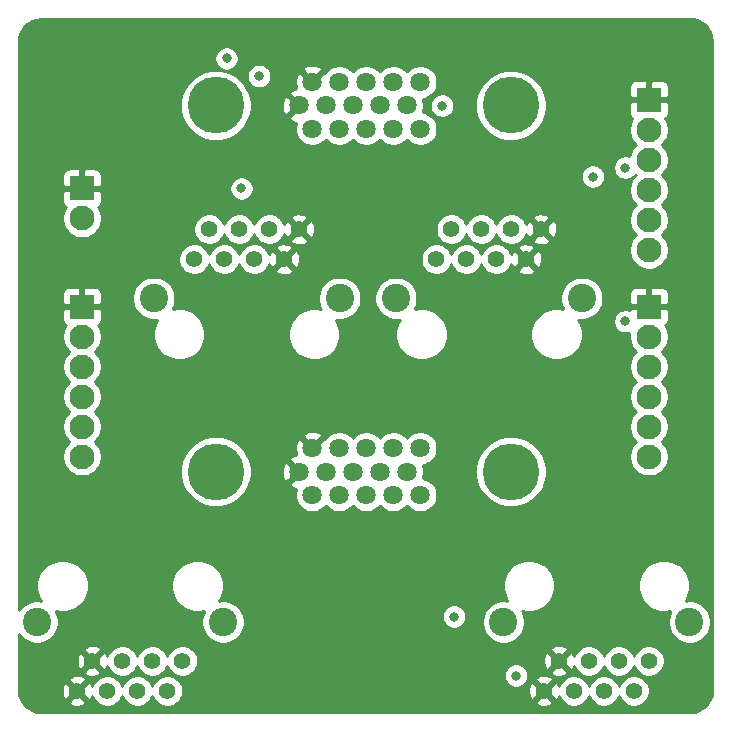
<source format=gbr>
%TF.GenerationSoftware,KiCad,Pcbnew,(5.1.7)-1*%
%TF.CreationDate,2021-02-10T20:21:02+01:00*%
%TF.ProjectId,ad57_adapter,61643537-5f61-4646-9170-7465722e6b69,rev?*%
%TF.SameCoordinates,Original*%
%TF.FileFunction,Copper,L3,Inr*%
%TF.FilePolarity,Positive*%
%FSLAX46Y46*%
G04 Gerber Fmt 4.6, Leading zero omitted, Abs format (unit mm)*
G04 Created by KiCad (PCBNEW (5.1.7)-1) date 2021-02-10 20:21:02*
%MOMM*%
%LPD*%
G01*
G04 APERTURE LIST*
%TA.AperFunction,ComponentPad*%
%ADD10R,2.100000X2.100000*%
%TD*%
%TA.AperFunction,ComponentPad*%
%ADD11C,2.100000*%
%TD*%
%TA.AperFunction,ComponentPad*%
%ADD12C,4.801000*%
%TD*%
%TA.AperFunction,ComponentPad*%
%ADD13C,1.638000*%
%TD*%
%TA.AperFunction,ComponentPad*%
%ADD14C,2.400000*%
%TD*%
%TA.AperFunction,ComponentPad*%
%ADD15C,1.400000*%
%TD*%
%TA.AperFunction,ViaPad*%
%ADD16C,0.800000*%
%TD*%
%TA.AperFunction,Conductor*%
%ADD17C,0.254000*%
%TD*%
%TA.AperFunction,Conductor*%
%ADD18C,0.100000*%
%TD*%
G04 APERTURE END LIST*
D10*
%TO.N,VIN*%
%TO.C,J1*%
X130500000Y-78000000D03*
D11*
%TO.N,GND*%
X130500000Y-80540000D03*
%TD*%
D10*
%TO.N,VIN*%
%TO.C,J3*%
X178500000Y-70500000D03*
D11*
%TO.N,USENS1*%
X178500000Y-73040000D03*
%TO.N,USENS2*%
X178500000Y-75580000D03*
%TO.N,DIN1*%
X178500000Y-78120000D03*
%TO.N,DIN2*%
X178500000Y-80660000D03*
%TO.N,GND*%
X178500000Y-83200000D03*
%TD*%
%TO.N,GND*%
%TO.C,J4*%
X178500000Y-100700000D03*
%TO.N,DOUT4*%
X178500000Y-98160000D03*
%TO.N,DOUT3*%
X178500000Y-95620000D03*
%TO.N,DOUT2*%
X178500000Y-93080000D03*
%TO.N,DOUT1*%
X178500000Y-90540000D03*
D10*
%TO.N,VIN*%
X178500000Y-88000000D03*
%TD*%
D12*
%TO.N,GND*%
%TO.C,J5*%
X166815000Y-101981000D03*
X141821000Y-101981000D03*
D13*
%TO.N,BZZOUT2*%
X159144000Y-103962000D03*
%TO.N,GND*%
X156858000Y-103962000D03*
%TO.N,DIN2*%
X154572000Y-103962000D03*
%TO.N,Net-(J5-Pad12)*%
X152286000Y-103962000D03*
%TO.N,USENS2*%
X150000000Y-103962000D03*
%TO.N,DOUT4*%
X158001000Y-101981000D03*
%TO.N,DOUT3*%
X155715000Y-101981000D03*
%TO.N,Net-(J5-Pad8)*%
X153429000Y-101981000D03*
%TO.N,Net-(J5-Pad7)*%
X151143000Y-101981000D03*
%TO.N,VIN*%
X148857000Y-101981000D03*
%TO.N,GND*%
X159144000Y-100000000D03*
%TO.N,EN2*%
X156858000Y-100000000D03*
%TO.N,TXD2*%
X154572000Y-100000000D03*
%TO.N,RXD2*%
X152286000Y-100000000D03*
%TO.N,VIN*%
X150000000Y-100000000D03*
%TD*%
%TO.N,VIN*%
%TO.C,J6*%
X150000000Y-69000000D03*
%TO.N,RXD1*%
X152286000Y-69000000D03*
%TO.N,TXD1*%
X154572000Y-69000000D03*
%TO.N,EN1*%
X156858000Y-69000000D03*
%TO.N,GND*%
X159144000Y-69000000D03*
%TO.N,VIN*%
X148857000Y-70981000D03*
%TO.N,CANLO*%
X151143000Y-70981000D03*
%TO.N,CANHI*%
X153429000Y-70981000D03*
%TO.N,DOUT1*%
X155715000Y-70981000D03*
%TO.N,DOUT2*%
X158001000Y-70981000D03*
%TO.N,USENS1*%
X150000000Y-72962000D03*
%TO.N,CANTERM*%
X152286000Y-72962000D03*
%TO.N,DIN1*%
X154572000Y-72962000D03*
%TO.N,GND*%
X156858000Y-72962000D03*
%TO.N,BZZOUT1*%
X159144000Y-72962000D03*
D12*
%TO.N,GND*%
X141821000Y-70981000D03*
X166815000Y-70981000D03*
%TD*%
D14*
%TO.N,GND*%
%TO.C,J7*%
X126680000Y-114700000D03*
X142430000Y-114700000D03*
D15*
%TO.N,VIN*%
X130110000Y-120540000D03*
X131380000Y-118000000D03*
%TO.N,Net-(J7-Pad6)*%
X132650000Y-120540000D03*
%TO.N,Net-(J7-Pad5)*%
X133920000Y-118000000D03*
%TO.N,RXD1*%
X135190000Y-120540000D03*
%TO.N,TXD1*%
X136460000Y-118000000D03*
%TO.N,GND*%
X137730000Y-120540000D03*
X139000000Y-118000000D03*
%TD*%
D10*
%TO.N,VIN*%
%TO.C,J8*%
X130500000Y-88000000D03*
D11*
%TO.N,EN1*%
X130500000Y-90540000D03*
%TO.N,EN2*%
X130500000Y-93080000D03*
%TO.N,BZZOUT1*%
X130500000Y-95620000D03*
%TO.N,BZZOUT2*%
X130500000Y-98160000D03*
%TO.N,GND*%
X130500000Y-100700000D03*
%TD*%
D14*
%TO.N,GND*%
%TO.C,J9*%
X152320000Y-87300000D03*
X136570000Y-87300000D03*
D15*
%TO.N,VIN*%
X148890000Y-81460000D03*
X147620000Y-84000000D03*
%TO.N,Net-(J9-Pad6)*%
X146350000Y-81460000D03*
%TO.N,GND*%
X145080000Y-84000000D03*
%TO.N,CANLO*%
X143810000Y-81460000D03*
%TO.N,CANHI*%
X142540000Y-84000000D03*
%TO.N,GND*%
X141270000Y-81460000D03*
X140000000Y-84000000D03*
%TD*%
%TO.N,GND*%
%TO.C,J10*%
X178500000Y-118000000D03*
X177230000Y-120540000D03*
%TO.N,TXD2*%
X175960000Y-118000000D03*
%TO.N,RXD2*%
X174690000Y-120540000D03*
%TO.N,Net-(J10-Pad5)*%
X173420000Y-118000000D03*
%TO.N,Net-(J10-Pad6)*%
X172150000Y-120540000D03*
%TO.N,VIN*%
X170880000Y-118000000D03*
X169610000Y-120540000D03*
D14*
%TO.N,GND*%
X181930000Y-114700000D03*
X166180000Y-114700000D03*
%TD*%
D15*
%TO.N,GND*%
%TO.C,J11*%
X160500000Y-84000000D03*
X161770000Y-81460000D03*
%TO.N,CANHI*%
X163040000Y-84000000D03*
%TO.N,CANLO*%
X164310000Y-81460000D03*
%TO.N,GND*%
X165580000Y-84000000D03*
%TO.N,Net-(J11-Pad6)*%
X166850000Y-81460000D03*
%TO.N,VIN*%
X168120000Y-84000000D03*
X169390000Y-81460000D03*
D14*
%TO.N,GND*%
X157070000Y-87300000D03*
X172820000Y-87300000D03*
%TD*%
D16*
%TO.N,DOUT2*%
X176500000Y-89250000D03*
X176500000Y-76250000D03*
%TO.N,DOUT1*%
X173750000Y-77000000D03*
%TO.N,RXD2*%
X162000000Y-114250000D03*
X167250000Y-119250000D03*
%TO.N,RXD1*%
X145500000Y-68500000D03*
%TO.N,TXD1*%
X142750000Y-67000000D03*
%TO.N,CANLO*%
X144000000Y-78000000D03*
%TO.N,BZZOUT1*%
X161000000Y-71000000D03*
%TD*%
D17*
%TO.N,VIN*%
X182356775Y-63698147D02*
X182699967Y-63801763D01*
X183016489Y-63970062D01*
X183294299Y-64196637D01*
X183522806Y-64472856D01*
X183693310Y-64788197D01*
X183799319Y-65130656D01*
X183840000Y-65517712D01*
X183840001Y-120467711D01*
X183801853Y-120856776D01*
X183698238Y-121199964D01*
X183529939Y-121516489D01*
X183303365Y-121794296D01*
X183027146Y-122022805D01*
X182711803Y-122193310D01*
X182369344Y-122299319D01*
X181982288Y-122340000D01*
X127032279Y-122340000D01*
X126643224Y-122301853D01*
X126300036Y-122198238D01*
X125983511Y-122029939D01*
X125705704Y-121803365D01*
X125477195Y-121527146D01*
X125441576Y-121461269D01*
X129368336Y-121461269D01*
X129427797Y-121695037D01*
X129666242Y-121805934D01*
X129921740Y-121868183D01*
X130184473Y-121879390D01*
X130444344Y-121839125D01*
X130691366Y-121748935D01*
X130792203Y-121695037D01*
X130851664Y-121461269D01*
X130110000Y-120719605D01*
X129368336Y-121461269D01*
X125441576Y-121461269D01*
X125306690Y-121211803D01*
X125200681Y-120869344D01*
X125173894Y-120614473D01*
X128770610Y-120614473D01*
X128810875Y-120874344D01*
X128901065Y-121121366D01*
X128954963Y-121222203D01*
X129188731Y-121281664D01*
X129930395Y-120540000D01*
X130289605Y-120540000D01*
X131031269Y-121281664D01*
X131265037Y-121222203D01*
X131375934Y-120983758D01*
X131380706Y-120964173D01*
X131466939Y-121172359D01*
X131613038Y-121391013D01*
X131798987Y-121576962D01*
X132017641Y-121723061D01*
X132260595Y-121823696D01*
X132518514Y-121875000D01*
X132781486Y-121875000D01*
X133039405Y-121823696D01*
X133282359Y-121723061D01*
X133501013Y-121576962D01*
X133686962Y-121391013D01*
X133833061Y-121172359D01*
X133920000Y-120962470D01*
X134006939Y-121172359D01*
X134153038Y-121391013D01*
X134338987Y-121576962D01*
X134557641Y-121723061D01*
X134800595Y-121823696D01*
X135058514Y-121875000D01*
X135321486Y-121875000D01*
X135579405Y-121823696D01*
X135822359Y-121723061D01*
X136041013Y-121576962D01*
X136226962Y-121391013D01*
X136373061Y-121172359D01*
X136460000Y-120962470D01*
X136546939Y-121172359D01*
X136693038Y-121391013D01*
X136878987Y-121576962D01*
X137097641Y-121723061D01*
X137340595Y-121823696D01*
X137598514Y-121875000D01*
X137861486Y-121875000D01*
X138119405Y-121823696D01*
X138362359Y-121723061D01*
X138581013Y-121576962D01*
X138696706Y-121461269D01*
X168868336Y-121461269D01*
X168927797Y-121695037D01*
X169166242Y-121805934D01*
X169421740Y-121868183D01*
X169684473Y-121879390D01*
X169944344Y-121839125D01*
X170191366Y-121748935D01*
X170292203Y-121695037D01*
X170351664Y-121461269D01*
X169610000Y-120719605D01*
X168868336Y-121461269D01*
X138696706Y-121461269D01*
X138766962Y-121391013D01*
X138913061Y-121172359D01*
X139013696Y-120929405D01*
X139065000Y-120671486D01*
X139065000Y-120614473D01*
X168270610Y-120614473D01*
X168310875Y-120874344D01*
X168401065Y-121121366D01*
X168454963Y-121222203D01*
X168688731Y-121281664D01*
X169430395Y-120540000D01*
X169789605Y-120540000D01*
X170531269Y-121281664D01*
X170765037Y-121222203D01*
X170875934Y-120983758D01*
X170880706Y-120964173D01*
X170966939Y-121172359D01*
X171113038Y-121391013D01*
X171298987Y-121576962D01*
X171517641Y-121723061D01*
X171760595Y-121823696D01*
X172018514Y-121875000D01*
X172281486Y-121875000D01*
X172539405Y-121823696D01*
X172782359Y-121723061D01*
X173001013Y-121576962D01*
X173186962Y-121391013D01*
X173333061Y-121172359D01*
X173420000Y-120962470D01*
X173506939Y-121172359D01*
X173653038Y-121391013D01*
X173838987Y-121576962D01*
X174057641Y-121723061D01*
X174300595Y-121823696D01*
X174558514Y-121875000D01*
X174821486Y-121875000D01*
X175079405Y-121823696D01*
X175322359Y-121723061D01*
X175541013Y-121576962D01*
X175726962Y-121391013D01*
X175873061Y-121172359D01*
X175960000Y-120962470D01*
X176046939Y-121172359D01*
X176193038Y-121391013D01*
X176378987Y-121576962D01*
X176597641Y-121723061D01*
X176840595Y-121823696D01*
X177098514Y-121875000D01*
X177361486Y-121875000D01*
X177619405Y-121823696D01*
X177862359Y-121723061D01*
X178081013Y-121576962D01*
X178266962Y-121391013D01*
X178413061Y-121172359D01*
X178513696Y-120929405D01*
X178565000Y-120671486D01*
X178565000Y-120408514D01*
X178513696Y-120150595D01*
X178413061Y-119907641D01*
X178266962Y-119688987D01*
X178081013Y-119503038D01*
X177862359Y-119356939D01*
X177619405Y-119256304D01*
X177361486Y-119205000D01*
X177098514Y-119205000D01*
X176840595Y-119256304D01*
X176597641Y-119356939D01*
X176378987Y-119503038D01*
X176193038Y-119688987D01*
X176046939Y-119907641D01*
X175960000Y-120117530D01*
X175873061Y-119907641D01*
X175726962Y-119688987D01*
X175541013Y-119503038D01*
X175322359Y-119356939D01*
X175079405Y-119256304D01*
X174821486Y-119205000D01*
X174558514Y-119205000D01*
X174300595Y-119256304D01*
X174057641Y-119356939D01*
X173838987Y-119503038D01*
X173653038Y-119688987D01*
X173506939Y-119907641D01*
X173420000Y-120117530D01*
X173333061Y-119907641D01*
X173186962Y-119688987D01*
X173001013Y-119503038D01*
X172782359Y-119356939D01*
X172539405Y-119256304D01*
X172281486Y-119205000D01*
X172018514Y-119205000D01*
X171760595Y-119256304D01*
X171517641Y-119356939D01*
X171298987Y-119503038D01*
X171113038Y-119688987D01*
X170966939Y-119907641D01*
X170878379Y-120121444D01*
X170818935Y-119958634D01*
X170765037Y-119857797D01*
X170531269Y-119798336D01*
X169789605Y-120540000D01*
X169430395Y-120540000D01*
X168688731Y-119798336D01*
X168454963Y-119857797D01*
X168344066Y-120096242D01*
X168281817Y-120351740D01*
X168270610Y-120614473D01*
X139065000Y-120614473D01*
X139065000Y-120408514D01*
X139013696Y-120150595D01*
X138913061Y-119907641D01*
X138766962Y-119688987D01*
X138581013Y-119503038D01*
X138362359Y-119356939D01*
X138119405Y-119256304D01*
X137861486Y-119205000D01*
X137598514Y-119205000D01*
X137340595Y-119256304D01*
X137097641Y-119356939D01*
X136878987Y-119503038D01*
X136693038Y-119688987D01*
X136546939Y-119907641D01*
X136460000Y-120117530D01*
X136373061Y-119907641D01*
X136226962Y-119688987D01*
X136041013Y-119503038D01*
X135822359Y-119356939D01*
X135579405Y-119256304D01*
X135321486Y-119205000D01*
X135058514Y-119205000D01*
X134800595Y-119256304D01*
X134557641Y-119356939D01*
X134338987Y-119503038D01*
X134153038Y-119688987D01*
X134006939Y-119907641D01*
X133920000Y-120117530D01*
X133833061Y-119907641D01*
X133686962Y-119688987D01*
X133501013Y-119503038D01*
X133282359Y-119356939D01*
X133039405Y-119256304D01*
X132781486Y-119205000D01*
X132518514Y-119205000D01*
X132260595Y-119256304D01*
X132017641Y-119356939D01*
X131798987Y-119503038D01*
X131613038Y-119688987D01*
X131466939Y-119907641D01*
X131378379Y-120121444D01*
X131318935Y-119958634D01*
X131265037Y-119857797D01*
X131031269Y-119798336D01*
X130289605Y-120540000D01*
X129930395Y-120540000D01*
X129188731Y-119798336D01*
X128954963Y-119857797D01*
X128844066Y-120096242D01*
X128781817Y-120351740D01*
X128770610Y-120614473D01*
X125173894Y-120614473D01*
X125160000Y-120482288D01*
X125160000Y-119618731D01*
X129368336Y-119618731D01*
X130110000Y-120360395D01*
X130851664Y-119618731D01*
X130792203Y-119384963D01*
X130553758Y-119274066D01*
X130298260Y-119211817D01*
X130035527Y-119200610D01*
X129775656Y-119240875D01*
X129528634Y-119331065D01*
X129427797Y-119384963D01*
X129368336Y-119618731D01*
X125160000Y-119618731D01*
X125160000Y-118921269D01*
X130638336Y-118921269D01*
X130697797Y-119155037D01*
X130936242Y-119265934D01*
X131191740Y-119328183D01*
X131454473Y-119339390D01*
X131714344Y-119299125D01*
X131961366Y-119208935D01*
X132062203Y-119155037D01*
X132121664Y-118921269D01*
X131380000Y-118179605D01*
X130638336Y-118921269D01*
X125160000Y-118921269D01*
X125160000Y-118074473D01*
X130040610Y-118074473D01*
X130080875Y-118334344D01*
X130171065Y-118581366D01*
X130224963Y-118682203D01*
X130458731Y-118741664D01*
X131200395Y-118000000D01*
X131559605Y-118000000D01*
X132301269Y-118741664D01*
X132535037Y-118682203D01*
X132645934Y-118443758D01*
X132650706Y-118424173D01*
X132736939Y-118632359D01*
X132883038Y-118851013D01*
X133068987Y-119036962D01*
X133287641Y-119183061D01*
X133530595Y-119283696D01*
X133788514Y-119335000D01*
X134051486Y-119335000D01*
X134309405Y-119283696D01*
X134552359Y-119183061D01*
X134771013Y-119036962D01*
X134956962Y-118851013D01*
X135103061Y-118632359D01*
X135190000Y-118422470D01*
X135276939Y-118632359D01*
X135423038Y-118851013D01*
X135608987Y-119036962D01*
X135827641Y-119183061D01*
X136070595Y-119283696D01*
X136328514Y-119335000D01*
X136591486Y-119335000D01*
X136849405Y-119283696D01*
X137092359Y-119183061D01*
X137311013Y-119036962D01*
X137496962Y-118851013D01*
X137643061Y-118632359D01*
X137730000Y-118422470D01*
X137816939Y-118632359D01*
X137963038Y-118851013D01*
X138148987Y-119036962D01*
X138367641Y-119183061D01*
X138610595Y-119283696D01*
X138868514Y-119335000D01*
X139131486Y-119335000D01*
X139389405Y-119283696D01*
X139632359Y-119183061D01*
X139684740Y-119148061D01*
X166215000Y-119148061D01*
X166215000Y-119351939D01*
X166254774Y-119551898D01*
X166332795Y-119740256D01*
X166446063Y-119909774D01*
X166590226Y-120053937D01*
X166759744Y-120167205D01*
X166948102Y-120245226D01*
X167148061Y-120285000D01*
X167351939Y-120285000D01*
X167551898Y-120245226D01*
X167740256Y-120167205D01*
X167909774Y-120053937D01*
X168053937Y-119909774D01*
X168167205Y-119740256D01*
X168217542Y-119618731D01*
X168868336Y-119618731D01*
X169610000Y-120360395D01*
X170351664Y-119618731D01*
X170292203Y-119384963D01*
X170053758Y-119274066D01*
X169798260Y-119211817D01*
X169535527Y-119200610D01*
X169275656Y-119240875D01*
X169028634Y-119331065D01*
X168927797Y-119384963D01*
X168868336Y-119618731D01*
X168217542Y-119618731D01*
X168245226Y-119551898D01*
X168285000Y-119351939D01*
X168285000Y-119148061D01*
X168245226Y-118948102D01*
X168234112Y-118921269D01*
X170138336Y-118921269D01*
X170197797Y-119155037D01*
X170436242Y-119265934D01*
X170691740Y-119328183D01*
X170954473Y-119339390D01*
X171214344Y-119299125D01*
X171461366Y-119208935D01*
X171562203Y-119155037D01*
X171621664Y-118921269D01*
X170880000Y-118179605D01*
X170138336Y-118921269D01*
X168234112Y-118921269D01*
X168167205Y-118759744D01*
X168053937Y-118590226D01*
X167909774Y-118446063D01*
X167740256Y-118332795D01*
X167551898Y-118254774D01*
X167351939Y-118215000D01*
X167148061Y-118215000D01*
X166948102Y-118254774D01*
X166759744Y-118332795D01*
X166590226Y-118446063D01*
X166446063Y-118590226D01*
X166332795Y-118759744D01*
X166254774Y-118948102D01*
X166215000Y-119148061D01*
X139684740Y-119148061D01*
X139851013Y-119036962D01*
X140036962Y-118851013D01*
X140183061Y-118632359D01*
X140283696Y-118389405D01*
X140335000Y-118131486D01*
X140335000Y-118074473D01*
X169540610Y-118074473D01*
X169580875Y-118334344D01*
X169671065Y-118581366D01*
X169724963Y-118682203D01*
X169958731Y-118741664D01*
X170700395Y-118000000D01*
X171059605Y-118000000D01*
X171801269Y-118741664D01*
X172035037Y-118682203D01*
X172145934Y-118443758D01*
X172150706Y-118424173D01*
X172236939Y-118632359D01*
X172383038Y-118851013D01*
X172568987Y-119036962D01*
X172787641Y-119183061D01*
X173030595Y-119283696D01*
X173288514Y-119335000D01*
X173551486Y-119335000D01*
X173809405Y-119283696D01*
X174052359Y-119183061D01*
X174271013Y-119036962D01*
X174456962Y-118851013D01*
X174603061Y-118632359D01*
X174690000Y-118422470D01*
X174776939Y-118632359D01*
X174923038Y-118851013D01*
X175108987Y-119036962D01*
X175327641Y-119183061D01*
X175570595Y-119283696D01*
X175828514Y-119335000D01*
X176091486Y-119335000D01*
X176349405Y-119283696D01*
X176592359Y-119183061D01*
X176811013Y-119036962D01*
X176996962Y-118851013D01*
X177143061Y-118632359D01*
X177230000Y-118422470D01*
X177316939Y-118632359D01*
X177463038Y-118851013D01*
X177648987Y-119036962D01*
X177867641Y-119183061D01*
X178110595Y-119283696D01*
X178368514Y-119335000D01*
X178631486Y-119335000D01*
X178889405Y-119283696D01*
X179132359Y-119183061D01*
X179351013Y-119036962D01*
X179536962Y-118851013D01*
X179683061Y-118632359D01*
X179783696Y-118389405D01*
X179835000Y-118131486D01*
X179835000Y-117868514D01*
X179783696Y-117610595D01*
X179683061Y-117367641D01*
X179536962Y-117148987D01*
X179351013Y-116963038D01*
X179132359Y-116816939D01*
X178889405Y-116716304D01*
X178631486Y-116665000D01*
X178368514Y-116665000D01*
X178110595Y-116716304D01*
X177867641Y-116816939D01*
X177648987Y-116963038D01*
X177463038Y-117148987D01*
X177316939Y-117367641D01*
X177230000Y-117577530D01*
X177143061Y-117367641D01*
X176996962Y-117148987D01*
X176811013Y-116963038D01*
X176592359Y-116816939D01*
X176349405Y-116716304D01*
X176091486Y-116665000D01*
X175828514Y-116665000D01*
X175570595Y-116716304D01*
X175327641Y-116816939D01*
X175108987Y-116963038D01*
X174923038Y-117148987D01*
X174776939Y-117367641D01*
X174690000Y-117577530D01*
X174603061Y-117367641D01*
X174456962Y-117148987D01*
X174271013Y-116963038D01*
X174052359Y-116816939D01*
X173809405Y-116716304D01*
X173551486Y-116665000D01*
X173288514Y-116665000D01*
X173030595Y-116716304D01*
X172787641Y-116816939D01*
X172568987Y-116963038D01*
X172383038Y-117148987D01*
X172236939Y-117367641D01*
X172148379Y-117581444D01*
X172088935Y-117418634D01*
X172035037Y-117317797D01*
X171801269Y-117258336D01*
X171059605Y-118000000D01*
X170700395Y-118000000D01*
X169958731Y-117258336D01*
X169724963Y-117317797D01*
X169614066Y-117556242D01*
X169551817Y-117811740D01*
X169540610Y-118074473D01*
X140335000Y-118074473D01*
X140335000Y-117868514D01*
X140283696Y-117610595D01*
X140183061Y-117367641D01*
X140036962Y-117148987D01*
X139966706Y-117078731D01*
X170138336Y-117078731D01*
X170880000Y-117820395D01*
X171621664Y-117078731D01*
X171562203Y-116844963D01*
X171323758Y-116734066D01*
X171068260Y-116671817D01*
X170805527Y-116660610D01*
X170545656Y-116700875D01*
X170298634Y-116791065D01*
X170197797Y-116844963D01*
X170138336Y-117078731D01*
X139966706Y-117078731D01*
X139851013Y-116963038D01*
X139632359Y-116816939D01*
X139389405Y-116716304D01*
X139131486Y-116665000D01*
X138868514Y-116665000D01*
X138610595Y-116716304D01*
X138367641Y-116816939D01*
X138148987Y-116963038D01*
X137963038Y-117148987D01*
X137816939Y-117367641D01*
X137730000Y-117577530D01*
X137643061Y-117367641D01*
X137496962Y-117148987D01*
X137311013Y-116963038D01*
X137092359Y-116816939D01*
X136849405Y-116716304D01*
X136591486Y-116665000D01*
X136328514Y-116665000D01*
X136070595Y-116716304D01*
X135827641Y-116816939D01*
X135608987Y-116963038D01*
X135423038Y-117148987D01*
X135276939Y-117367641D01*
X135190000Y-117577530D01*
X135103061Y-117367641D01*
X134956962Y-117148987D01*
X134771013Y-116963038D01*
X134552359Y-116816939D01*
X134309405Y-116716304D01*
X134051486Y-116665000D01*
X133788514Y-116665000D01*
X133530595Y-116716304D01*
X133287641Y-116816939D01*
X133068987Y-116963038D01*
X132883038Y-117148987D01*
X132736939Y-117367641D01*
X132648379Y-117581444D01*
X132588935Y-117418634D01*
X132535037Y-117317797D01*
X132301269Y-117258336D01*
X131559605Y-118000000D01*
X131200395Y-118000000D01*
X130458731Y-117258336D01*
X130224963Y-117317797D01*
X130114066Y-117556242D01*
X130051817Y-117811740D01*
X130040610Y-118074473D01*
X125160000Y-118074473D01*
X125160000Y-117078731D01*
X130638336Y-117078731D01*
X131380000Y-117820395D01*
X132121664Y-117078731D01*
X132062203Y-116844963D01*
X131823758Y-116734066D01*
X131568260Y-116671817D01*
X131305527Y-116660610D01*
X131045656Y-116700875D01*
X130798634Y-116791065D01*
X130697797Y-116844963D01*
X130638336Y-117078731D01*
X125160000Y-117078731D01*
X125160000Y-115728072D01*
X125254662Y-115869744D01*
X125510256Y-116125338D01*
X125810801Y-116326156D01*
X126144750Y-116464482D01*
X126499268Y-116535000D01*
X126860732Y-116535000D01*
X127215250Y-116464482D01*
X127549199Y-116326156D01*
X127849744Y-116125338D01*
X128105338Y-115869744D01*
X128306156Y-115569199D01*
X128444482Y-115235250D01*
X128515000Y-114880732D01*
X128515000Y-114519268D01*
X128444482Y-114164750D01*
X128306156Y-113830801D01*
X128288050Y-113803703D01*
X128621349Y-113870000D01*
X129058651Y-113870000D01*
X129487550Y-113784687D01*
X129891564Y-113617339D01*
X130255168Y-113374387D01*
X130564387Y-113065168D01*
X130807339Y-112701564D01*
X130974687Y-112297550D01*
X131060000Y-111868651D01*
X131060000Y-111431349D01*
X138050000Y-111431349D01*
X138050000Y-111868651D01*
X138135313Y-112297550D01*
X138302661Y-112701564D01*
X138545613Y-113065168D01*
X138854832Y-113374387D01*
X139218436Y-113617339D01*
X139622450Y-113784687D01*
X140051349Y-113870000D01*
X140488651Y-113870000D01*
X140821950Y-113803703D01*
X140803844Y-113830801D01*
X140665518Y-114164750D01*
X140595000Y-114519268D01*
X140595000Y-114880732D01*
X140665518Y-115235250D01*
X140803844Y-115569199D01*
X141004662Y-115869744D01*
X141260256Y-116125338D01*
X141560801Y-116326156D01*
X141894750Y-116464482D01*
X142249268Y-116535000D01*
X142610732Y-116535000D01*
X142965250Y-116464482D01*
X143299199Y-116326156D01*
X143599744Y-116125338D01*
X143855338Y-115869744D01*
X144056156Y-115569199D01*
X144194482Y-115235250D01*
X144265000Y-114880732D01*
X144265000Y-114519268D01*
X144194482Y-114164750D01*
X144187570Y-114148061D01*
X160965000Y-114148061D01*
X160965000Y-114351939D01*
X161004774Y-114551898D01*
X161082795Y-114740256D01*
X161196063Y-114909774D01*
X161340226Y-115053937D01*
X161509744Y-115167205D01*
X161698102Y-115245226D01*
X161898061Y-115285000D01*
X162101939Y-115285000D01*
X162301898Y-115245226D01*
X162490256Y-115167205D01*
X162659774Y-115053937D01*
X162803937Y-114909774D01*
X162917205Y-114740256D01*
X162995226Y-114551898D01*
X163001716Y-114519268D01*
X164345000Y-114519268D01*
X164345000Y-114880732D01*
X164415518Y-115235250D01*
X164553844Y-115569199D01*
X164754662Y-115869744D01*
X165010256Y-116125338D01*
X165310801Y-116326156D01*
X165644750Y-116464482D01*
X165999268Y-116535000D01*
X166360732Y-116535000D01*
X166715250Y-116464482D01*
X167049199Y-116326156D01*
X167349744Y-116125338D01*
X167605338Y-115869744D01*
X167806156Y-115569199D01*
X167944482Y-115235250D01*
X168015000Y-114880732D01*
X168015000Y-114519268D01*
X167944482Y-114164750D01*
X167806156Y-113830801D01*
X167788050Y-113803703D01*
X168121349Y-113870000D01*
X168558651Y-113870000D01*
X168987550Y-113784687D01*
X169391564Y-113617339D01*
X169755168Y-113374387D01*
X170064387Y-113065168D01*
X170307339Y-112701564D01*
X170474687Y-112297550D01*
X170560000Y-111868651D01*
X170560000Y-111431349D01*
X177550000Y-111431349D01*
X177550000Y-111868651D01*
X177635313Y-112297550D01*
X177802661Y-112701564D01*
X178045613Y-113065168D01*
X178354832Y-113374387D01*
X178718436Y-113617339D01*
X179122450Y-113784687D01*
X179551349Y-113870000D01*
X179988651Y-113870000D01*
X180321950Y-113803703D01*
X180303844Y-113830801D01*
X180165518Y-114164750D01*
X180095000Y-114519268D01*
X180095000Y-114880732D01*
X180165518Y-115235250D01*
X180303844Y-115569199D01*
X180504662Y-115869744D01*
X180760256Y-116125338D01*
X181060801Y-116326156D01*
X181394750Y-116464482D01*
X181749268Y-116535000D01*
X182110732Y-116535000D01*
X182465250Y-116464482D01*
X182799199Y-116326156D01*
X183099744Y-116125338D01*
X183355338Y-115869744D01*
X183556156Y-115569199D01*
X183694482Y-115235250D01*
X183765000Y-114880732D01*
X183765000Y-114519268D01*
X183694482Y-114164750D01*
X183556156Y-113830801D01*
X183355338Y-113530256D01*
X183099744Y-113274662D01*
X182799199Y-113073844D01*
X182465250Y-112935518D01*
X182110732Y-112865000D01*
X181749268Y-112865000D01*
X181609567Y-112892788D01*
X181737339Y-112701564D01*
X181904687Y-112297550D01*
X181990000Y-111868651D01*
X181990000Y-111431349D01*
X181904687Y-111002450D01*
X181737339Y-110598436D01*
X181494387Y-110234832D01*
X181185168Y-109925613D01*
X180821564Y-109682661D01*
X180417550Y-109515313D01*
X179988651Y-109430000D01*
X179551349Y-109430000D01*
X179122450Y-109515313D01*
X178718436Y-109682661D01*
X178354832Y-109925613D01*
X178045613Y-110234832D01*
X177802661Y-110598436D01*
X177635313Y-111002450D01*
X177550000Y-111431349D01*
X170560000Y-111431349D01*
X170474687Y-111002450D01*
X170307339Y-110598436D01*
X170064387Y-110234832D01*
X169755168Y-109925613D01*
X169391564Y-109682661D01*
X168987550Y-109515313D01*
X168558651Y-109430000D01*
X168121349Y-109430000D01*
X167692450Y-109515313D01*
X167288436Y-109682661D01*
X166924832Y-109925613D01*
X166615613Y-110234832D01*
X166372661Y-110598436D01*
X166205313Y-111002450D01*
X166120000Y-111431349D01*
X166120000Y-111868651D01*
X166205313Y-112297550D01*
X166372661Y-112701564D01*
X166500433Y-112892788D01*
X166360732Y-112865000D01*
X165999268Y-112865000D01*
X165644750Y-112935518D01*
X165310801Y-113073844D01*
X165010256Y-113274662D01*
X164754662Y-113530256D01*
X164553844Y-113830801D01*
X164415518Y-114164750D01*
X164345000Y-114519268D01*
X163001716Y-114519268D01*
X163035000Y-114351939D01*
X163035000Y-114148061D01*
X162995226Y-113948102D01*
X162917205Y-113759744D01*
X162803937Y-113590226D01*
X162659774Y-113446063D01*
X162490256Y-113332795D01*
X162301898Y-113254774D01*
X162101939Y-113215000D01*
X161898061Y-113215000D01*
X161698102Y-113254774D01*
X161509744Y-113332795D01*
X161340226Y-113446063D01*
X161196063Y-113590226D01*
X161082795Y-113759744D01*
X161004774Y-113948102D01*
X160965000Y-114148061D01*
X144187570Y-114148061D01*
X144056156Y-113830801D01*
X143855338Y-113530256D01*
X143599744Y-113274662D01*
X143299199Y-113073844D01*
X142965250Y-112935518D01*
X142610732Y-112865000D01*
X142249268Y-112865000D01*
X142109567Y-112892788D01*
X142237339Y-112701564D01*
X142404687Y-112297550D01*
X142490000Y-111868651D01*
X142490000Y-111431349D01*
X142404687Y-111002450D01*
X142237339Y-110598436D01*
X141994387Y-110234832D01*
X141685168Y-109925613D01*
X141321564Y-109682661D01*
X140917550Y-109515313D01*
X140488651Y-109430000D01*
X140051349Y-109430000D01*
X139622450Y-109515313D01*
X139218436Y-109682661D01*
X138854832Y-109925613D01*
X138545613Y-110234832D01*
X138302661Y-110598436D01*
X138135313Y-111002450D01*
X138050000Y-111431349D01*
X131060000Y-111431349D01*
X130974687Y-111002450D01*
X130807339Y-110598436D01*
X130564387Y-110234832D01*
X130255168Y-109925613D01*
X129891564Y-109682661D01*
X129487550Y-109515313D01*
X129058651Y-109430000D01*
X128621349Y-109430000D01*
X128192450Y-109515313D01*
X127788436Y-109682661D01*
X127424832Y-109925613D01*
X127115613Y-110234832D01*
X126872661Y-110598436D01*
X126705313Y-111002450D01*
X126620000Y-111431349D01*
X126620000Y-111868651D01*
X126705313Y-112297550D01*
X126872661Y-112701564D01*
X127000433Y-112892788D01*
X126860732Y-112865000D01*
X126499268Y-112865000D01*
X126144750Y-112935518D01*
X125810801Y-113073844D01*
X125510256Y-113274662D01*
X125254662Y-113530256D01*
X125160000Y-113671928D01*
X125160000Y-89050000D01*
X128811928Y-89050000D01*
X128824188Y-89174482D01*
X128860498Y-89294180D01*
X128919463Y-89404494D01*
X128998815Y-89501185D01*
X129095506Y-89580537D01*
X129109546Y-89588042D01*
X129006772Y-89741853D01*
X128879754Y-90048504D01*
X128815000Y-90374042D01*
X128815000Y-90705958D01*
X128879754Y-91031496D01*
X129006772Y-91338147D01*
X129191175Y-91614125D01*
X129387050Y-91810000D01*
X129191175Y-92005875D01*
X129006772Y-92281853D01*
X128879754Y-92588504D01*
X128815000Y-92914042D01*
X128815000Y-93245958D01*
X128879754Y-93571496D01*
X129006772Y-93878147D01*
X129191175Y-94154125D01*
X129387050Y-94350000D01*
X129191175Y-94545875D01*
X129006772Y-94821853D01*
X128879754Y-95128504D01*
X128815000Y-95454042D01*
X128815000Y-95785958D01*
X128879754Y-96111496D01*
X129006772Y-96418147D01*
X129191175Y-96694125D01*
X129387050Y-96890000D01*
X129191175Y-97085875D01*
X129006772Y-97361853D01*
X128879754Y-97668504D01*
X128815000Y-97994042D01*
X128815000Y-98325958D01*
X128879754Y-98651496D01*
X129006772Y-98958147D01*
X129191175Y-99234125D01*
X129387050Y-99430000D01*
X129191175Y-99625875D01*
X129006772Y-99901853D01*
X128879754Y-100208504D01*
X128815000Y-100534042D01*
X128815000Y-100865958D01*
X128879754Y-101191496D01*
X129006772Y-101498147D01*
X129191175Y-101774125D01*
X129425875Y-102008825D01*
X129701853Y-102193228D01*
X130008504Y-102320246D01*
X130334042Y-102385000D01*
X130665958Y-102385000D01*
X130991496Y-102320246D01*
X131298147Y-102193228D01*
X131574125Y-102008825D01*
X131808825Y-101774125D01*
X131870361Y-101682029D01*
X138785500Y-101682029D01*
X138785500Y-102279971D01*
X138902153Y-102866423D01*
X139130975Y-103418848D01*
X139463174Y-103916018D01*
X139885982Y-104338826D01*
X140383152Y-104671025D01*
X140935577Y-104899847D01*
X141522029Y-105016500D01*
X142119971Y-105016500D01*
X142706423Y-104899847D01*
X143258848Y-104671025D01*
X143756018Y-104338826D01*
X144178826Y-103916018D01*
X144511025Y-103418848D01*
X144739847Y-102866423D01*
X144856500Y-102279971D01*
X144856500Y-102050760D01*
X147397631Y-102050760D01*
X147439282Y-102334128D01*
X147535415Y-102603926D01*
X147604823Y-102733779D01*
X147850732Y-102807663D01*
X148677395Y-101981000D01*
X147850732Y-101154337D01*
X147604823Y-101228221D01*
X147482023Y-101486973D01*
X147412063Y-101764711D01*
X147397631Y-102050760D01*
X144856500Y-102050760D01*
X144856500Y-101682029D01*
X144739847Y-101095577D01*
X144689792Y-100974732D01*
X148030337Y-100974732D01*
X148857000Y-101801395D01*
X148871143Y-101787253D01*
X149050748Y-101966858D01*
X149036605Y-101981000D01*
X149050748Y-101995143D01*
X148871143Y-102174748D01*
X148857000Y-102160605D01*
X148030337Y-102987268D01*
X148104221Y-103233177D01*
X148362973Y-103355977D01*
X148640711Y-103425937D01*
X148648093Y-103426309D01*
X148601877Y-103537884D01*
X148546000Y-103818794D01*
X148546000Y-104105206D01*
X148601877Y-104386116D01*
X148711482Y-104650727D01*
X148870605Y-104888871D01*
X149073129Y-105091395D01*
X149311273Y-105250518D01*
X149575884Y-105360123D01*
X149856794Y-105416000D01*
X150143206Y-105416000D01*
X150424116Y-105360123D01*
X150688727Y-105250518D01*
X150926871Y-105091395D01*
X151129395Y-104888871D01*
X151143000Y-104868510D01*
X151156605Y-104888871D01*
X151359129Y-105091395D01*
X151597273Y-105250518D01*
X151861884Y-105360123D01*
X152142794Y-105416000D01*
X152429206Y-105416000D01*
X152710116Y-105360123D01*
X152974727Y-105250518D01*
X153212871Y-105091395D01*
X153415395Y-104888871D01*
X153429000Y-104868510D01*
X153442605Y-104888871D01*
X153645129Y-105091395D01*
X153883273Y-105250518D01*
X154147884Y-105360123D01*
X154428794Y-105416000D01*
X154715206Y-105416000D01*
X154996116Y-105360123D01*
X155260727Y-105250518D01*
X155498871Y-105091395D01*
X155701395Y-104888871D01*
X155715000Y-104868510D01*
X155728605Y-104888871D01*
X155931129Y-105091395D01*
X156169273Y-105250518D01*
X156433884Y-105360123D01*
X156714794Y-105416000D01*
X157001206Y-105416000D01*
X157282116Y-105360123D01*
X157546727Y-105250518D01*
X157784871Y-105091395D01*
X157987395Y-104888871D01*
X158001000Y-104868510D01*
X158014605Y-104888871D01*
X158217129Y-105091395D01*
X158455273Y-105250518D01*
X158719884Y-105360123D01*
X159000794Y-105416000D01*
X159287206Y-105416000D01*
X159568116Y-105360123D01*
X159832727Y-105250518D01*
X160070871Y-105091395D01*
X160273395Y-104888871D01*
X160432518Y-104650727D01*
X160542123Y-104386116D01*
X160598000Y-104105206D01*
X160598000Y-103818794D01*
X160542123Y-103537884D01*
X160432518Y-103273273D01*
X160273395Y-103035129D01*
X160070871Y-102832605D01*
X159832727Y-102673482D01*
X159568116Y-102563877D01*
X159351232Y-102520736D01*
X159399123Y-102405116D01*
X159455000Y-102124206D01*
X159455000Y-101837794D01*
X159424017Y-101682029D01*
X163779500Y-101682029D01*
X163779500Y-102279971D01*
X163896153Y-102866423D01*
X164124975Y-103418848D01*
X164457174Y-103916018D01*
X164879982Y-104338826D01*
X165377152Y-104671025D01*
X165929577Y-104899847D01*
X166516029Y-105016500D01*
X167113971Y-105016500D01*
X167700423Y-104899847D01*
X168252848Y-104671025D01*
X168750018Y-104338826D01*
X169172826Y-103916018D01*
X169505025Y-103418848D01*
X169733847Y-102866423D01*
X169850500Y-102279971D01*
X169850500Y-101682029D01*
X169733847Y-101095577D01*
X169505025Y-100543152D01*
X169172826Y-100045982D01*
X168750018Y-99623174D01*
X168252848Y-99290975D01*
X167700423Y-99062153D01*
X167113971Y-98945500D01*
X166516029Y-98945500D01*
X165929577Y-99062153D01*
X165377152Y-99290975D01*
X164879982Y-99623174D01*
X164457174Y-100045982D01*
X164124975Y-100543152D01*
X163896153Y-101095577D01*
X163779500Y-101682029D01*
X159424017Y-101682029D01*
X159399123Y-101556884D01*
X159351232Y-101441264D01*
X159568116Y-101398123D01*
X159832727Y-101288518D01*
X160070871Y-101129395D01*
X160273395Y-100926871D01*
X160432518Y-100688727D01*
X160542123Y-100424116D01*
X160598000Y-100143206D01*
X160598000Y-99856794D01*
X160542123Y-99575884D01*
X160432518Y-99311273D01*
X160273395Y-99073129D01*
X160070871Y-98870605D01*
X159832727Y-98711482D01*
X159568116Y-98601877D01*
X159287206Y-98546000D01*
X159000794Y-98546000D01*
X158719884Y-98601877D01*
X158455273Y-98711482D01*
X158217129Y-98870605D01*
X158014605Y-99073129D01*
X158001000Y-99093490D01*
X157987395Y-99073129D01*
X157784871Y-98870605D01*
X157546727Y-98711482D01*
X157282116Y-98601877D01*
X157001206Y-98546000D01*
X156714794Y-98546000D01*
X156433884Y-98601877D01*
X156169273Y-98711482D01*
X155931129Y-98870605D01*
X155728605Y-99073129D01*
X155715000Y-99093490D01*
X155701395Y-99073129D01*
X155498871Y-98870605D01*
X155260727Y-98711482D01*
X154996116Y-98601877D01*
X154715206Y-98546000D01*
X154428794Y-98546000D01*
X154147884Y-98601877D01*
X153883273Y-98711482D01*
X153645129Y-98870605D01*
X153442605Y-99073129D01*
X153429000Y-99093490D01*
X153415395Y-99073129D01*
X153212871Y-98870605D01*
X152974727Y-98711482D01*
X152710116Y-98601877D01*
X152429206Y-98546000D01*
X152142794Y-98546000D01*
X151861884Y-98601877D01*
X151597273Y-98711482D01*
X151359129Y-98870605D01*
X151156605Y-99073129D01*
X151075708Y-99194200D01*
X151006268Y-99173337D01*
X150179605Y-100000000D01*
X150193748Y-100014143D01*
X150014143Y-100193748D01*
X150000000Y-100179605D01*
X149985858Y-100193748D01*
X149806253Y-100014143D01*
X149820395Y-100000000D01*
X148993732Y-99173337D01*
X148747823Y-99247221D01*
X148625023Y-99505973D01*
X148555063Y-99783711D01*
X148540631Y-100069760D01*
X148582282Y-100353128D01*
X148649534Y-100541872D01*
X148503872Y-100563282D01*
X148234074Y-100659415D01*
X148104221Y-100728823D01*
X148030337Y-100974732D01*
X144689792Y-100974732D01*
X144511025Y-100543152D01*
X144178826Y-100045982D01*
X143756018Y-99623174D01*
X143258848Y-99290975D01*
X142706423Y-99062153D01*
X142362449Y-98993732D01*
X149173337Y-98993732D01*
X150000000Y-99820395D01*
X150826663Y-98993732D01*
X150752779Y-98747823D01*
X150494027Y-98625023D01*
X150216289Y-98555063D01*
X149930240Y-98540631D01*
X149646872Y-98582282D01*
X149377074Y-98678415D01*
X149247221Y-98747823D01*
X149173337Y-98993732D01*
X142362449Y-98993732D01*
X142119971Y-98945500D01*
X141522029Y-98945500D01*
X140935577Y-99062153D01*
X140383152Y-99290975D01*
X139885982Y-99623174D01*
X139463174Y-100045982D01*
X139130975Y-100543152D01*
X138902153Y-101095577D01*
X138785500Y-101682029D01*
X131870361Y-101682029D01*
X131993228Y-101498147D01*
X132120246Y-101191496D01*
X132185000Y-100865958D01*
X132185000Y-100534042D01*
X132120246Y-100208504D01*
X131993228Y-99901853D01*
X131808825Y-99625875D01*
X131612950Y-99430000D01*
X131808825Y-99234125D01*
X131993228Y-98958147D01*
X132120246Y-98651496D01*
X132185000Y-98325958D01*
X132185000Y-97994042D01*
X132120246Y-97668504D01*
X131993228Y-97361853D01*
X131808825Y-97085875D01*
X131612950Y-96890000D01*
X131808825Y-96694125D01*
X131993228Y-96418147D01*
X132120246Y-96111496D01*
X132185000Y-95785958D01*
X132185000Y-95454042D01*
X132120246Y-95128504D01*
X131993228Y-94821853D01*
X131808825Y-94545875D01*
X131612950Y-94350000D01*
X131808825Y-94154125D01*
X131993228Y-93878147D01*
X132120246Y-93571496D01*
X132185000Y-93245958D01*
X132185000Y-92914042D01*
X132120246Y-92588504D01*
X131993228Y-92281853D01*
X131808825Y-92005875D01*
X131612950Y-91810000D01*
X131808825Y-91614125D01*
X131993228Y-91338147D01*
X132120246Y-91031496D01*
X132185000Y-90705958D01*
X132185000Y-90374042D01*
X132120246Y-90048504D01*
X131993228Y-89741853D01*
X131890454Y-89588042D01*
X131904494Y-89580537D01*
X132001185Y-89501185D01*
X132080537Y-89404494D01*
X132139502Y-89294180D01*
X132175812Y-89174482D01*
X132188072Y-89050000D01*
X132185000Y-88285750D01*
X132026250Y-88127000D01*
X130627000Y-88127000D01*
X130627000Y-88147000D01*
X130373000Y-88147000D01*
X130373000Y-88127000D01*
X128973750Y-88127000D01*
X128815000Y-88285750D01*
X128811928Y-89050000D01*
X125160000Y-89050000D01*
X125160000Y-86950000D01*
X128811928Y-86950000D01*
X128815000Y-87714250D01*
X128973750Y-87873000D01*
X130373000Y-87873000D01*
X130373000Y-86473750D01*
X130627000Y-86473750D01*
X130627000Y-87873000D01*
X132026250Y-87873000D01*
X132185000Y-87714250D01*
X132187391Y-87119268D01*
X134735000Y-87119268D01*
X134735000Y-87480732D01*
X134805518Y-87835250D01*
X134943844Y-88169199D01*
X135144662Y-88469744D01*
X135400256Y-88725338D01*
X135700801Y-88926156D01*
X136034750Y-89064482D01*
X136389268Y-89135000D01*
X136750732Y-89135000D01*
X136890433Y-89107212D01*
X136762661Y-89298436D01*
X136595313Y-89702450D01*
X136510000Y-90131349D01*
X136510000Y-90568651D01*
X136595313Y-90997550D01*
X136762661Y-91401564D01*
X137005613Y-91765168D01*
X137314832Y-92074387D01*
X137678436Y-92317339D01*
X138082450Y-92484687D01*
X138511349Y-92570000D01*
X138948651Y-92570000D01*
X139377550Y-92484687D01*
X139781564Y-92317339D01*
X140145168Y-92074387D01*
X140454387Y-91765168D01*
X140697339Y-91401564D01*
X140864687Y-90997550D01*
X140950000Y-90568651D01*
X140950000Y-90131349D01*
X147940000Y-90131349D01*
X147940000Y-90568651D01*
X148025313Y-90997550D01*
X148192661Y-91401564D01*
X148435613Y-91765168D01*
X148744832Y-92074387D01*
X149108436Y-92317339D01*
X149512450Y-92484687D01*
X149941349Y-92570000D01*
X150378651Y-92570000D01*
X150807550Y-92484687D01*
X151211564Y-92317339D01*
X151575168Y-92074387D01*
X151884387Y-91765168D01*
X152127339Y-91401564D01*
X152294687Y-90997550D01*
X152380000Y-90568651D01*
X152380000Y-90131349D01*
X152294687Y-89702450D01*
X152127339Y-89298436D01*
X151999567Y-89107212D01*
X152139268Y-89135000D01*
X152500732Y-89135000D01*
X152855250Y-89064482D01*
X153189199Y-88926156D01*
X153489744Y-88725338D01*
X153745338Y-88469744D01*
X153946156Y-88169199D01*
X154084482Y-87835250D01*
X154155000Y-87480732D01*
X154155000Y-87119268D01*
X155235000Y-87119268D01*
X155235000Y-87480732D01*
X155305518Y-87835250D01*
X155443844Y-88169199D01*
X155644662Y-88469744D01*
X155900256Y-88725338D01*
X156200801Y-88926156D01*
X156534750Y-89064482D01*
X156889268Y-89135000D01*
X157250732Y-89135000D01*
X157390433Y-89107212D01*
X157262661Y-89298436D01*
X157095313Y-89702450D01*
X157010000Y-90131349D01*
X157010000Y-90568651D01*
X157095313Y-90997550D01*
X157262661Y-91401564D01*
X157505613Y-91765168D01*
X157814832Y-92074387D01*
X158178436Y-92317339D01*
X158582450Y-92484687D01*
X159011349Y-92570000D01*
X159448651Y-92570000D01*
X159877550Y-92484687D01*
X160281564Y-92317339D01*
X160645168Y-92074387D01*
X160954387Y-91765168D01*
X161197339Y-91401564D01*
X161364687Y-90997550D01*
X161450000Y-90568651D01*
X161450000Y-90131349D01*
X168440000Y-90131349D01*
X168440000Y-90568651D01*
X168525313Y-90997550D01*
X168692661Y-91401564D01*
X168935613Y-91765168D01*
X169244832Y-92074387D01*
X169608436Y-92317339D01*
X170012450Y-92484687D01*
X170441349Y-92570000D01*
X170878651Y-92570000D01*
X171307550Y-92484687D01*
X171711564Y-92317339D01*
X172075168Y-92074387D01*
X172384387Y-91765168D01*
X172627339Y-91401564D01*
X172794687Y-90997550D01*
X172880000Y-90568651D01*
X172880000Y-90131349D01*
X172794687Y-89702450D01*
X172627339Y-89298436D01*
X172526862Y-89148061D01*
X175465000Y-89148061D01*
X175465000Y-89351939D01*
X175504774Y-89551898D01*
X175582795Y-89740256D01*
X175696063Y-89909774D01*
X175840226Y-90053937D01*
X176009744Y-90167205D01*
X176198102Y-90245226D01*
X176398061Y-90285000D01*
X176601939Y-90285000D01*
X176801898Y-90245226D01*
X176844100Y-90227745D01*
X176815000Y-90374042D01*
X176815000Y-90705958D01*
X176879754Y-91031496D01*
X177006772Y-91338147D01*
X177191175Y-91614125D01*
X177387050Y-91810000D01*
X177191175Y-92005875D01*
X177006772Y-92281853D01*
X176879754Y-92588504D01*
X176815000Y-92914042D01*
X176815000Y-93245958D01*
X176879754Y-93571496D01*
X177006772Y-93878147D01*
X177191175Y-94154125D01*
X177387050Y-94350000D01*
X177191175Y-94545875D01*
X177006772Y-94821853D01*
X176879754Y-95128504D01*
X176815000Y-95454042D01*
X176815000Y-95785958D01*
X176879754Y-96111496D01*
X177006772Y-96418147D01*
X177191175Y-96694125D01*
X177387050Y-96890000D01*
X177191175Y-97085875D01*
X177006772Y-97361853D01*
X176879754Y-97668504D01*
X176815000Y-97994042D01*
X176815000Y-98325958D01*
X176879754Y-98651496D01*
X177006772Y-98958147D01*
X177191175Y-99234125D01*
X177387050Y-99430000D01*
X177191175Y-99625875D01*
X177006772Y-99901853D01*
X176879754Y-100208504D01*
X176815000Y-100534042D01*
X176815000Y-100865958D01*
X176879754Y-101191496D01*
X177006772Y-101498147D01*
X177191175Y-101774125D01*
X177425875Y-102008825D01*
X177701853Y-102193228D01*
X178008504Y-102320246D01*
X178334042Y-102385000D01*
X178665958Y-102385000D01*
X178991496Y-102320246D01*
X179298147Y-102193228D01*
X179574125Y-102008825D01*
X179808825Y-101774125D01*
X179993228Y-101498147D01*
X180120246Y-101191496D01*
X180185000Y-100865958D01*
X180185000Y-100534042D01*
X180120246Y-100208504D01*
X179993228Y-99901853D01*
X179808825Y-99625875D01*
X179612950Y-99430000D01*
X179808825Y-99234125D01*
X179993228Y-98958147D01*
X180120246Y-98651496D01*
X180185000Y-98325958D01*
X180185000Y-97994042D01*
X180120246Y-97668504D01*
X179993228Y-97361853D01*
X179808825Y-97085875D01*
X179612950Y-96890000D01*
X179808825Y-96694125D01*
X179993228Y-96418147D01*
X180120246Y-96111496D01*
X180185000Y-95785958D01*
X180185000Y-95454042D01*
X180120246Y-95128504D01*
X179993228Y-94821853D01*
X179808825Y-94545875D01*
X179612950Y-94350000D01*
X179808825Y-94154125D01*
X179993228Y-93878147D01*
X180120246Y-93571496D01*
X180185000Y-93245958D01*
X180185000Y-92914042D01*
X180120246Y-92588504D01*
X179993228Y-92281853D01*
X179808825Y-92005875D01*
X179612950Y-91810000D01*
X179808825Y-91614125D01*
X179993228Y-91338147D01*
X180120246Y-91031496D01*
X180185000Y-90705958D01*
X180185000Y-90374042D01*
X180120246Y-90048504D01*
X179993228Y-89741853D01*
X179890454Y-89588042D01*
X179904494Y-89580537D01*
X180001185Y-89501185D01*
X180080537Y-89404494D01*
X180139502Y-89294180D01*
X180175812Y-89174482D01*
X180188072Y-89050000D01*
X180185000Y-88285750D01*
X180026250Y-88127000D01*
X178627000Y-88127000D01*
X178627000Y-88147000D01*
X178373000Y-88147000D01*
X178373000Y-88127000D01*
X176973750Y-88127000D01*
X176833066Y-88267684D01*
X176801898Y-88254774D01*
X176601939Y-88215000D01*
X176398061Y-88215000D01*
X176198102Y-88254774D01*
X176009744Y-88332795D01*
X175840226Y-88446063D01*
X175696063Y-88590226D01*
X175582795Y-88759744D01*
X175504774Y-88948102D01*
X175465000Y-89148061D01*
X172526862Y-89148061D01*
X172499567Y-89107212D01*
X172639268Y-89135000D01*
X173000732Y-89135000D01*
X173355250Y-89064482D01*
X173689199Y-88926156D01*
X173989744Y-88725338D01*
X174245338Y-88469744D01*
X174446156Y-88169199D01*
X174584482Y-87835250D01*
X174655000Y-87480732D01*
X174655000Y-87119268D01*
X174621331Y-86950000D01*
X176811928Y-86950000D01*
X176815000Y-87714250D01*
X176973750Y-87873000D01*
X178373000Y-87873000D01*
X178373000Y-86473750D01*
X178627000Y-86473750D01*
X178627000Y-87873000D01*
X180026250Y-87873000D01*
X180185000Y-87714250D01*
X180188072Y-86950000D01*
X180175812Y-86825518D01*
X180139502Y-86705820D01*
X180080537Y-86595506D01*
X180001185Y-86498815D01*
X179904494Y-86419463D01*
X179794180Y-86360498D01*
X179674482Y-86324188D01*
X179550000Y-86311928D01*
X178785750Y-86315000D01*
X178627000Y-86473750D01*
X178373000Y-86473750D01*
X178214250Y-86315000D01*
X177450000Y-86311928D01*
X177325518Y-86324188D01*
X177205820Y-86360498D01*
X177095506Y-86419463D01*
X176998815Y-86498815D01*
X176919463Y-86595506D01*
X176860498Y-86705820D01*
X176824188Y-86825518D01*
X176811928Y-86950000D01*
X174621331Y-86950000D01*
X174584482Y-86764750D01*
X174446156Y-86430801D01*
X174245338Y-86130256D01*
X173989744Y-85874662D01*
X173689199Y-85673844D01*
X173355250Y-85535518D01*
X173000732Y-85465000D01*
X172639268Y-85465000D01*
X172284750Y-85535518D01*
X171950801Y-85673844D01*
X171650256Y-85874662D01*
X171394662Y-86130256D01*
X171193844Y-86430801D01*
X171055518Y-86764750D01*
X170985000Y-87119268D01*
X170985000Y-87480732D01*
X171055518Y-87835250D01*
X171193844Y-88169199D01*
X171211950Y-88196297D01*
X170878651Y-88130000D01*
X170441349Y-88130000D01*
X170012450Y-88215313D01*
X169608436Y-88382661D01*
X169244832Y-88625613D01*
X168935613Y-88934832D01*
X168692661Y-89298436D01*
X168525313Y-89702450D01*
X168440000Y-90131349D01*
X161450000Y-90131349D01*
X161364687Y-89702450D01*
X161197339Y-89298436D01*
X160954387Y-88934832D01*
X160645168Y-88625613D01*
X160281564Y-88382661D01*
X159877550Y-88215313D01*
X159448651Y-88130000D01*
X159011349Y-88130000D01*
X158678050Y-88196297D01*
X158696156Y-88169199D01*
X158834482Y-87835250D01*
X158905000Y-87480732D01*
X158905000Y-87119268D01*
X158834482Y-86764750D01*
X158696156Y-86430801D01*
X158495338Y-86130256D01*
X158239744Y-85874662D01*
X157939199Y-85673844D01*
X157605250Y-85535518D01*
X157250732Y-85465000D01*
X156889268Y-85465000D01*
X156534750Y-85535518D01*
X156200801Y-85673844D01*
X155900256Y-85874662D01*
X155644662Y-86130256D01*
X155443844Y-86430801D01*
X155305518Y-86764750D01*
X155235000Y-87119268D01*
X154155000Y-87119268D01*
X154084482Y-86764750D01*
X153946156Y-86430801D01*
X153745338Y-86130256D01*
X153489744Y-85874662D01*
X153189199Y-85673844D01*
X152855250Y-85535518D01*
X152500732Y-85465000D01*
X152139268Y-85465000D01*
X151784750Y-85535518D01*
X151450801Y-85673844D01*
X151150256Y-85874662D01*
X150894662Y-86130256D01*
X150693844Y-86430801D01*
X150555518Y-86764750D01*
X150485000Y-87119268D01*
X150485000Y-87480732D01*
X150555518Y-87835250D01*
X150693844Y-88169199D01*
X150711950Y-88196297D01*
X150378651Y-88130000D01*
X149941349Y-88130000D01*
X149512450Y-88215313D01*
X149108436Y-88382661D01*
X148744832Y-88625613D01*
X148435613Y-88934832D01*
X148192661Y-89298436D01*
X148025313Y-89702450D01*
X147940000Y-90131349D01*
X140950000Y-90131349D01*
X140864687Y-89702450D01*
X140697339Y-89298436D01*
X140454387Y-88934832D01*
X140145168Y-88625613D01*
X139781564Y-88382661D01*
X139377550Y-88215313D01*
X138948651Y-88130000D01*
X138511349Y-88130000D01*
X138178050Y-88196297D01*
X138196156Y-88169199D01*
X138334482Y-87835250D01*
X138405000Y-87480732D01*
X138405000Y-87119268D01*
X138334482Y-86764750D01*
X138196156Y-86430801D01*
X137995338Y-86130256D01*
X137739744Y-85874662D01*
X137439199Y-85673844D01*
X137105250Y-85535518D01*
X136750732Y-85465000D01*
X136389268Y-85465000D01*
X136034750Y-85535518D01*
X135700801Y-85673844D01*
X135400256Y-85874662D01*
X135144662Y-86130256D01*
X134943844Y-86430801D01*
X134805518Y-86764750D01*
X134735000Y-87119268D01*
X132187391Y-87119268D01*
X132188072Y-86950000D01*
X132175812Y-86825518D01*
X132139502Y-86705820D01*
X132080537Y-86595506D01*
X132001185Y-86498815D01*
X131904494Y-86419463D01*
X131794180Y-86360498D01*
X131674482Y-86324188D01*
X131550000Y-86311928D01*
X130785750Y-86315000D01*
X130627000Y-86473750D01*
X130373000Y-86473750D01*
X130214250Y-86315000D01*
X129450000Y-86311928D01*
X129325518Y-86324188D01*
X129205820Y-86360498D01*
X129095506Y-86419463D01*
X128998815Y-86498815D01*
X128919463Y-86595506D01*
X128860498Y-86705820D01*
X128824188Y-86825518D01*
X128811928Y-86950000D01*
X125160000Y-86950000D01*
X125160000Y-83868514D01*
X138665000Y-83868514D01*
X138665000Y-84131486D01*
X138716304Y-84389405D01*
X138816939Y-84632359D01*
X138963038Y-84851013D01*
X139148987Y-85036962D01*
X139367641Y-85183061D01*
X139610595Y-85283696D01*
X139868514Y-85335000D01*
X140131486Y-85335000D01*
X140389405Y-85283696D01*
X140632359Y-85183061D01*
X140851013Y-85036962D01*
X141036962Y-84851013D01*
X141183061Y-84632359D01*
X141270000Y-84422470D01*
X141356939Y-84632359D01*
X141503038Y-84851013D01*
X141688987Y-85036962D01*
X141907641Y-85183061D01*
X142150595Y-85283696D01*
X142408514Y-85335000D01*
X142671486Y-85335000D01*
X142929405Y-85283696D01*
X143172359Y-85183061D01*
X143391013Y-85036962D01*
X143576962Y-84851013D01*
X143723061Y-84632359D01*
X143810000Y-84422470D01*
X143896939Y-84632359D01*
X144043038Y-84851013D01*
X144228987Y-85036962D01*
X144447641Y-85183061D01*
X144690595Y-85283696D01*
X144948514Y-85335000D01*
X145211486Y-85335000D01*
X145469405Y-85283696D01*
X145712359Y-85183061D01*
X145931013Y-85036962D01*
X146046706Y-84921269D01*
X146878336Y-84921269D01*
X146937797Y-85155037D01*
X147176242Y-85265934D01*
X147431740Y-85328183D01*
X147694473Y-85339390D01*
X147954344Y-85299125D01*
X148201366Y-85208935D01*
X148302203Y-85155037D01*
X148361664Y-84921269D01*
X147620000Y-84179605D01*
X146878336Y-84921269D01*
X146046706Y-84921269D01*
X146116962Y-84851013D01*
X146263061Y-84632359D01*
X146351621Y-84418556D01*
X146411065Y-84581366D01*
X146464963Y-84682203D01*
X146698731Y-84741664D01*
X147440395Y-84000000D01*
X147799605Y-84000000D01*
X148541269Y-84741664D01*
X148775037Y-84682203D01*
X148885934Y-84443758D01*
X148948183Y-84188260D01*
X148959390Y-83925527D01*
X148950557Y-83868514D01*
X159165000Y-83868514D01*
X159165000Y-84131486D01*
X159216304Y-84389405D01*
X159316939Y-84632359D01*
X159463038Y-84851013D01*
X159648987Y-85036962D01*
X159867641Y-85183061D01*
X160110595Y-85283696D01*
X160368514Y-85335000D01*
X160631486Y-85335000D01*
X160889405Y-85283696D01*
X161132359Y-85183061D01*
X161351013Y-85036962D01*
X161536962Y-84851013D01*
X161683061Y-84632359D01*
X161770000Y-84422470D01*
X161856939Y-84632359D01*
X162003038Y-84851013D01*
X162188987Y-85036962D01*
X162407641Y-85183061D01*
X162650595Y-85283696D01*
X162908514Y-85335000D01*
X163171486Y-85335000D01*
X163429405Y-85283696D01*
X163672359Y-85183061D01*
X163891013Y-85036962D01*
X164076962Y-84851013D01*
X164223061Y-84632359D01*
X164310000Y-84422470D01*
X164396939Y-84632359D01*
X164543038Y-84851013D01*
X164728987Y-85036962D01*
X164947641Y-85183061D01*
X165190595Y-85283696D01*
X165448514Y-85335000D01*
X165711486Y-85335000D01*
X165969405Y-85283696D01*
X166212359Y-85183061D01*
X166431013Y-85036962D01*
X166546706Y-84921269D01*
X167378336Y-84921269D01*
X167437797Y-85155037D01*
X167676242Y-85265934D01*
X167931740Y-85328183D01*
X168194473Y-85339390D01*
X168454344Y-85299125D01*
X168701366Y-85208935D01*
X168802203Y-85155037D01*
X168861664Y-84921269D01*
X168120000Y-84179605D01*
X167378336Y-84921269D01*
X166546706Y-84921269D01*
X166616962Y-84851013D01*
X166763061Y-84632359D01*
X166851621Y-84418556D01*
X166911065Y-84581366D01*
X166964963Y-84682203D01*
X167198731Y-84741664D01*
X167940395Y-84000000D01*
X168299605Y-84000000D01*
X169041269Y-84741664D01*
X169275037Y-84682203D01*
X169385934Y-84443758D01*
X169448183Y-84188260D01*
X169459390Y-83925527D01*
X169419125Y-83665656D01*
X169328935Y-83418634D01*
X169275037Y-83317797D01*
X169041269Y-83258336D01*
X168299605Y-84000000D01*
X167940395Y-84000000D01*
X167198731Y-83258336D01*
X166964963Y-83317797D01*
X166854066Y-83556242D01*
X166849294Y-83575827D01*
X166763061Y-83367641D01*
X166616962Y-83148987D01*
X166546706Y-83078731D01*
X167378336Y-83078731D01*
X168120000Y-83820395D01*
X168861664Y-83078731D01*
X168802203Y-82844963D01*
X168563758Y-82734066D01*
X168308260Y-82671817D01*
X168045527Y-82660610D01*
X167785656Y-82700875D01*
X167538634Y-82791065D01*
X167437797Y-82844963D01*
X167378336Y-83078731D01*
X166546706Y-83078731D01*
X166431013Y-82963038D01*
X166212359Y-82816939D01*
X165969405Y-82716304D01*
X165711486Y-82665000D01*
X165448514Y-82665000D01*
X165190595Y-82716304D01*
X164947641Y-82816939D01*
X164728987Y-82963038D01*
X164543038Y-83148987D01*
X164396939Y-83367641D01*
X164310000Y-83577530D01*
X164223061Y-83367641D01*
X164076962Y-83148987D01*
X163891013Y-82963038D01*
X163672359Y-82816939D01*
X163429405Y-82716304D01*
X163171486Y-82665000D01*
X162908514Y-82665000D01*
X162650595Y-82716304D01*
X162407641Y-82816939D01*
X162188987Y-82963038D01*
X162003038Y-83148987D01*
X161856939Y-83367641D01*
X161770000Y-83577530D01*
X161683061Y-83367641D01*
X161536962Y-83148987D01*
X161351013Y-82963038D01*
X161132359Y-82816939D01*
X160889405Y-82716304D01*
X160631486Y-82665000D01*
X160368514Y-82665000D01*
X160110595Y-82716304D01*
X159867641Y-82816939D01*
X159648987Y-82963038D01*
X159463038Y-83148987D01*
X159316939Y-83367641D01*
X159216304Y-83610595D01*
X159165000Y-83868514D01*
X148950557Y-83868514D01*
X148919125Y-83665656D01*
X148828935Y-83418634D01*
X148775037Y-83317797D01*
X148541269Y-83258336D01*
X147799605Y-84000000D01*
X147440395Y-84000000D01*
X146698731Y-83258336D01*
X146464963Y-83317797D01*
X146354066Y-83556242D01*
X146349294Y-83575827D01*
X146263061Y-83367641D01*
X146116962Y-83148987D01*
X146046706Y-83078731D01*
X146878336Y-83078731D01*
X147620000Y-83820395D01*
X148361664Y-83078731D01*
X148302203Y-82844963D01*
X148063758Y-82734066D01*
X147808260Y-82671817D01*
X147545527Y-82660610D01*
X147285656Y-82700875D01*
X147038634Y-82791065D01*
X146937797Y-82844963D01*
X146878336Y-83078731D01*
X146046706Y-83078731D01*
X145931013Y-82963038D01*
X145712359Y-82816939D01*
X145469405Y-82716304D01*
X145211486Y-82665000D01*
X144948514Y-82665000D01*
X144690595Y-82716304D01*
X144447641Y-82816939D01*
X144228987Y-82963038D01*
X144043038Y-83148987D01*
X143896939Y-83367641D01*
X143810000Y-83577530D01*
X143723061Y-83367641D01*
X143576962Y-83148987D01*
X143391013Y-82963038D01*
X143172359Y-82816939D01*
X142929405Y-82716304D01*
X142671486Y-82665000D01*
X142408514Y-82665000D01*
X142150595Y-82716304D01*
X141907641Y-82816939D01*
X141688987Y-82963038D01*
X141503038Y-83148987D01*
X141356939Y-83367641D01*
X141270000Y-83577530D01*
X141183061Y-83367641D01*
X141036962Y-83148987D01*
X140851013Y-82963038D01*
X140632359Y-82816939D01*
X140389405Y-82716304D01*
X140131486Y-82665000D01*
X139868514Y-82665000D01*
X139610595Y-82716304D01*
X139367641Y-82816939D01*
X139148987Y-82963038D01*
X138963038Y-83148987D01*
X138816939Y-83367641D01*
X138716304Y-83610595D01*
X138665000Y-83868514D01*
X125160000Y-83868514D01*
X125160000Y-79050000D01*
X128811928Y-79050000D01*
X128824188Y-79174482D01*
X128860498Y-79294180D01*
X128919463Y-79404494D01*
X128998815Y-79501185D01*
X129095506Y-79580537D01*
X129109546Y-79588042D01*
X129006772Y-79741853D01*
X128879754Y-80048504D01*
X128815000Y-80374042D01*
X128815000Y-80705958D01*
X128879754Y-81031496D01*
X129006772Y-81338147D01*
X129191175Y-81614125D01*
X129425875Y-81848825D01*
X129701853Y-82033228D01*
X130008504Y-82160246D01*
X130334042Y-82225000D01*
X130665958Y-82225000D01*
X130991496Y-82160246D01*
X131298147Y-82033228D01*
X131574125Y-81848825D01*
X131808825Y-81614125D01*
X131993228Y-81338147D01*
X131997218Y-81328514D01*
X139935000Y-81328514D01*
X139935000Y-81591486D01*
X139986304Y-81849405D01*
X140086939Y-82092359D01*
X140233038Y-82311013D01*
X140418987Y-82496962D01*
X140637641Y-82643061D01*
X140880595Y-82743696D01*
X141138514Y-82795000D01*
X141401486Y-82795000D01*
X141659405Y-82743696D01*
X141902359Y-82643061D01*
X142121013Y-82496962D01*
X142306962Y-82311013D01*
X142453061Y-82092359D01*
X142540000Y-81882470D01*
X142626939Y-82092359D01*
X142773038Y-82311013D01*
X142958987Y-82496962D01*
X143177641Y-82643061D01*
X143420595Y-82743696D01*
X143678514Y-82795000D01*
X143941486Y-82795000D01*
X144199405Y-82743696D01*
X144442359Y-82643061D01*
X144661013Y-82496962D01*
X144846962Y-82311013D01*
X144993061Y-82092359D01*
X145080000Y-81882470D01*
X145166939Y-82092359D01*
X145313038Y-82311013D01*
X145498987Y-82496962D01*
X145717641Y-82643061D01*
X145960595Y-82743696D01*
X146218514Y-82795000D01*
X146481486Y-82795000D01*
X146739405Y-82743696D01*
X146982359Y-82643061D01*
X147201013Y-82496962D01*
X147316706Y-82381269D01*
X148148336Y-82381269D01*
X148207797Y-82615037D01*
X148446242Y-82725934D01*
X148701740Y-82788183D01*
X148964473Y-82799390D01*
X149224344Y-82759125D01*
X149471366Y-82668935D01*
X149572203Y-82615037D01*
X149631664Y-82381269D01*
X148890000Y-81639605D01*
X148148336Y-82381269D01*
X147316706Y-82381269D01*
X147386962Y-82311013D01*
X147533061Y-82092359D01*
X147621621Y-81878556D01*
X147681065Y-82041366D01*
X147734963Y-82142203D01*
X147968731Y-82201664D01*
X148710395Y-81460000D01*
X149069605Y-81460000D01*
X149811269Y-82201664D01*
X150045037Y-82142203D01*
X150155934Y-81903758D01*
X150218183Y-81648260D01*
X150229390Y-81385527D01*
X150220557Y-81328514D01*
X160435000Y-81328514D01*
X160435000Y-81591486D01*
X160486304Y-81849405D01*
X160586939Y-82092359D01*
X160733038Y-82311013D01*
X160918987Y-82496962D01*
X161137641Y-82643061D01*
X161380595Y-82743696D01*
X161638514Y-82795000D01*
X161901486Y-82795000D01*
X162159405Y-82743696D01*
X162402359Y-82643061D01*
X162621013Y-82496962D01*
X162806962Y-82311013D01*
X162953061Y-82092359D01*
X163040000Y-81882470D01*
X163126939Y-82092359D01*
X163273038Y-82311013D01*
X163458987Y-82496962D01*
X163677641Y-82643061D01*
X163920595Y-82743696D01*
X164178514Y-82795000D01*
X164441486Y-82795000D01*
X164699405Y-82743696D01*
X164942359Y-82643061D01*
X165161013Y-82496962D01*
X165346962Y-82311013D01*
X165493061Y-82092359D01*
X165580000Y-81882470D01*
X165666939Y-82092359D01*
X165813038Y-82311013D01*
X165998987Y-82496962D01*
X166217641Y-82643061D01*
X166460595Y-82743696D01*
X166718514Y-82795000D01*
X166981486Y-82795000D01*
X167239405Y-82743696D01*
X167482359Y-82643061D01*
X167701013Y-82496962D01*
X167816706Y-82381269D01*
X168648336Y-82381269D01*
X168707797Y-82615037D01*
X168946242Y-82725934D01*
X169201740Y-82788183D01*
X169464473Y-82799390D01*
X169724344Y-82759125D01*
X169971366Y-82668935D01*
X170072203Y-82615037D01*
X170131664Y-82381269D01*
X169390000Y-81639605D01*
X168648336Y-82381269D01*
X167816706Y-82381269D01*
X167886962Y-82311013D01*
X168033061Y-82092359D01*
X168121621Y-81878556D01*
X168181065Y-82041366D01*
X168234963Y-82142203D01*
X168468731Y-82201664D01*
X169210395Y-81460000D01*
X169569605Y-81460000D01*
X170311269Y-82201664D01*
X170545037Y-82142203D01*
X170655934Y-81903758D01*
X170718183Y-81648260D01*
X170729390Y-81385527D01*
X170689125Y-81125656D01*
X170598935Y-80878634D01*
X170545037Y-80777797D01*
X170311269Y-80718336D01*
X169569605Y-81460000D01*
X169210395Y-81460000D01*
X168468731Y-80718336D01*
X168234963Y-80777797D01*
X168124066Y-81016242D01*
X168119294Y-81035827D01*
X168033061Y-80827641D01*
X167886962Y-80608987D01*
X167816706Y-80538731D01*
X168648336Y-80538731D01*
X169390000Y-81280395D01*
X170131664Y-80538731D01*
X170072203Y-80304963D01*
X169833758Y-80194066D01*
X169578260Y-80131817D01*
X169315527Y-80120610D01*
X169055656Y-80160875D01*
X168808634Y-80251065D01*
X168707797Y-80304963D01*
X168648336Y-80538731D01*
X167816706Y-80538731D01*
X167701013Y-80423038D01*
X167482359Y-80276939D01*
X167239405Y-80176304D01*
X166981486Y-80125000D01*
X166718514Y-80125000D01*
X166460595Y-80176304D01*
X166217641Y-80276939D01*
X165998987Y-80423038D01*
X165813038Y-80608987D01*
X165666939Y-80827641D01*
X165580000Y-81037530D01*
X165493061Y-80827641D01*
X165346962Y-80608987D01*
X165161013Y-80423038D01*
X164942359Y-80276939D01*
X164699405Y-80176304D01*
X164441486Y-80125000D01*
X164178514Y-80125000D01*
X163920595Y-80176304D01*
X163677641Y-80276939D01*
X163458987Y-80423038D01*
X163273038Y-80608987D01*
X163126939Y-80827641D01*
X163040000Y-81037530D01*
X162953061Y-80827641D01*
X162806962Y-80608987D01*
X162621013Y-80423038D01*
X162402359Y-80276939D01*
X162159405Y-80176304D01*
X161901486Y-80125000D01*
X161638514Y-80125000D01*
X161380595Y-80176304D01*
X161137641Y-80276939D01*
X160918987Y-80423038D01*
X160733038Y-80608987D01*
X160586939Y-80827641D01*
X160486304Y-81070595D01*
X160435000Y-81328514D01*
X150220557Y-81328514D01*
X150189125Y-81125656D01*
X150098935Y-80878634D01*
X150045037Y-80777797D01*
X149811269Y-80718336D01*
X149069605Y-81460000D01*
X148710395Y-81460000D01*
X147968731Y-80718336D01*
X147734963Y-80777797D01*
X147624066Y-81016242D01*
X147619294Y-81035827D01*
X147533061Y-80827641D01*
X147386962Y-80608987D01*
X147316706Y-80538731D01*
X148148336Y-80538731D01*
X148890000Y-81280395D01*
X149631664Y-80538731D01*
X149572203Y-80304963D01*
X149333758Y-80194066D01*
X149078260Y-80131817D01*
X148815527Y-80120610D01*
X148555656Y-80160875D01*
X148308634Y-80251065D01*
X148207797Y-80304963D01*
X148148336Y-80538731D01*
X147316706Y-80538731D01*
X147201013Y-80423038D01*
X146982359Y-80276939D01*
X146739405Y-80176304D01*
X146481486Y-80125000D01*
X146218514Y-80125000D01*
X145960595Y-80176304D01*
X145717641Y-80276939D01*
X145498987Y-80423038D01*
X145313038Y-80608987D01*
X145166939Y-80827641D01*
X145080000Y-81037530D01*
X144993061Y-80827641D01*
X144846962Y-80608987D01*
X144661013Y-80423038D01*
X144442359Y-80276939D01*
X144199405Y-80176304D01*
X143941486Y-80125000D01*
X143678514Y-80125000D01*
X143420595Y-80176304D01*
X143177641Y-80276939D01*
X142958987Y-80423038D01*
X142773038Y-80608987D01*
X142626939Y-80827641D01*
X142540000Y-81037530D01*
X142453061Y-80827641D01*
X142306962Y-80608987D01*
X142121013Y-80423038D01*
X141902359Y-80276939D01*
X141659405Y-80176304D01*
X141401486Y-80125000D01*
X141138514Y-80125000D01*
X140880595Y-80176304D01*
X140637641Y-80276939D01*
X140418987Y-80423038D01*
X140233038Y-80608987D01*
X140086939Y-80827641D01*
X139986304Y-81070595D01*
X139935000Y-81328514D01*
X131997218Y-81328514D01*
X132120246Y-81031496D01*
X132185000Y-80705958D01*
X132185000Y-80374042D01*
X132120246Y-80048504D01*
X131993228Y-79741853D01*
X131890454Y-79588042D01*
X131904494Y-79580537D01*
X132001185Y-79501185D01*
X132080537Y-79404494D01*
X132139502Y-79294180D01*
X132175812Y-79174482D01*
X132188072Y-79050000D01*
X132185000Y-78285750D01*
X132026250Y-78127000D01*
X130627000Y-78127000D01*
X130627000Y-78147000D01*
X130373000Y-78147000D01*
X130373000Y-78127000D01*
X128973750Y-78127000D01*
X128815000Y-78285750D01*
X128811928Y-79050000D01*
X125160000Y-79050000D01*
X125160000Y-77898061D01*
X142965000Y-77898061D01*
X142965000Y-78101939D01*
X143004774Y-78301898D01*
X143082795Y-78490256D01*
X143196063Y-78659774D01*
X143340226Y-78803937D01*
X143509744Y-78917205D01*
X143698102Y-78995226D01*
X143898061Y-79035000D01*
X144101939Y-79035000D01*
X144301898Y-78995226D01*
X144490256Y-78917205D01*
X144659774Y-78803937D01*
X144803937Y-78659774D01*
X144917205Y-78490256D01*
X144995226Y-78301898D01*
X145035000Y-78101939D01*
X145035000Y-77898061D01*
X144995226Y-77698102D01*
X144917205Y-77509744D01*
X144803937Y-77340226D01*
X144659774Y-77196063D01*
X144490256Y-77082795D01*
X144301898Y-77004774D01*
X144101939Y-76965000D01*
X143898061Y-76965000D01*
X143698102Y-77004774D01*
X143509744Y-77082795D01*
X143340226Y-77196063D01*
X143196063Y-77340226D01*
X143082795Y-77509744D01*
X143004774Y-77698102D01*
X142965000Y-77898061D01*
X125160000Y-77898061D01*
X125160000Y-76950000D01*
X128811928Y-76950000D01*
X128815000Y-77714250D01*
X128973750Y-77873000D01*
X130373000Y-77873000D01*
X130373000Y-76473750D01*
X130627000Y-76473750D01*
X130627000Y-77873000D01*
X132026250Y-77873000D01*
X132185000Y-77714250D01*
X132188072Y-76950000D01*
X132182957Y-76898061D01*
X172715000Y-76898061D01*
X172715000Y-77101939D01*
X172754774Y-77301898D01*
X172832795Y-77490256D01*
X172946063Y-77659774D01*
X173090226Y-77803937D01*
X173259744Y-77917205D01*
X173448102Y-77995226D01*
X173648061Y-78035000D01*
X173851939Y-78035000D01*
X174051898Y-77995226D01*
X174240256Y-77917205D01*
X174409774Y-77803937D01*
X174553937Y-77659774D01*
X174667205Y-77490256D01*
X174745226Y-77301898D01*
X174785000Y-77101939D01*
X174785000Y-76898061D01*
X174745226Y-76698102D01*
X174667205Y-76509744D01*
X174553937Y-76340226D01*
X174409774Y-76196063D01*
X174337934Y-76148061D01*
X175465000Y-76148061D01*
X175465000Y-76351939D01*
X175504774Y-76551898D01*
X175582795Y-76740256D01*
X175696063Y-76909774D01*
X175840226Y-77053937D01*
X176009744Y-77167205D01*
X176198102Y-77245226D01*
X176398061Y-77285000D01*
X176601939Y-77285000D01*
X176801898Y-77245226D01*
X176990256Y-77167205D01*
X177159774Y-77053937D01*
X177303937Y-76909774D01*
X177361169Y-76824119D01*
X177387050Y-76850000D01*
X177191175Y-77045875D01*
X177006772Y-77321853D01*
X176879754Y-77628504D01*
X176815000Y-77954042D01*
X176815000Y-78285958D01*
X176879754Y-78611496D01*
X177006772Y-78918147D01*
X177191175Y-79194125D01*
X177387050Y-79390000D01*
X177191175Y-79585875D01*
X177006772Y-79861853D01*
X176879754Y-80168504D01*
X176815000Y-80494042D01*
X176815000Y-80825958D01*
X176879754Y-81151496D01*
X177006772Y-81458147D01*
X177191175Y-81734125D01*
X177387050Y-81930000D01*
X177191175Y-82125875D01*
X177006772Y-82401853D01*
X176879754Y-82708504D01*
X176815000Y-83034042D01*
X176815000Y-83365958D01*
X176879754Y-83691496D01*
X177006772Y-83998147D01*
X177191175Y-84274125D01*
X177425875Y-84508825D01*
X177701853Y-84693228D01*
X178008504Y-84820246D01*
X178334042Y-84885000D01*
X178665958Y-84885000D01*
X178991496Y-84820246D01*
X179298147Y-84693228D01*
X179574125Y-84508825D01*
X179808825Y-84274125D01*
X179993228Y-83998147D01*
X180120246Y-83691496D01*
X180185000Y-83365958D01*
X180185000Y-83034042D01*
X180120246Y-82708504D01*
X179993228Y-82401853D01*
X179808825Y-82125875D01*
X179612950Y-81930000D01*
X179808825Y-81734125D01*
X179993228Y-81458147D01*
X180120246Y-81151496D01*
X180185000Y-80825958D01*
X180185000Y-80494042D01*
X180120246Y-80168504D01*
X179993228Y-79861853D01*
X179808825Y-79585875D01*
X179612950Y-79390000D01*
X179808825Y-79194125D01*
X179993228Y-78918147D01*
X180120246Y-78611496D01*
X180185000Y-78285958D01*
X180185000Y-77954042D01*
X180120246Y-77628504D01*
X179993228Y-77321853D01*
X179808825Y-77045875D01*
X179612950Y-76850000D01*
X179808825Y-76654125D01*
X179993228Y-76378147D01*
X180120246Y-76071496D01*
X180185000Y-75745958D01*
X180185000Y-75414042D01*
X180120246Y-75088504D01*
X179993228Y-74781853D01*
X179808825Y-74505875D01*
X179612950Y-74310000D01*
X179808825Y-74114125D01*
X179993228Y-73838147D01*
X180120246Y-73531496D01*
X180185000Y-73205958D01*
X180185000Y-72874042D01*
X180120246Y-72548504D01*
X179993228Y-72241853D01*
X179890454Y-72088042D01*
X179904494Y-72080537D01*
X180001185Y-72001185D01*
X180080537Y-71904494D01*
X180139502Y-71794180D01*
X180175812Y-71674482D01*
X180188072Y-71550000D01*
X180185000Y-70785750D01*
X180026250Y-70627000D01*
X178627000Y-70627000D01*
X178627000Y-70647000D01*
X178373000Y-70647000D01*
X178373000Y-70627000D01*
X176973750Y-70627000D01*
X176815000Y-70785750D01*
X176811928Y-71550000D01*
X176824188Y-71674482D01*
X176860498Y-71794180D01*
X176919463Y-71904494D01*
X176998815Y-72001185D01*
X177095506Y-72080537D01*
X177109546Y-72088042D01*
X177006772Y-72241853D01*
X176879754Y-72548504D01*
X176815000Y-72874042D01*
X176815000Y-73205958D01*
X176879754Y-73531496D01*
X177006772Y-73838147D01*
X177191175Y-74114125D01*
X177387050Y-74310000D01*
X177191175Y-74505875D01*
X177006772Y-74781853D01*
X176879754Y-75088504D01*
X176843272Y-75271912D01*
X176801898Y-75254774D01*
X176601939Y-75215000D01*
X176398061Y-75215000D01*
X176198102Y-75254774D01*
X176009744Y-75332795D01*
X175840226Y-75446063D01*
X175696063Y-75590226D01*
X175582795Y-75759744D01*
X175504774Y-75948102D01*
X175465000Y-76148061D01*
X174337934Y-76148061D01*
X174240256Y-76082795D01*
X174051898Y-76004774D01*
X173851939Y-75965000D01*
X173648061Y-75965000D01*
X173448102Y-76004774D01*
X173259744Y-76082795D01*
X173090226Y-76196063D01*
X172946063Y-76340226D01*
X172832795Y-76509744D01*
X172754774Y-76698102D01*
X172715000Y-76898061D01*
X132182957Y-76898061D01*
X132175812Y-76825518D01*
X132139502Y-76705820D01*
X132080537Y-76595506D01*
X132001185Y-76498815D01*
X131904494Y-76419463D01*
X131794180Y-76360498D01*
X131674482Y-76324188D01*
X131550000Y-76311928D01*
X130785750Y-76315000D01*
X130627000Y-76473750D01*
X130373000Y-76473750D01*
X130214250Y-76315000D01*
X129450000Y-76311928D01*
X129325518Y-76324188D01*
X129205820Y-76360498D01*
X129095506Y-76419463D01*
X128998815Y-76498815D01*
X128919463Y-76595506D01*
X128860498Y-76705820D01*
X128824188Y-76825518D01*
X128811928Y-76950000D01*
X125160000Y-76950000D01*
X125160000Y-70682029D01*
X138785500Y-70682029D01*
X138785500Y-71279971D01*
X138902153Y-71866423D01*
X139130975Y-72418848D01*
X139463174Y-72916018D01*
X139885982Y-73338826D01*
X140383152Y-73671025D01*
X140935577Y-73899847D01*
X141522029Y-74016500D01*
X142119971Y-74016500D01*
X142706423Y-73899847D01*
X143258848Y-73671025D01*
X143756018Y-73338826D01*
X144178826Y-72916018D01*
X144511025Y-72418848D01*
X144739847Y-71866423D01*
X144856500Y-71279971D01*
X144856500Y-71050760D01*
X147397631Y-71050760D01*
X147439282Y-71334128D01*
X147535415Y-71603926D01*
X147604823Y-71733779D01*
X147850732Y-71807663D01*
X148677395Y-70981000D01*
X147850732Y-70154337D01*
X147604823Y-70228221D01*
X147482023Y-70486973D01*
X147412063Y-70764711D01*
X147397631Y-71050760D01*
X144856500Y-71050760D01*
X144856500Y-70682029D01*
X144739847Y-70095577D01*
X144689792Y-69974732D01*
X148030337Y-69974732D01*
X148857000Y-70801395D01*
X148871143Y-70787253D01*
X149050748Y-70966858D01*
X149036605Y-70981000D01*
X149050748Y-70995143D01*
X148871143Y-71174748D01*
X148857000Y-71160605D01*
X148030337Y-71987268D01*
X148104221Y-72233177D01*
X148362973Y-72355977D01*
X148640711Y-72425937D01*
X148648093Y-72426309D01*
X148601877Y-72537884D01*
X148546000Y-72818794D01*
X148546000Y-73105206D01*
X148601877Y-73386116D01*
X148711482Y-73650727D01*
X148870605Y-73888871D01*
X149073129Y-74091395D01*
X149311273Y-74250518D01*
X149575884Y-74360123D01*
X149856794Y-74416000D01*
X150143206Y-74416000D01*
X150424116Y-74360123D01*
X150688727Y-74250518D01*
X150926871Y-74091395D01*
X151129395Y-73888871D01*
X151143000Y-73868510D01*
X151156605Y-73888871D01*
X151359129Y-74091395D01*
X151597273Y-74250518D01*
X151861884Y-74360123D01*
X152142794Y-74416000D01*
X152429206Y-74416000D01*
X152710116Y-74360123D01*
X152974727Y-74250518D01*
X153212871Y-74091395D01*
X153415395Y-73888871D01*
X153429000Y-73868510D01*
X153442605Y-73888871D01*
X153645129Y-74091395D01*
X153883273Y-74250518D01*
X154147884Y-74360123D01*
X154428794Y-74416000D01*
X154715206Y-74416000D01*
X154996116Y-74360123D01*
X155260727Y-74250518D01*
X155498871Y-74091395D01*
X155701395Y-73888871D01*
X155715000Y-73868510D01*
X155728605Y-73888871D01*
X155931129Y-74091395D01*
X156169273Y-74250518D01*
X156433884Y-74360123D01*
X156714794Y-74416000D01*
X157001206Y-74416000D01*
X157282116Y-74360123D01*
X157546727Y-74250518D01*
X157784871Y-74091395D01*
X157987395Y-73888871D01*
X158001000Y-73868510D01*
X158014605Y-73888871D01*
X158217129Y-74091395D01*
X158455273Y-74250518D01*
X158719884Y-74360123D01*
X159000794Y-74416000D01*
X159287206Y-74416000D01*
X159568116Y-74360123D01*
X159832727Y-74250518D01*
X160070871Y-74091395D01*
X160273395Y-73888871D01*
X160432518Y-73650727D01*
X160542123Y-73386116D01*
X160598000Y-73105206D01*
X160598000Y-72818794D01*
X160542123Y-72537884D01*
X160432518Y-72273273D01*
X160273395Y-72035129D01*
X160070871Y-71832605D01*
X159832727Y-71673482D01*
X159568116Y-71563877D01*
X159351232Y-71520736D01*
X159399123Y-71405116D01*
X159455000Y-71124206D01*
X159455000Y-70898061D01*
X159965000Y-70898061D01*
X159965000Y-71101939D01*
X160004774Y-71301898D01*
X160082795Y-71490256D01*
X160196063Y-71659774D01*
X160340226Y-71803937D01*
X160509744Y-71917205D01*
X160698102Y-71995226D01*
X160898061Y-72035000D01*
X161101939Y-72035000D01*
X161301898Y-71995226D01*
X161490256Y-71917205D01*
X161659774Y-71803937D01*
X161803937Y-71659774D01*
X161917205Y-71490256D01*
X161995226Y-71301898D01*
X162035000Y-71101939D01*
X162035000Y-70898061D01*
X161995226Y-70698102D01*
X161988569Y-70682029D01*
X163779500Y-70682029D01*
X163779500Y-71279971D01*
X163896153Y-71866423D01*
X164124975Y-72418848D01*
X164457174Y-72916018D01*
X164879982Y-73338826D01*
X165377152Y-73671025D01*
X165929577Y-73899847D01*
X166516029Y-74016500D01*
X167113971Y-74016500D01*
X167700423Y-73899847D01*
X168252848Y-73671025D01*
X168750018Y-73338826D01*
X169172826Y-72916018D01*
X169505025Y-72418848D01*
X169733847Y-71866423D01*
X169850500Y-71279971D01*
X169850500Y-70682029D01*
X169733847Y-70095577D01*
X169505025Y-69543152D01*
X169442783Y-69450000D01*
X176811928Y-69450000D01*
X176815000Y-70214250D01*
X176973750Y-70373000D01*
X178373000Y-70373000D01*
X178373000Y-68973750D01*
X178627000Y-68973750D01*
X178627000Y-70373000D01*
X180026250Y-70373000D01*
X180185000Y-70214250D01*
X180188072Y-69450000D01*
X180175812Y-69325518D01*
X180139502Y-69205820D01*
X180080537Y-69095506D01*
X180001185Y-68998815D01*
X179904494Y-68919463D01*
X179794180Y-68860498D01*
X179674482Y-68824188D01*
X179550000Y-68811928D01*
X178785750Y-68815000D01*
X178627000Y-68973750D01*
X178373000Y-68973750D01*
X178214250Y-68815000D01*
X177450000Y-68811928D01*
X177325518Y-68824188D01*
X177205820Y-68860498D01*
X177095506Y-68919463D01*
X176998815Y-68998815D01*
X176919463Y-69095506D01*
X176860498Y-69205820D01*
X176824188Y-69325518D01*
X176811928Y-69450000D01*
X169442783Y-69450000D01*
X169172826Y-69045982D01*
X168750018Y-68623174D01*
X168252848Y-68290975D01*
X167700423Y-68062153D01*
X167113971Y-67945500D01*
X166516029Y-67945500D01*
X165929577Y-68062153D01*
X165377152Y-68290975D01*
X164879982Y-68623174D01*
X164457174Y-69045982D01*
X164124975Y-69543152D01*
X163896153Y-70095577D01*
X163779500Y-70682029D01*
X161988569Y-70682029D01*
X161917205Y-70509744D01*
X161803937Y-70340226D01*
X161659774Y-70196063D01*
X161490256Y-70082795D01*
X161301898Y-70004774D01*
X161101939Y-69965000D01*
X160898061Y-69965000D01*
X160698102Y-70004774D01*
X160509744Y-70082795D01*
X160340226Y-70196063D01*
X160196063Y-70340226D01*
X160082795Y-70509744D01*
X160004774Y-70698102D01*
X159965000Y-70898061D01*
X159455000Y-70898061D01*
X159455000Y-70837794D01*
X159399123Y-70556884D01*
X159351232Y-70441264D01*
X159568116Y-70398123D01*
X159832727Y-70288518D01*
X160070871Y-70129395D01*
X160273395Y-69926871D01*
X160432518Y-69688727D01*
X160542123Y-69424116D01*
X160598000Y-69143206D01*
X160598000Y-68856794D01*
X160542123Y-68575884D01*
X160432518Y-68311273D01*
X160273395Y-68073129D01*
X160070871Y-67870605D01*
X159832727Y-67711482D01*
X159568116Y-67601877D01*
X159287206Y-67546000D01*
X159000794Y-67546000D01*
X158719884Y-67601877D01*
X158455273Y-67711482D01*
X158217129Y-67870605D01*
X158014605Y-68073129D01*
X158001000Y-68093490D01*
X157987395Y-68073129D01*
X157784871Y-67870605D01*
X157546727Y-67711482D01*
X157282116Y-67601877D01*
X157001206Y-67546000D01*
X156714794Y-67546000D01*
X156433884Y-67601877D01*
X156169273Y-67711482D01*
X155931129Y-67870605D01*
X155728605Y-68073129D01*
X155715000Y-68093490D01*
X155701395Y-68073129D01*
X155498871Y-67870605D01*
X155260727Y-67711482D01*
X154996116Y-67601877D01*
X154715206Y-67546000D01*
X154428794Y-67546000D01*
X154147884Y-67601877D01*
X153883273Y-67711482D01*
X153645129Y-67870605D01*
X153442605Y-68073129D01*
X153429000Y-68093490D01*
X153415395Y-68073129D01*
X153212871Y-67870605D01*
X152974727Y-67711482D01*
X152710116Y-67601877D01*
X152429206Y-67546000D01*
X152142794Y-67546000D01*
X151861884Y-67601877D01*
X151597273Y-67711482D01*
X151359129Y-67870605D01*
X151156605Y-68073129D01*
X151075708Y-68194200D01*
X151006268Y-68173337D01*
X150179605Y-69000000D01*
X150193748Y-69014143D01*
X150014143Y-69193748D01*
X150000000Y-69179605D01*
X149985858Y-69193748D01*
X149806253Y-69014143D01*
X149820395Y-69000000D01*
X148993732Y-68173337D01*
X148747823Y-68247221D01*
X148625023Y-68505973D01*
X148555063Y-68783711D01*
X148540631Y-69069760D01*
X148582282Y-69353128D01*
X148649534Y-69541872D01*
X148503872Y-69563282D01*
X148234074Y-69659415D01*
X148104221Y-69728823D01*
X148030337Y-69974732D01*
X144689792Y-69974732D01*
X144511025Y-69543152D01*
X144178826Y-69045982D01*
X143756018Y-68623174D01*
X143419114Y-68398061D01*
X144465000Y-68398061D01*
X144465000Y-68601939D01*
X144504774Y-68801898D01*
X144582795Y-68990256D01*
X144696063Y-69159774D01*
X144840226Y-69303937D01*
X145009744Y-69417205D01*
X145198102Y-69495226D01*
X145398061Y-69535000D01*
X145601939Y-69535000D01*
X145801898Y-69495226D01*
X145990256Y-69417205D01*
X146159774Y-69303937D01*
X146303937Y-69159774D01*
X146417205Y-68990256D01*
X146495226Y-68801898D01*
X146535000Y-68601939D01*
X146535000Y-68398061D01*
X146495226Y-68198102D01*
X146417205Y-68009744D01*
X146406507Y-67993732D01*
X149173337Y-67993732D01*
X150000000Y-68820395D01*
X150826663Y-67993732D01*
X150752779Y-67747823D01*
X150494027Y-67625023D01*
X150216289Y-67555063D01*
X149930240Y-67540631D01*
X149646872Y-67582282D01*
X149377074Y-67678415D01*
X149247221Y-67747823D01*
X149173337Y-67993732D01*
X146406507Y-67993732D01*
X146303937Y-67840226D01*
X146159774Y-67696063D01*
X145990256Y-67582795D01*
X145801898Y-67504774D01*
X145601939Y-67465000D01*
X145398061Y-67465000D01*
X145198102Y-67504774D01*
X145009744Y-67582795D01*
X144840226Y-67696063D01*
X144696063Y-67840226D01*
X144582795Y-68009744D01*
X144504774Y-68198102D01*
X144465000Y-68398061D01*
X143419114Y-68398061D01*
X143258848Y-68290975D01*
X142706423Y-68062153D01*
X142119971Y-67945500D01*
X141522029Y-67945500D01*
X140935577Y-68062153D01*
X140383152Y-68290975D01*
X139885982Y-68623174D01*
X139463174Y-69045982D01*
X139130975Y-69543152D01*
X138902153Y-70095577D01*
X138785500Y-70682029D01*
X125160000Y-70682029D01*
X125160000Y-66898061D01*
X141715000Y-66898061D01*
X141715000Y-67101939D01*
X141754774Y-67301898D01*
X141832795Y-67490256D01*
X141946063Y-67659774D01*
X142090226Y-67803937D01*
X142259744Y-67917205D01*
X142448102Y-67995226D01*
X142648061Y-68035000D01*
X142851939Y-68035000D01*
X143051898Y-67995226D01*
X143240256Y-67917205D01*
X143409774Y-67803937D01*
X143553937Y-67659774D01*
X143667205Y-67490256D01*
X143745226Y-67301898D01*
X143785000Y-67101939D01*
X143785000Y-66898061D01*
X143745226Y-66698102D01*
X143667205Y-66509744D01*
X143553937Y-66340226D01*
X143409774Y-66196063D01*
X143240256Y-66082795D01*
X143051898Y-66004774D01*
X142851939Y-65965000D01*
X142648061Y-65965000D01*
X142448102Y-66004774D01*
X142259744Y-66082795D01*
X142090226Y-66196063D01*
X141946063Y-66340226D01*
X141832795Y-66509744D01*
X141754774Y-66698102D01*
X141715000Y-66898061D01*
X125160000Y-66898061D01*
X125160000Y-65532279D01*
X125198147Y-65143225D01*
X125301763Y-64800033D01*
X125470062Y-64483511D01*
X125696637Y-64205701D01*
X125972856Y-63977194D01*
X126288197Y-63806690D01*
X126630656Y-63700681D01*
X127017712Y-63660000D01*
X181967721Y-63660000D01*
X182356775Y-63698147D01*
%TA.AperFunction,Conductor*%
D18*
G36*
X182356775Y-63698147D02*
G01*
X182699967Y-63801763D01*
X183016489Y-63970062D01*
X183294299Y-64196637D01*
X183522806Y-64472856D01*
X183693310Y-64788197D01*
X183799319Y-65130656D01*
X183840000Y-65517712D01*
X183840001Y-120467711D01*
X183801853Y-120856776D01*
X183698238Y-121199964D01*
X183529939Y-121516489D01*
X183303365Y-121794296D01*
X183027146Y-122022805D01*
X182711803Y-122193310D01*
X182369344Y-122299319D01*
X181982288Y-122340000D01*
X127032279Y-122340000D01*
X126643224Y-122301853D01*
X126300036Y-122198238D01*
X125983511Y-122029939D01*
X125705704Y-121803365D01*
X125477195Y-121527146D01*
X125441576Y-121461269D01*
X129368336Y-121461269D01*
X129427797Y-121695037D01*
X129666242Y-121805934D01*
X129921740Y-121868183D01*
X130184473Y-121879390D01*
X130444344Y-121839125D01*
X130691366Y-121748935D01*
X130792203Y-121695037D01*
X130851664Y-121461269D01*
X130110000Y-120719605D01*
X129368336Y-121461269D01*
X125441576Y-121461269D01*
X125306690Y-121211803D01*
X125200681Y-120869344D01*
X125173894Y-120614473D01*
X128770610Y-120614473D01*
X128810875Y-120874344D01*
X128901065Y-121121366D01*
X128954963Y-121222203D01*
X129188731Y-121281664D01*
X129930395Y-120540000D01*
X130289605Y-120540000D01*
X131031269Y-121281664D01*
X131265037Y-121222203D01*
X131375934Y-120983758D01*
X131380706Y-120964173D01*
X131466939Y-121172359D01*
X131613038Y-121391013D01*
X131798987Y-121576962D01*
X132017641Y-121723061D01*
X132260595Y-121823696D01*
X132518514Y-121875000D01*
X132781486Y-121875000D01*
X133039405Y-121823696D01*
X133282359Y-121723061D01*
X133501013Y-121576962D01*
X133686962Y-121391013D01*
X133833061Y-121172359D01*
X133920000Y-120962470D01*
X134006939Y-121172359D01*
X134153038Y-121391013D01*
X134338987Y-121576962D01*
X134557641Y-121723061D01*
X134800595Y-121823696D01*
X135058514Y-121875000D01*
X135321486Y-121875000D01*
X135579405Y-121823696D01*
X135822359Y-121723061D01*
X136041013Y-121576962D01*
X136226962Y-121391013D01*
X136373061Y-121172359D01*
X136460000Y-120962470D01*
X136546939Y-121172359D01*
X136693038Y-121391013D01*
X136878987Y-121576962D01*
X137097641Y-121723061D01*
X137340595Y-121823696D01*
X137598514Y-121875000D01*
X137861486Y-121875000D01*
X138119405Y-121823696D01*
X138362359Y-121723061D01*
X138581013Y-121576962D01*
X138696706Y-121461269D01*
X168868336Y-121461269D01*
X168927797Y-121695037D01*
X169166242Y-121805934D01*
X169421740Y-121868183D01*
X169684473Y-121879390D01*
X169944344Y-121839125D01*
X170191366Y-121748935D01*
X170292203Y-121695037D01*
X170351664Y-121461269D01*
X169610000Y-120719605D01*
X168868336Y-121461269D01*
X138696706Y-121461269D01*
X138766962Y-121391013D01*
X138913061Y-121172359D01*
X139013696Y-120929405D01*
X139065000Y-120671486D01*
X139065000Y-120614473D01*
X168270610Y-120614473D01*
X168310875Y-120874344D01*
X168401065Y-121121366D01*
X168454963Y-121222203D01*
X168688731Y-121281664D01*
X169430395Y-120540000D01*
X169789605Y-120540000D01*
X170531269Y-121281664D01*
X170765037Y-121222203D01*
X170875934Y-120983758D01*
X170880706Y-120964173D01*
X170966939Y-121172359D01*
X171113038Y-121391013D01*
X171298987Y-121576962D01*
X171517641Y-121723061D01*
X171760595Y-121823696D01*
X172018514Y-121875000D01*
X172281486Y-121875000D01*
X172539405Y-121823696D01*
X172782359Y-121723061D01*
X173001013Y-121576962D01*
X173186962Y-121391013D01*
X173333061Y-121172359D01*
X173420000Y-120962470D01*
X173506939Y-121172359D01*
X173653038Y-121391013D01*
X173838987Y-121576962D01*
X174057641Y-121723061D01*
X174300595Y-121823696D01*
X174558514Y-121875000D01*
X174821486Y-121875000D01*
X175079405Y-121823696D01*
X175322359Y-121723061D01*
X175541013Y-121576962D01*
X175726962Y-121391013D01*
X175873061Y-121172359D01*
X175960000Y-120962470D01*
X176046939Y-121172359D01*
X176193038Y-121391013D01*
X176378987Y-121576962D01*
X176597641Y-121723061D01*
X176840595Y-121823696D01*
X177098514Y-121875000D01*
X177361486Y-121875000D01*
X177619405Y-121823696D01*
X177862359Y-121723061D01*
X178081013Y-121576962D01*
X178266962Y-121391013D01*
X178413061Y-121172359D01*
X178513696Y-120929405D01*
X178565000Y-120671486D01*
X178565000Y-120408514D01*
X178513696Y-120150595D01*
X178413061Y-119907641D01*
X178266962Y-119688987D01*
X178081013Y-119503038D01*
X177862359Y-119356939D01*
X177619405Y-119256304D01*
X177361486Y-119205000D01*
X177098514Y-119205000D01*
X176840595Y-119256304D01*
X176597641Y-119356939D01*
X176378987Y-119503038D01*
X176193038Y-119688987D01*
X176046939Y-119907641D01*
X175960000Y-120117530D01*
X175873061Y-119907641D01*
X175726962Y-119688987D01*
X175541013Y-119503038D01*
X175322359Y-119356939D01*
X175079405Y-119256304D01*
X174821486Y-119205000D01*
X174558514Y-119205000D01*
X174300595Y-119256304D01*
X174057641Y-119356939D01*
X173838987Y-119503038D01*
X173653038Y-119688987D01*
X173506939Y-119907641D01*
X173420000Y-120117530D01*
X173333061Y-119907641D01*
X173186962Y-119688987D01*
X173001013Y-119503038D01*
X172782359Y-119356939D01*
X172539405Y-119256304D01*
X172281486Y-119205000D01*
X172018514Y-119205000D01*
X171760595Y-119256304D01*
X171517641Y-119356939D01*
X171298987Y-119503038D01*
X171113038Y-119688987D01*
X170966939Y-119907641D01*
X170878379Y-120121444D01*
X170818935Y-119958634D01*
X170765037Y-119857797D01*
X170531269Y-119798336D01*
X169789605Y-120540000D01*
X169430395Y-120540000D01*
X168688731Y-119798336D01*
X168454963Y-119857797D01*
X168344066Y-120096242D01*
X168281817Y-120351740D01*
X168270610Y-120614473D01*
X139065000Y-120614473D01*
X139065000Y-120408514D01*
X139013696Y-120150595D01*
X138913061Y-119907641D01*
X138766962Y-119688987D01*
X138581013Y-119503038D01*
X138362359Y-119356939D01*
X138119405Y-119256304D01*
X137861486Y-119205000D01*
X137598514Y-119205000D01*
X137340595Y-119256304D01*
X137097641Y-119356939D01*
X136878987Y-119503038D01*
X136693038Y-119688987D01*
X136546939Y-119907641D01*
X136460000Y-120117530D01*
X136373061Y-119907641D01*
X136226962Y-119688987D01*
X136041013Y-119503038D01*
X135822359Y-119356939D01*
X135579405Y-119256304D01*
X135321486Y-119205000D01*
X135058514Y-119205000D01*
X134800595Y-119256304D01*
X134557641Y-119356939D01*
X134338987Y-119503038D01*
X134153038Y-119688987D01*
X134006939Y-119907641D01*
X133920000Y-120117530D01*
X133833061Y-119907641D01*
X133686962Y-119688987D01*
X133501013Y-119503038D01*
X133282359Y-119356939D01*
X133039405Y-119256304D01*
X132781486Y-119205000D01*
X132518514Y-119205000D01*
X132260595Y-119256304D01*
X132017641Y-119356939D01*
X131798987Y-119503038D01*
X131613038Y-119688987D01*
X131466939Y-119907641D01*
X131378379Y-120121444D01*
X131318935Y-119958634D01*
X131265037Y-119857797D01*
X131031269Y-119798336D01*
X130289605Y-120540000D01*
X129930395Y-120540000D01*
X129188731Y-119798336D01*
X128954963Y-119857797D01*
X128844066Y-120096242D01*
X128781817Y-120351740D01*
X128770610Y-120614473D01*
X125173894Y-120614473D01*
X125160000Y-120482288D01*
X125160000Y-119618731D01*
X129368336Y-119618731D01*
X130110000Y-120360395D01*
X130851664Y-119618731D01*
X130792203Y-119384963D01*
X130553758Y-119274066D01*
X130298260Y-119211817D01*
X130035527Y-119200610D01*
X129775656Y-119240875D01*
X129528634Y-119331065D01*
X129427797Y-119384963D01*
X129368336Y-119618731D01*
X125160000Y-119618731D01*
X125160000Y-118921269D01*
X130638336Y-118921269D01*
X130697797Y-119155037D01*
X130936242Y-119265934D01*
X131191740Y-119328183D01*
X131454473Y-119339390D01*
X131714344Y-119299125D01*
X131961366Y-119208935D01*
X132062203Y-119155037D01*
X132121664Y-118921269D01*
X131380000Y-118179605D01*
X130638336Y-118921269D01*
X125160000Y-118921269D01*
X125160000Y-118074473D01*
X130040610Y-118074473D01*
X130080875Y-118334344D01*
X130171065Y-118581366D01*
X130224963Y-118682203D01*
X130458731Y-118741664D01*
X131200395Y-118000000D01*
X131559605Y-118000000D01*
X132301269Y-118741664D01*
X132535037Y-118682203D01*
X132645934Y-118443758D01*
X132650706Y-118424173D01*
X132736939Y-118632359D01*
X132883038Y-118851013D01*
X133068987Y-119036962D01*
X133287641Y-119183061D01*
X133530595Y-119283696D01*
X133788514Y-119335000D01*
X134051486Y-119335000D01*
X134309405Y-119283696D01*
X134552359Y-119183061D01*
X134771013Y-119036962D01*
X134956962Y-118851013D01*
X135103061Y-118632359D01*
X135190000Y-118422470D01*
X135276939Y-118632359D01*
X135423038Y-118851013D01*
X135608987Y-119036962D01*
X135827641Y-119183061D01*
X136070595Y-119283696D01*
X136328514Y-119335000D01*
X136591486Y-119335000D01*
X136849405Y-119283696D01*
X137092359Y-119183061D01*
X137311013Y-119036962D01*
X137496962Y-118851013D01*
X137643061Y-118632359D01*
X137730000Y-118422470D01*
X137816939Y-118632359D01*
X137963038Y-118851013D01*
X138148987Y-119036962D01*
X138367641Y-119183061D01*
X138610595Y-119283696D01*
X138868514Y-119335000D01*
X139131486Y-119335000D01*
X139389405Y-119283696D01*
X139632359Y-119183061D01*
X139684740Y-119148061D01*
X166215000Y-119148061D01*
X166215000Y-119351939D01*
X166254774Y-119551898D01*
X166332795Y-119740256D01*
X166446063Y-119909774D01*
X166590226Y-120053937D01*
X166759744Y-120167205D01*
X166948102Y-120245226D01*
X167148061Y-120285000D01*
X167351939Y-120285000D01*
X167551898Y-120245226D01*
X167740256Y-120167205D01*
X167909774Y-120053937D01*
X168053937Y-119909774D01*
X168167205Y-119740256D01*
X168217542Y-119618731D01*
X168868336Y-119618731D01*
X169610000Y-120360395D01*
X170351664Y-119618731D01*
X170292203Y-119384963D01*
X170053758Y-119274066D01*
X169798260Y-119211817D01*
X169535527Y-119200610D01*
X169275656Y-119240875D01*
X169028634Y-119331065D01*
X168927797Y-119384963D01*
X168868336Y-119618731D01*
X168217542Y-119618731D01*
X168245226Y-119551898D01*
X168285000Y-119351939D01*
X168285000Y-119148061D01*
X168245226Y-118948102D01*
X168234112Y-118921269D01*
X170138336Y-118921269D01*
X170197797Y-119155037D01*
X170436242Y-119265934D01*
X170691740Y-119328183D01*
X170954473Y-119339390D01*
X171214344Y-119299125D01*
X171461366Y-119208935D01*
X171562203Y-119155037D01*
X171621664Y-118921269D01*
X170880000Y-118179605D01*
X170138336Y-118921269D01*
X168234112Y-118921269D01*
X168167205Y-118759744D01*
X168053937Y-118590226D01*
X167909774Y-118446063D01*
X167740256Y-118332795D01*
X167551898Y-118254774D01*
X167351939Y-118215000D01*
X167148061Y-118215000D01*
X166948102Y-118254774D01*
X166759744Y-118332795D01*
X166590226Y-118446063D01*
X166446063Y-118590226D01*
X166332795Y-118759744D01*
X166254774Y-118948102D01*
X166215000Y-119148061D01*
X139684740Y-119148061D01*
X139851013Y-119036962D01*
X140036962Y-118851013D01*
X140183061Y-118632359D01*
X140283696Y-118389405D01*
X140335000Y-118131486D01*
X140335000Y-118074473D01*
X169540610Y-118074473D01*
X169580875Y-118334344D01*
X169671065Y-118581366D01*
X169724963Y-118682203D01*
X169958731Y-118741664D01*
X170700395Y-118000000D01*
X171059605Y-118000000D01*
X171801269Y-118741664D01*
X172035037Y-118682203D01*
X172145934Y-118443758D01*
X172150706Y-118424173D01*
X172236939Y-118632359D01*
X172383038Y-118851013D01*
X172568987Y-119036962D01*
X172787641Y-119183061D01*
X173030595Y-119283696D01*
X173288514Y-119335000D01*
X173551486Y-119335000D01*
X173809405Y-119283696D01*
X174052359Y-119183061D01*
X174271013Y-119036962D01*
X174456962Y-118851013D01*
X174603061Y-118632359D01*
X174690000Y-118422470D01*
X174776939Y-118632359D01*
X174923038Y-118851013D01*
X175108987Y-119036962D01*
X175327641Y-119183061D01*
X175570595Y-119283696D01*
X175828514Y-119335000D01*
X176091486Y-119335000D01*
X176349405Y-119283696D01*
X176592359Y-119183061D01*
X176811013Y-119036962D01*
X176996962Y-118851013D01*
X177143061Y-118632359D01*
X177230000Y-118422470D01*
X177316939Y-118632359D01*
X177463038Y-118851013D01*
X177648987Y-119036962D01*
X177867641Y-119183061D01*
X178110595Y-119283696D01*
X178368514Y-119335000D01*
X178631486Y-119335000D01*
X178889405Y-119283696D01*
X179132359Y-119183061D01*
X179351013Y-119036962D01*
X179536962Y-118851013D01*
X179683061Y-118632359D01*
X179783696Y-118389405D01*
X179835000Y-118131486D01*
X179835000Y-117868514D01*
X179783696Y-117610595D01*
X179683061Y-117367641D01*
X179536962Y-117148987D01*
X179351013Y-116963038D01*
X179132359Y-116816939D01*
X178889405Y-116716304D01*
X178631486Y-116665000D01*
X178368514Y-116665000D01*
X178110595Y-116716304D01*
X177867641Y-116816939D01*
X177648987Y-116963038D01*
X177463038Y-117148987D01*
X177316939Y-117367641D01*
X177230000Y-117577530D01*
X177143061Y-117367641D01*
X176996962Y-117148987D01*
X176811013Y-116963038D01*
X176592359Y-116816939D01*
X176349405Y-116716304D01*
X176091486Y-116665000D01*
X175828514Y-116665000D01*
X175570595Y-116716304D01*
X175327641Y-116816939D01*
X175108987Y-116963038D01*
X174923038Y-117148987D01*
X174776939Y-117367641D01*
X174690000Y-117577530D01*
X174603061Y-117367641D01*
X174456962Y-117148987D01*
X174271013Y-116963038D01*
X174052359Y-116816939D01*
X173809405Y-116716304D01*
X173551486Y-116665000D01*
X173288514Y-116665000D01*
X173030595Y-116716304D01*
X172787641Y-116816939D01*
X172568987Y-116963038D01*
X172383038Y-117148987D01*
X172236939Y-117367641D01*
X172148379Y-117581444D01*
X172088935Y-117418634D01*
X172035037Y-117317797D01*
X171801269Y-117258336D01*
X171059605Y-118000000D01*
X170700395Y-118000000D01*
X169958731Y-117258336D01*
X169724963Y-117317797D01*
X169614066Y-117556242D01*
X169551817Y-117811740D01*
X169540610Y-118074473D01*
X140335000Y-118074473D01*
X140335000Y-117868514D01*
X140283696Y-117610595D01*
X140183061Y-117367641D01*
X140036962Y-117148987D01*
X139966706Y-117078731D01*
X170138336Y-117078731D01*
X170880000Y-117820395D01*
X171621664Y-117078731D01*
X171562203Y-116844963D01*
X171323758Y-116734066D01*
X171068260Y-116671817D01*
X170805527Y-116660610D01*
X170545656Y-116700875D01*
X170298634Y-116791065D01*
X170197797Y-116844963D01*
X170138336Y-117078731D01*
X139966706Y-117078731D01*
X139851013Y-116963038D01*
X139632359Y-116816939D01*
X139389405Y-116716304D01*
X139131486Y-116665000D01*
X138868514Y-116665000D01*
X138610595Y-116716304D01*
X138367641Y-116816939D01*
X138148987Y-116963038D01*
X137963038Y-117148987D01*
X137816939Y-117367641D01*
X137730000Y-117577530D01*
X137643061Y-117367641D01*
X137496962Y-117148987D01*
X137311013Y-116963038D01*
X137092359Y-116816939D01*
X136849405Y-116716304D01*
X136591486Y-116665000D01*
X136328514Y-116665000D01*
X136070595Y-116716304D01*
X135827641Y-116816939D01*
X135608987Y-116963038D01*
X135423038Y-117148987D01*
X135276939Y-117367641D01*
X135190000Y-117577530D01*
X135103061Y-117367641D01*
X134956962Y-117148987D01*
X134771013Y-116963038D01*
X134552359Y-116816939D01*
X134309405Y-116716304D01*
X134051486Y-116665000D01*
X133788514Y-116665000D01*
X133530595Y-116716304D01*
X133287641Y-116816939D01*
X133068987Y-116963038D01*
X132883038Y-117148987D01*
X132736939Y-117367641D01*
X132648379Y-117581444D01*
X132588935Y-117418634D01*
X132535037Y-117317797D01*
X132301269Y-117258336D01*
X131559605Y-118000000D01*
X131200395Y-118000000D01*
X130458731Y-117258336D01*
X130224963Y-117317797D01*
X130114066Y-117556242D01*
X130051817Y-117811740D01*
X130040610Y-118074473D01*
X125160000Y-118074473D01*
X125160000Y-117078731D01*
X130638336Y-117078731D01*
X131380000Y-117820395D01*
X132121664Y-117078731D01*
X132062203Y-116844963D01*
X131823758Y-116734066D01*
X131568260Y-116671817D01*
X131305527Y-116660610D01*
X131045656Y-116700875D01*
X130798634Y-116791065D01*
X130697797Y-116844963D01*
X130638336Y-117078731D01*
X125160000Y-117078731D01*
X125160000Y-115728072D01*
X125254662Y-115869744D01*
X125510256Y-116125338D01*
X125810801Y-116326156D01*
X126144750Y-116464482D01*
X126499268Y-116535000D01*
X126860732Y-116535000D01*
X127215250Y-116464482D01*
X127549199Y-116326156D01*
X127849744Y-116125338D01*
X128105338Y-115869744D01*
X128306156Y-115569199D01*
X128444482Y-115235250D01*
X128515000Y-114880732D01*
X128515000Y-114519268D01*
X128444482Y-114164750D01*
X128306156Y-113830801D01*
X128288050Y-113803703D01*
X128621349Y-113870000D01*
X129058651Y-113870000D01*
X129487550Y-113784687D01*
X129891564Y-113617339D01*
X130255168Y-113374387D01*
X130564387Y-113065168D01*
X130807339Y-112701564D01*
X130974687Y-112297550D01*
X131060000Y-111868651D01*
X131060000Y-111431349D01*
X138050000Y-111431349D01*
X138050000Y-111868651D01*
X138135313Y-112297550D01*
X138302661Y-112701564D01*
X138545613Y-113065168D01*
X138854832Y-113374387D01*
X139218436Y-113617339D01*
X139622450Y-113784687D01*
X140051349Y-113870000D01*
X140488651Y-113870000D01*
X140821950Y-113803703D01*
X140803844Y-113830801D01*
X140665518Y-114164750D01*
X140595000Y-114519268D01*
X140595000Y-114880732D01*
X140665518Y-115235250D01*
X140803844Y-115569199D01*
X141004662Y-115869744D01*
X141260256Y-116125338D01*
X141560801Y-116326156D01*
X141894750Y-116464482D01*
X142249268Y-116535000D01*
X142610732Y-116535000D01*
X142965250Y-116464482D01*
X143299199Y-116326156D01*
X143599744Y-116125338D01*
X143855338Y-115869744D01*
X144056156Y-115569199D01*
X144194482Y-115235250D01*
X144265000Y-114880732D01*
X144265000Y-114519268D01*
X144194482Y-114164750D01*
X144187570Y-114148061D01*
X160965000Y-114148061D01*
X160965000Y-114351939D01*
X161004774Y-114551898D01*
X161082795Y-114740256D01*
X161196063Y-114909774D01*
X161340226Y-115053937D01*
X161509744Y-115167205D01*
X161698102Y-115245226D01*
X161898061Y-115285000D01*
X162101939Y-115285000D01*
X162301898Y-115245226D01*
X162490256Y-115167205D01*
X162659774Y-115053937D01*
X162803937Y-114909774D01*
X162917205Y-114740256D01*
X162995226Y-114551898D01*
X163001716Y-114519268D01*
X164345000Y-114519268D01*
X164345000Y-114880732D01*
X164415518Y-115235250D01*
X164553844Y-115569199D01*
X164754662Y-115869744D01*
X165010256Y-116125338D01*
X165310801Y-116326156D01*
X165644750Y-116464482D01*
X165999268Y-116535000D01*
X166360732Y-116535000D01*
X166715250Y-116464482D01*
X167049199Y-116326156D01*
X167349744Y-116125338D01*
X167605338Y-115869744D01*
X167806156Y-115569199D01*
X167944482Y-115235250D01*
X168015000Y-114880732D01*
X168015000Y-114519268D01*
X167944482Y-114164750D01*
X167806156Y-113830801D01*
X167788050Y-113803703D01*
X168121349Y-113870000D01*
X168558651Y-113870000D01*
X168987550Y-113784687D01*
X169391564Y-113617339D01*
X169755168Y-113374387D01*
X170064387Y-113065168D01*
X170307339Y-112701564D01*
X170474687Y-112297550D01*
X170560000Y-111868651D01*
X170560000Y-111431349D01*
X177550000Y-111431349D01*
X177550000Y-111868651D01*
X177635313Y-112297550D01*
X177802661Y-112701564D01*
X178045613Y-113065168D01*
X178354832Y-113374387D01*
X178718436Y-113617339D01*
X179122450Y-113784687D01*
X179551349Y-113870000D01*
X179988651Y-113870000D01*
X180321950Y-113803703D01*
X180303844Y-113830801D01*
X180165518Y-114164750D01*
X180095000Y-114519268D01*
X180095000Y-114880732D01*
X180165518Y-115235250D01*
X180303844Y-115569199D01*
X180504662Y-115869744D01*
X180760256Y-116125338D01*
X181060801Y-116326156D01*
X181394750Y-116464482D01*
X181749268Y-116535000D01*
X182110732Y-116535000D01*
X182465250Y-116464482D01*
X182799199Y-116326156D01*
X183099744Y-116125338D01*
X183355338Y-115869744D01*
X183556156Y-115569199D01*
X183694482Y-115235250D01*
X183765000Y-114880732D01*
X183765000Y-114519268D01*
X183694482Y-114164750D01*
X183556156Y-113830801D01*
X183355338Y-113530256D01*
X183099744Y-113274662D01*
X182799199Y-113073844D01*
X182465250Y-112935518D01*
X182110732Y-112865000D01*
X181749268Y-112865000D01*
X181609567Y-112892788D01*
X181737339Y-112701564D01*
X181904687Y-112297550D01*
X181990000Y-111868651D01*
X181990000Y-111431349D01*
X181904687Y-111002450D01*
X181737339Y-110598436D01*
X181494387Y-110234832D01*
X181185168Y-109925613D01*
X180821564Y-109682661D01*
X180417550Y-109515313D01*
X179988651Y-109430000D01*
X179551349Y-109430000D01*
X179122450Y-109515313D01*
X178718436Y-109682661D01*
X178354832Y-109925613D01*
X178045613Y-110234832D01*
X177802661Y-110598436D01*
X177635313Y-111002450D01*
X177550000Y-111431349D01*
X170560000Y-111431349D01*
X170474687Y-111002450D01*
X170307339Y-110598436D01*
X170064387Y-110234832D01*
X169755168Y-109925613D01*
X169391564Y-109682661D01*
X168987550Y-109515313D01*
X168558651Y-109430000D01*
X168121349Y-109430000D01*
X167692450Y-109515313D01*
X167288436Y-109682661D01*
X166924832Y-109925613D01*
X166615613Y-110234832D01*
X166372661Y-110598436D01*
X166205313Y-111002450D01*
X166120000Y-111431349D01*
X166120000Y-111868651D01*
X166205313Y-112297550D01*
X166372661Y-112701564D01*
X166500433Y-112892788D01*
X166360732Y-112865000D01*
X165999268Y-112865000D01*
X165644750Y-112935518D01*
X165310801Y-113073844D01*
X165010256Y-113274662D01*
X164754662Y-113530256D01*
X164553844Y-113830801D01*
X164415518Y-114164750D01*
X164345000Y-114519268D01*
X163001716Y-114519268D01*
X163035000Y-114351939D01*
X163035000Y-114148061D01*
X162995226Y-113948102D01*
X162917205Y-113759744D01*
X162803937Y-113590226D01*
X162659774Y-113446063D01*
X162490256Y-113332795D01*
X162301898Y-113254774D01*
X162101939Y-113215000D01*
X161898061Y-113215000D01*
X161698102Y-113254774D01*
X161509744Y-113332795D01*
X161340226Y-113446063D01*
X161196063Y-113590226D01*
X161082795Y-113759744D01*
X161004774Y-113948102D01*
X160965000Y-114148061D01*
X144187570Y-114148061D01*
X144056156Y-113830801D01*
X143855338Y-113530256D01*
X143599744Y-113274662D01*
X143299199Y-113073844D01*
X142965250Y-112935518D01*
X142610732Y-112865000D01*
X142249268Y-112865000D01*
X142109567Y-112892788D01*
X142237339Y-112701564D01*
X142404687Y-112297550D01*
X142490000Y-111868651D01*
X142490000Y-111431349D01*
X142404687Y-111002450D01*
X142237339Y-110598436D01*
X141994387Y-110234832D01*
X141685168Y-109925613D01*
X141321564Y-109682661D01*
X140917550Y-109515313D01*
X140488651Y-109430000D01*
X140051349Y-109430000D01*
X139622450Y-109515313D01*
X139218436Y-109682661D01*
X138854832Y-109925613D01*
X138545613Y-110234832D01*
X138302661Y-110598436D01*
X138135313Y-111002450D01*
X138050000Y-111431349D01*
X131060000Y-111431349D01*
X130974687Y-111002450D01*
X130807339Y-110598436D01*
X130564387Y-110234832D01*
X130255168Y-109925613D01*
X129891564Y-109682661D01*
X129487550Y-109515313D01*
X129058651Y-109430000D01*
X128621349Y-109430000D01*
X128192450Y-109515313D01*
X127788436Y-109682661D01*
X127424832Y-109925613D01*
X127115613Y-110234832D01*
X126872661Y-110598436D01*
X126705313Y-111002450D01*
X126620000Y-111431349D01*
X126620000Y-111868651D01*
X126705313Y-112297550D01*
X126872661Y-112701564D01*
X127000433Y-112892788D01*
X126860732Y-112865000D01*
X126499268Y-112865000D01*
X126144750Y-112935518D01*
X125810801Y-113073844D01*
X125510256Y-113274662D01*
X125254662Y-113530256D01*
X125160000Y-113671928D01*
X125160000Y-89050000D01*
X128811928Y-89050000D01*
X128824188Y-89174482D01*
X128860498Y-89294180D01*
X128919463Y-89404494D01*
X128998815Y-89501185D01*
X129095506Y-89580537D01*
X129109546Y-89588042D01*
X129006772Y-89741853D01*
X128879754Y-90048504D01*
X128815000Y-90374042D01*
X128815000Y-90705958D01*
X128879754Y-91031496D01*
X129006772Y-91338147D01*
X129191175Y-91614125D01*
X129387050Y-91810000D01*
X129191175Y-92005875D01*
X129006772Y-92281853D01*
X128879754Y-92588504D01*
X128815000Y-92914042D01*
X128815000Y-93245958D01*
X128879754Y-93571496D01*
X129006772Y-93878147D01*
X129191175Y-94154125D01*
X129387050Y-94350000D01*
X129191175Y-94545875D01*
X129006772Y-94821853D01*
X128879754Y-95128504D01*
X128815000Y-95454042D01*
X128815000Y-95785958D01*
X128879754Y-96111496D01*
X129006772Y-96418147D01*
X129191175Y-96694125D01*
X129387050Y-96890000D01*
X129191175Y-97085875D01*
X129006772Y-97361853D01*
X128879754Y-97668504D01*
X128815000Y-97994042D01*
X128815000Y-98325958D01*
X128879754Y-98651496D01*
X129006772Y-98958147D01*
X129191175Y-99234125D01*
X129387050Y-99430000D01*
X129191175Y-99625875D01*
X129006772Y-99901853D01*
X128879754Y-100208504D01*
X128815000Y-100534042D01*
X128815000Y-100865958D01*
X128879754Y-101191496D01*
X129006772Y-101498147D01*
X129191175Y-101774125D01*
X129425875Y-102008825D01*
X129701853Y-102193228D01*
X130008504Y-102320246D01*
X130334042Y-102385000D01*
X130665958Y-102385000D01*
X130991496Y-102320246D01*
X131298147Y-102193228D01*
X131574125Y-102008825D01*
X131808825Y-101774125D01*
X131870361Y-101682029D01*
X138785500Y-101682029D01*
X138785500Y-102279971D01*
X138902153Y-102866423D01*
X139130975Y-103418848D01*
X139463174Y-103916018D01*
X139885982Y-104338826D01*
X140383152Y-104671025D01*
X140935577Y-104899847D01*
X141522029Y-105016500D01*
X142119971Y-105016500D01*
X142706423Y-104899847D01*
X143258848Y-104671025D01*
X143756018Y-104338826D01*
X144178826Y-103916018D01*
X144511025Y-103418848D01*
X144739847Y-102866423D01*
X144856500Y-102279971D01*
X144856500Y-102050760D01*
X147397631Y-102050760D01*
X147439282Y-102334128D01*
X147535415Y-102603926D01*
X147604823Y-102733779D01*
X147850732Y-102807663D01*
X148677395Y-101981000D01*
X147850732Y-101154337D01*
X147604823Y-101228221D01*
X147482023Y-101486973D01*
X147412063Y-101764711D01*
X147397631Y-102050760D01*
X144856500Y-102050760D01*
X144856500Y-101682029D01*
X144739847Y-101095577D01*
X144689792Y-100974732D01*
X148030337Y-100974732D01*
X148857000Y-101801395D01*
X148871143Y-101787253D01*
X149050748Y-101966858D01*
X149036605Y-101981000D01*
X149050748Y-101995143D01*
X148871143Y-102174748D01*
X148857000Y-102160605D01*
X148030337Y-102987268D01*
X148104221Y-103233177D01*
X148362973Y-103355977D01*
X148640711Y-103425937D01*
X148648093Y-103426309D01*
X148601877Y-103537884D01*
X148546000Y-103818794D01*
X148546000Y-104105206D01*
X148601877Y-104386116D01*
X148711482Y-104650727D01*
X148870605Y-104888871D01*
X149073129Y-105091395D01*
X149311273Y-105250518D01*
X149575884Y-105360123D01*
X149856794Y-105416000D01*
X150143206Y-105416000D01*
X150424116Y-105360123D01*
X150688727Y-105250518D01*
X150926871Y-105091395D01*
X151129395Y-104888871D01*
X151143000Y-104868510D01*
X151156605Y-104888871D01*
X151359129Y-105091395D01*
X151597273Y-105250518D01*
X151861884Y-105360123D01*
X152142794Y-105416000D01*
X152429206Y-105416000D01*
X152710116Y-105360123D01*
X152974727Y-105250518D01*
X153212871Y-105091395D01*
X153415395Y-104888871D01*
X153429000Y-104868510D01*
X153442605Y-104888871D01*
X153645129Y-105091395D01*
X153883273Y-105250518D01*
X154147884Y-105360123D01*
X154428794Y-105416000D01*
X154715206Y-105416000D01*
X154996116Y-105360123D01*
X155260727Y-105250518D01*
X155498871Y-105091395D01*
X155701395Y-104888871D01*
X155715000Y-104868510D01*
X155728605Y-104888871D01*
X155931129Y-105091395D01*
X156169273Y-105250518D01*
X156433884Y-105360123D01*
X156714794Y-105416000D01*
X157001206Y-105416000D01*
X157282116Y-105360123D01*
X157546727Y-105250518D01*
X157784871Y-105091395D01*
X157987395Y-104888871D01*
X158001000Y-104868510D01*
X158014605Y-104888871D01*
X158217129Y-105091395D01*
X158455273Y-105250518D01*
X158719884Y-105360123D01*
X159000794Y-105416000D01*
X159287206Y-105416000D01*
X159568116Y-105360123D01*
X159832727Y-105250518D01*
X160070871Y-105091395D01*
X160273395Y-104888871D01*
X160432518Y-104650727D01*
X160542123Y-104386116D01*
X160598000Y-104105206D01*
X160598000Y-103818794D01*
X160542123Y-103537884D01*
X160432518Y-103273273D01*
X160273395Y-103035129D01*
X160070871Y-102832605D01*
X159832727Y-102673482D01*
X159568116Y-102563877D01*
X159351232Y-102520736D01*
X159399123Y-102405116D01*
X159455000Y-102124206D01*
X159455000Y-101837794D01*
X159424017Y-101682029D01*
X163779500Y-101682029D01*
X163779500Y-102279971D01*
X163896153Y-102866423D01*
X164124975Y-103418848D01*
X164457174Y-103916018D01*
X164879982Y-104338826D01*
X165377152Y-104671025D01*
X165929577Y-104899847D01*
X166516029Y-105016500D01*
X167113971Y-105016500D01*
X167700423Y-104899847D01*
X168252848Y-104671025D01*
X168750018Y-104338826D01*
X169172826Y-103916018D01*
X169505025Y-103418848D01*
X169733847Y-102866423D01*
X169850500Y-102279971D01*
X169850500Y-101682029D01*
X169733847Y-101095577D01*
X169505025Y-100543152D01*
X169172826Y-100045982D01*
X168750018Y-99623174D01*
X168252848Y-99290975D01*
X167700423Y-99062153D01*
X167113971Y-98945500D01*
X166516029Y-98945500D01*
X165929577Y-99062153D01*
X165377152Y-99290975D01*
X164879982Y-99623174D01*
X164457174Y-100045982D01*
X164124975Y-100543152D01*
X163896153Y-101095577D01*
X163779500Y-101682029D01*
X159424017Y-101682029D01*
X159399123Y-101556884D01*
X159351232Y-101441264D01*
X159568116Y-101398123D01*
X159832727Y-101288518D01*
X160070871Y-101129395D01*
X160273395Y-100926871D01*
X160432518Y-100688727D01*
X160542123Y-100424116D01*
X160598000Y-100143206D01*
X160598000Y-99856794D01*
X160542123Y-99575884D01*
X160432518Y-99311273D01*
X160273395Y-99073129D01*
X160070871Y-98870605D01*
X159832727Y-98711482D01*
X159568116Y-98601877D01*
X159287206Y-98546000D01*
X159000794Y-98546000D01*
X158719884Y-98601877D01*
X158455273Y-98711482D01*
X158217129Y-98870605D01*
X158014605Y-99073129D01*
X158001000Y-99093490D01*
X157987395Y-99073129D01*
X157784871Y-98870605D01*
X157546727Y-98711482D01*
X157282116Y-98601877D01*
X157001206Y-98546000D01*
X156714794Y-98546000D01*
X156433884Y-98601877D01*
X156169273Y-98711482D01*
X155931129Y-98870605D01*
X155728605Y-99073129D01*
X155715000Y-99093490D01*
X155701395Y-99073129D01*
X155498871Y-98870605D01*
X155260727Y-98711482D01*
X154996116Y-98601877D01*
X154715206Y-98546000D01*
X154428794Y-98546000D01*
X154147884Y-98601877D01*
X153883273Y-98711482D01*
X153645129Y-98870605D01*
X153442605Y-99073129D01*
X153429000Y-99093490D01*
X153415395Y-99073129D01*
X153212871Y-98870605D01*
X152974727Y-98711482D01*
X152710116Y-98601877D01*
X152429206Y-98546000D01*
X152142794Y-98546000D01*
X151861884Y-98601877D01*
X151597273Y-98711482D01*
X151359129Y-98870605D01*
X151156605Y-99073129D01*
X151075708Y-99194200D01*
X151006268Y-99173337D01*
X150179605Y-100000000D01*
X150193748Y-100014143D01*
X150014143Y-100193748D01*
X150000000Y-100179605D01*
X149985858Y-100193748D01*
X149806253Y-100014143D01*
X149820395Y-100000000D01*
X148993732Y-99173337D01*
X148747823Y-99247221D01*
X148625023Y-99505973D01*
X148555063Y-99783711D01*
X148540631Y-100069760D01*
X148582282Y-100353128D01*
X148649534Y-100541872D01*
X148503872Y-100563282D01*
X148234074Y-100659415D01*
X148104221Y-100728823D01*
X148030337Y-100974732D01*
X144689792Y-100974732D01*
X144511025Y-100543152D01*
X144178826Y-100045982D01*
X143756018Y-99623174D01*
X143258848Y-99290975D01*
X142706423Y-99062153D01*
X142362449Y-98993732D01*
X149173337Y-98993732D01*
X150000000Y-99820395D01*
X150826663Y-98993732D01*
X150752779Y-98747823D01*
X150494027Y-98625023D01*
X150216289Y-98555063D01*
X149930240Y-98540631D01*
X149646872Y-98582282D01*
X149377074Y-98678415D01*
X149247221Y-98747823D01*
X149173337Y-98993732D01*
X142362449Y-98993732D01*
X142119971Y-98945500D01*
X141522029Y-98945500D01*
X140935577Y-99062153D01*
X140383152Y-99290975D01*
X139885982Y-99623174D01*
X139463174Y-100045982D01*
X139130975Y-100543152D01*
X138902153Y-101095577D01*
X138785500Y-101682029D01*
X131870361Y-101682029D01*
X131993228Y-101498147D01*
X132120246Y-101191496D01*
X132185000Y-100865958D01*
X132185000Y-100534042D01*
X132120246Y-100208504D01*
X131993228Y-99901853D01*
X131808825Y-99625875D01*
X131612950Y-99430000D01*
X131808825Y-99234125D01*
X131993228Y-98958147D01*
X132120246Y-98651496D01*
X132185000Y-98325958D01*
X132185000Y-97994042D01*
X132120246Y-97668504D01*
X131993228Y-97361853D01*
X131808825Y-97085875D01*
X131612950Y-96890000D01*
X131808825Y-96694125D01*
X131993228Y-96418147D01*
X132120246Y-96111496D01*
X132185000Y-95785958D01*
X132185000Y-95454042D01*
X132120246Y-95128504D01*
X131993228Y-94821853D01*
X131808825Y-94545875D01*
X131612950Y-94350000D01*
X131808825Y-94154125D01*
X131993228Y-93878147D01*
X132120246Y-93571496D01*
X132185000Y-93245958D01*
X132185000Y-92914042D01*
X132120246Y-92588504D01*
X131993228Y-92281853D01*
X131808825Y-92005875D01*
X131612950Y-91810000D01*
X131808825Y-91614125D01*
X131993228Y-91338147D01*
X132120246Y-91031496D01*
X132185000Y-90705958D01*
X132185000Y-90374042D01*
X132120246Y-90048504D01*
X131993228Y-89741853D01*
X131890454Y-89588042D01*
X131904494Y-89580537D01*
X132001185Y-89501185D01*
X132080537Y-89404494D01*
X132139502Y-89294180D01*
X132175812Y-89174482D01*
X132188072Y-89050000D01*
X132185000Y-88285750D01*
X132026250Y-88127000D01*
X130627000Y-88127000D01*
X130627000Y-88147000D01*
X130373000Y-88147000D01*
X130373000Y-88127000D01*
X128973750Y-88127000D01*
X128815000Y-88285750D01*
X128811928Y-89050000D01*
X125160000Y-89050000D01*
X125160000Y-86950000D01*
X128811928Y-86950000D01*
X128815000Y-87714250D01*
X128973750Y-87873000D01*
X130373000Y-87873000D01*
X130373000Y-86473750D01*
X130627000Y-86473750D01*
X130627000Y-87873000D01*
X132026250Y-87873000D01*
X132185000Y-87714250D01*
X132187391Y-87119268D01*
X134735000Y-87119268D01*
X134735000Y-87480732D01*
X134805518Y-87835250D01*
X134943844Y-88169199D01*
X135144662Y-88469744D01*
X135400256Y-88725338D01*
X135700801Y-88926156D01*
X136034750Y-89064482D01*
X136389268Y-89135000D01*
X136750732Y-89135000D01*
X136890433Y-89107212D01*
X136762661Y-89298436D01*
X136595313Y-89702450D01*
X136510000Y-90131349D01*
X136510000Y-90568651D01*
X136595313Y-90997550D01*
X136762661Y-91401564D01*
X137005613Y-91765168D01*
X137314832Y-92074387D01*
X137678436Y-92317339D01*
X138082450Y-92484687D01*
X138511349Y-92570000D01*
X138948651Y-92570000D01*
X139377550Y-92484687D01*
X139781564Y-92317339D01*
X140145168Y-92074387D01*
X140454387Y-91765168D01*
X140697339Y-91401564D01*
X140864687Y-90997550D01*
X140950000Y-90568651D01*
X140950000Y-90131349D01*
X147940000Y-90131349D01*
X147940000Y-90568651D01*
X148025313Y-90997550D01*
X148192661Y-91401564D01*
X148435613Y-91765168D01*
X148744832Y-92074387D01*
X149108436Y-92317339D01*
X149512450Y-92484687D01*
X149941349Y-92570000D01*
X150378651Y-92570000D01*
X150807550Y-92484687D01*
X151211564Y-92317339D01*
X151575168Y-92074387D01*
X151884387Y-91765168D01*
X152127339Y-91401564D01*
X152294687Y-90997550D01*
X152380000Y-90568651D01*
X152380000Y-90131349D01*
X152294687Y-89702450D01*
X152127339Y-89298436D01*
X151999567Y-89107212D01*
X152139268Y-89135000D01*
X152500732Y-89135000D01*
X152855250Y-89064482D01*
X153189199Y-88926156D01*
X153489744Y-88725338D01*
X153745338Y-88469744D01*
X153946156Y-88169199D01*
X154084482Y-87835250D01*
X154155000Y-87480732D01*
X154155000Y-87119268D01*
X155235000Y-87119268D01*
X155235000Y-87480732D01*
X155305518Y-87835250D01*
X155443844Y-88169199D01*
X155644662Y-88469744D01*
X155900256Y-88725338D01*
X156200801Y-88926156D01*
X156534750Y-89064482D01*
X156889268Y-89135000D01*
X157250732Y-89135000D01*
X157390433Y-89107212D01*
X157262661Y-89298436D01*
X157095313Y-89702450D01*
X157010000Y-90131349D01*
X157010000Y-90568651D01*
X157095313Y-90997550D01*
X157262661Y-91401564D01*
X157505613Y-91765168D01*
X157814832Y-92074387D01*
X158178436Y-92317339D01*
X158582450Y-92484687D01*
X159011349Y-92570000D01*
X159448651Y-92570000D01*
X159877550Y-92484687D01*
X160281564Y-92317339D01*
X160645168Y-92074387D01*
X160954387Y-91765168D01*
X161197339Y-91401564D01*
X161364687Y-90997550D01*
X161450000Y-90568651D01*
X161450000Y-90131349D01*
X168440000Y-90131349D01*
X168440000Y-90568651D01*
X168525313Y-90997550D01*
X168692661Y-91401564D01*
X168935613Y-91765168D01*
X169244832Y-92074387D01*
X169608436Y-92317339D01*
X170012450Y-92484687D01*
X170441349Y-92570000D01*
X170878651Y-92570000D01*
X171307550Y-92484687D01*
X171711564Y-92317339D01*
X172075168Y-92074387D01*
X172384387Y-91765168D01*
X172627339Y-91401564D01*
X172794687Y-90997550D01*
X172880000Y-90568651D01*
X172880000Y-90131349D01*
X172794687Y-89702450D01*
X172627339Y-89298436D01*
X172526862Y-89148061D01*
X175465000Y-89148061D01*
X175465000Y-89351939D01*
X175504774Y-89551898D01*
X175582795Y-89740256D01*
X175696063Y-89909774D01*
X175840226Y-90053937D01*
X176009744Y-90167205D01*
X176198102Y-90245226D01*
X176398061Y-90285000D01*
X176601939Y-90285000D01*
X176801898Y-90245226D01*
X176844100Y-90227745D01*
X176815000Y-90374042D01*
X176815000Y-90705958D01*
X176879754Y-91031496D01*
X177006772Y-91338147D01*
X177191175Y-91614125D01*
X177387050Y-91810000D01*
X177191175Y-92005875D01*
X177006772Y-92281853D01*
X176879754Y-92588504D01*
X176815000Y-92914042D01*
X176815000Y-93245958D01*
X176879754Y-93571496D01*
X177006772Y-93878147D01*
X177191175Y-94154125D01*
X177387050Y-94350000D01*
X177191175Y-94545875D01*
X177006772Y-94821853D01*
X176879754Y-95128504D01*
X176815000Y-95454042D01*
X176815000Y-95785958D01*
X176879754Y-96111496D01*
X177006772Y-96418147D01*
X177191175Y-96694125D01*
X177387050Y-96890000D01*
X177191175Y-97085875D01*
X177006772Y-97361853D01*
X176879754Y-97668504D01*
X176815000Y-97994042D01*
X176815000Y-98325958D01*
X176879754Y-98651496D01*
X177006772Y-98958147D01*
X177191175Y-99234125D01*
X177387050Y-99430000D01*
X177191175Y-99625875D01*
X177006772Y-99901853D01*
X176879754Y-100208504D01*
X176815000Y-100534042D01*
X176815000Y-100865958D01*
X176879754Y-101191496D01*
X177006772Y-101498147D01*
X177191175Y-101774125D01*
X177425875Y-102008825D01*
X177701853Y-102193228D01*
X178008504Y-102320246D01*
X178334042Y-102385000D01*
X178665958Y-102385000D01*
X178991496Y-102320246D01*
X179298147Y-102193228D01*
X179574125Y-102008825D01*
X179808825Y-101774125D01*
X179993228Y-101498147D01*
X180120246Y-101191496D01*
X180185000Y-100865958D01*
X180185000Y-100534042D01*
X180120246Y-100208504D01*
X179993228Y-99901853D01*
X179808825Y-99625875D01*
X179612950Y-99430000D01*
X179808825Y-99234125D01*
X179993228Y-98958147D01*
X180120246Y-98651496D01*
X180185000Y-98325958D01*
X180185000Y-97994042D01*
X180120246Y-97668504D01*
X179993228Y-97361853D01*
X179808825Y-97085875D01*
X179612950Y-96890000D01*
X179808825Y-96694125D01*
X179993228Y-96418147D01*
X180120246Y-96111496D01*
X180185000Y-95785958D01*
X180185000Y-95454042D01*
X180120246Y-95128504D01*
X179993228Y-94821853D01*
X179808825Y-94545875D01*
X179612950Y-94350000D01*
X179808825Y-94154125D01*
X179993228Y-93878147D01*
X180120246Y-93571496D01*
X180185000Y-93245958D01*
X180185000Y-92914042D01*
X180120246Y-92588504D01*
X179993228Y-92281853D01*
X179808825Y-92005875D01*
X179612950Y-91810000D01*
X179808825Y-91614125D01*
X179993228Y-91338147D01*
X180120246Y-91031496D01*
X180185000Y-90705958D01*
X180185000Y-90374042D01*
X180120246Y-90048504D01*
X179993228Y-89741853D01*
X179890454Y-89588042D01*
X179904494Y-89580537D01*
X180001185Y-89501185D01*
X180080537Y-89404494D01*
X180139502Y-89294180D01*
X180175812Y-89174482D01*
X180188072Y-89050000D01*
X180185000Y-88285750D01*
X180026250Y-88127000D01*
X178627000Y-88127000D01*
X178627000Y-88147000D01*
X178373000Y-88147000D01*
X178373000Y-88127000D01*
X176973750Y-88127000D01*
X176833066Y-88267684D01*
X176801898Y-88254774D01*
X176601939Y-88215000D01*
X176398061Y-88215000D01*
X176198102Y-88254774D01*
X176009744Y-88332795D01*
X175840226Y-88446063D01*
X175696063Y-88590226D01*
X175582795Y-88759744D01*
X175504774Y-88948102D01*
X175465000Y-89148061D01*
X172526862Y-89148061D01*
X172499567Y-89107212D01*
X172639268Y-89135000D01*
X173000732Y-89135000D01*
X173355250Y-89064482D01*
X173689199Y-88926156D01*
X173989744Y-88725338D01*
X174245338Y-88469744D01*
X174446156Y-88169199D01*
X174584482Y-87835250D01*
X174655000Y-87480732D01*
X174655000Y-87119268D01*
X174621331Y-86950000D01*
X176811928Y-86950000D01*
X176815000Y-87714250D01*
X176973750Y-87873000D01*
X178373000Y-87873000D01*
X178373000Y-86473750D01*
X178627000Y-86473750D01*
X178627000Y-87873000D01*
X180026250Y-87873000D01*
X180185000Y-87714250D01*
X180188072Y-86950000D01*
X180175812Y-86825518D01*
X180139502Y-86705820D01*
X180080537Y-86595506D01*
X180001185Y-86498815D01*
X179904494Y-86419463D01*
X179794180Y-86360498D01*
X179674482Y-86324188D01*
X179550000Y-86311928D01*
X178785750Y-86315000D01*
X178627000Y-86473750D01*
X178373000Y-86473750D01*
X178214250Y-86315000D01*
X177450000Y-86311928D01*
X177325518Y-86324188D01*
X177205820Y-86360498D01*
X177095506Y-86419463D01*
X176998815Y-86498815D01*
X176919463Y-86595506D01*
X176860498Y-86705820D01*
X176824188Y-86825518D01*
X176811928Y-86950000D01*
X174621331Y-86950000D01*
X174584482Y-86764750D01*
X174446156Y-86430801D01*
X174245338Y-86130256D01*
X173989744Y-85874662D01*
X173689199Y-85673844D01*
X173355250Y-85535518D01*
X173000732Y-85465000D01*
X172639268Y-85465000D01*
X172284750Y-85535518D01*
X171950801Y-85673844D01*
X171650256Y-85874662D01*
X171394662Y-86130256D01*
X171193844Y-86430801D01*
X171055518Y-86764750D01*
X170985000Y-87119268D01*
X170985000Y-87480732D01*
X171055518Y-87835250D01*
X171193844Y-88169199D01*
X171211950Y-88196297D01*
X170878651Y-88130000D01*
X170441349Y-88130000D01*
X170012450Y-88215313D01*
X169608436Y-88382661D01*
X169244832Y-88625613D01*
X168935613Y-88934832D01*
X168692661Y-89298436D01*
X168525313Y-89702450D01*
X168440000Y-90131349D01*
X161450000Y-90131349D01*
X161364687Y-89702450D01*
X161197339Y-89298436D01*
X160954387Y-88934832D01*
X160645168Y-88625613D01*
X160281564Y-88382661D01*
X159877550Y-88215313D01*
X159448651Y-88130000D01*
X159011349Y-88130000D01*
X158678050Y-88196297D01*
X158696156Y-88169199D01*
X158834482Y-87835250D01*
X158905000Y-87480732D01*
X158905000Y-87119268D01*
X158834482Y-86764750D01*
X158696156Y-86430801D01*
X158495338Y-86130256D01*
X158239744Y-85874662D01*
X157939199Y-85673844D01*
X157605250Y-85535518D01*
X157250732Y-85465000D01*
X156889268Y-85465000D01*
X156534750Y-85535518D01*
X156200801Y-85673844D01*
X155900256Y-85874662D01*
X155644662Y-86130256D01*
X155443844Y-86430801D01*
X155305518Y-86764750D01*
X155235000Y-87119268D01*
X154155000Y-87119268D01*
X154084482Y-86764750D01*
X153946156Y-86430801D01*
X153745338Y-86130256D01*
X153489744Y-85874662D01*
X153189199Y-85673844D01*
X152855250Y-85535518D01*
X152500732Y-85465000D01*
X152139268Y-85465000D01*
X151784750Y-85535518D01*
X151450801Y-85673844D01*
X151150256Y-85874662D01*
X150894662Y-86130256D01*
X150693844Y-86430801D01*
X150555518Y-86764750D01*
X150485000Y-87119268D01*
X150485000Y-87480732D01*
X150555518Y-87835250D01*
X150693844Y-88169199D01*
X150711950Y-88196297D01*
X150378651Y-88130000D01*
X149941349Y-88130000D01*
X149512450Y-88215313D01*
X149108436Y-88382661D01*
X148744832Y-88625613D01*
X148435613Y-88934832D01*
X148192661Y-89298436D01*
X148025313Y-89702450D01*
X147940000Y-90131349D01*
X140950000Y-90131349D01*
X140864687Y-89702450D01*
X140697339Y-89298436D01*
X140454387Y-88934832D01*
X140145168Y-88625613D01*
X139781564Y-88382661D01*
X139377550Y-88215313D01*
X138948651Y-88130000D01*
X138511349Y-88130000D01*
X138178050Y-88196297D01*
X138196156Y-88169199D01*
X138334482Y-87835250D01*
X138405000Y-87480732D01*
X138405000Y-87119268D01*
X138334482Y-86764750D01*
X138196156Y-86430801D01*
X137995338Y-86130256D01*
X137739744Y-85874662D01*
X137439199Y-85673844D01*
X137105250Y-85535518D01*
X136750732Y-85465000D01*
X136389268Y-85465000D01*
X136034750Y-85535518D01*
X135700801Y-85673844D01*
X135400256Y-85874662D01*
X135144662Y-86130256D01*
X134943844Y-86430801D01*
X134805518Y-86764750D01*
X134735000Y-87119268D01*
X132187391Y-87119268D01*
X132188072Y-86950000D01*
X132175812Y-86825518D01*
X132139502Y-86705820D01*
X132080537Y-86595506D01*
X132001185Y-86498815D01*
X131904494Y-86419463D01*
X131794180Y-86360498D01*
X131674482Y-86324188D01*
X131550000Y-86311928D01*
X130785750Y-86315000D01*
X130627000Y-86473750D01*
X130373000Y-86473750D01*
X130214250Y-86315000D01*
X129450000Y-86311928D01*
X129325518Y-86324188D01*
X129205820Y-86360498D01*
X129095506Y-86419463D01*
X128998815Y-86498815D01*
X128919463Y-86595506D01*
X128860498Y-86705820D01*
X128824188Y-86825518D01*
X128811928Y-86950000D01*
X125160000Y-86950000D01*
X125160000Y-83868514D01*
X138665000Y-83868514D01*
X138665000Y-84131486D01*
X138716304Y-84389405D01*
X138816939Y-84632359D01*
X138963038Y-84851013D01*
X139148987Y-85036962D01*
X139367641Y-85183061D01*
X139610595Y-85283696D01*
X139868514Y-85335000D01*
X140131486Y-85335000D01*
X140389405Y-85283696D01*
X140632359Y-85183061D01*
X140851013Y-85036962D01*
X141036962Y-84851013D01*
X141183061Y-84632359D01*
X141270000Y-84422470D01*
X141356939Y-84632359D01*
X141503038Y-84851013D01*
X141688987Y-85036962D01*
X141907641Y-85183061D01*
X142150595Y-85283696D01*
X142408514Y-85335000D01*
X142671486Y-85335000D01*
X142929405Y-85283696D01*
X143172359Y-85183061D01*
X143391013Y-85036962D01*
X143576962Y-84851013D01*
X143723061Y-84632359D01*
X143810000Y-84422470D01*
X143896939Y-84632359D01*
X144043038Y-84851013D01*
X144228987Y-85036962D01*
X144447641Y-85183061D01*
X144690595Y-85283696D01*
X144948514Y-85335000D01*
X145211486Y-85335000D01*
X145469405Y-85283696D01*
X145712359Y-85183061D01*
X145931013Y-85036962D01*
X146046706Y-84921269D01*
X146878336Y-84921269D01*
X146937797Y-85155037D01*
X147176242Y-85265934D01*
X147431740Y-85328183D01*
X147694473Y-85339390D01*
X147954344Y-85299125D01*
X148201366Y-85208935D01*
X148302203Y-85155037D01*
X148361664Y-84921269D01*
X147620000Y-84179605D01*
X146878336Y-84921269D01*
X146046706Y-84921269D01*
X146116962Y-84851013D01*
X146263061Y-84632359D01*
X146351621Y-84418556D01*
X146411065Y-84581366D01*
X146464963Y-84682203D01*
X146698731Y-84741664D01*
X147440395Y-84000000D01*
X147799605Y-84000000D01*
X148541269Y-84741664D01*
X148775037Y-84682203D01*
X148885934Y-84443758D01*
X148948183Y-84188260D01*
X148959390Y-83925527D01*
X148950557Y-83868514D01*
X159165000Y-83868514D01*
X159165000Y-84131486D01*
X159216304Y-84389405D01*
X159316939Y-84632359D01*
X159463038Y-84851013D01*
X159648987Y-85036962D01*
X159867641Y-85183061D01*
X160110595Y-85283696D01*
X160368514Y-85335000D01*
X160631486Y-85335000D01*
X160889405Y-85283696D01*
X161132359Y-85183061D01*
X161351013Y-85036962D01*
X161536962Y-84851013D01*
X161683061Y-84632359D01*
X161770000Y-84422470D01*
X161856939Y-84632359D01*
X162003038Y-84851013D01*
X162188987Y-85036962D01*
X162407641Y-85183061D01*
X162650595Y-85283696D01*
X162908514Y-85335000D01*
X163171486Y-85335000D01*
X163429405Y-85283696D01*
X163672359Y-85183061D01*
X163891013Y-85036962D01*
X164076962Y-84851013D01*
X164223061Y-84632359D01*
X164310000Y-84422470D01*
X164396939Y-84632359D01*
X164543038Y-84851013D01*
X164728987Y-85036962D01*
X164947641Y-85183061D01*
X165190595Y-85283696D01*
X165448514Y-85335000D01*
X165711486Y-85335000D01*
X165969405Y-85283696D01*
X166212359Y-85183061D01*
X166431013Y-85036962D01*
X166546706Y-84921269D01*
X167378336Y-84921269D01*
X167437797Y-85155037D01*
X167676242Y-85265934D01*
X167931740Y-85328183D01*
X168194473Y-85339390D01*
X168454344Y-85299125D01*
X168701366Y-85208935D01*
X168802203Y-85155037D01*
X168861664Y-84921269D01*
X168120000Y-84179605D01*
X167378336Y-84921269D01*
X166546706Y-84921269D01*
X166616962Y-84851013D01*
X166763061Y-84632359D01*
X166851621Y-84418556D01*
X166911065Y-84581366D01*
X166964963Y-84682203D01*
X167198731Y-84741664D01*
X167940395Y-84000000D01*
X168299605Y-84000000D01*
X169041269Y-84741664D01*
X169275037Y-84682203D01*
X169385934Y-84443758D01*
X169448183Y-84188260D01*
X169459390Y-83925527D01*
X169419125Y-83665656D01*
X169328935Y-83418634D01*
X169275037Y-83317797D01*
X169041269Y-83258336D01*
X168299605Y-84000000D01*
X167940395Y-84000000D01*
X167198731Y-83258336D01*
X166964963Y-83317797D01*
X166854066Y-83556242D01*
X166849294Y-83575827D01*
X166763061Y-83367641D01*
X166616962Y-83148987D01*
X166546706Y-83078731D01*
X167378336Y-83078731D01*
X168120000Y-83820395D01*
X168861664Y-83078731D01*
X168802203Y-82844963D01*
X168563758Y-82734066D01*
X168308260Y-82671817D01*
X168045527Y-82660610D01*
X167785656Y-82700875D01*
X167538634Y-82791065D01*
X167437797Y-82844963D01*
X167378336Y-83078731D01*
X166546706Y-83078731D01*
X166431013Y-82963038D01*
X166212359Y-82816939D01*
X165969405Y-82716304D01*
X165711486Y-82665000D01*
X165448514Y-82665000D01*
X165190595Y-82716304D01*
X164947641Y-82816939D01*
X164728987Y-82963038D01*
X164543038Y-83148987D01*
X164396939Y-83367641D01*
X164310000Y-83577530D01*
X164223061Y-83367641D01*
X164076962Y-83148987D01*
X163891013Y-82963038D01*
X163672359Y-82816939D01*
X163429405Y-82716304D01*
X163171486Y-82665000D01*
X162908514Y-82665000D01*
X162650595Y-82716304D01*
X162407641Y-82816939D01*
X162188987Y-82963038D01*
X162003038Y-83148987D01*
X161856939Y-83367641D01*
X161770000Y-83577530D01*
X161683061Y-83367641D01*
X161536962Y-83148987D01*
X161351013Y-82963038D01*
X161132359Y-82816939D01*
X160889405Y-82716304D01*
X160631486Y-82665000D01*
X160368514Y-82665000D01*
X160110595Y-82716304D01*
X159867641Y-82816939D01*
X159648987Y-82963038D01*
X159463038Y-83148987D01*
X159316939Y-83367641D01*
X159216304Y-83610595D01*
X159165000Y-83868514D01*
X148950557Y-83868514D01*
X148919125Y-83665656D01*
X148828935Y-83418634D01*
X148775037Y-83317797D01*
X148541269Y-83258336D01*
X147799605Y-84000000D01*
X147440395Y-84000000D01*
X146698731Y-83258336D01*
X146464963Y-83317797D01*
X146354066Y-83556242D01*
X146349294Y-83575827D01*
X146263061Y-83367641D01*
X146116962Y-83148987D01*
X146046706Y-83078731D01*
X146878336Y-83078731D01*
X147620000Y-83820395D01*
X148361664Y-83078731D01*
X148302203Y-82844963D01*
X148063758Y-82734066D01*
X147808260Y-82671817D01*
X147545527Y-82660610D01*
X147285656Y-82700875D01*
X147038634Y-82791065D01*
X146937797Y-82844963D01*
X146878336Y-83078731D01*
X146046706Y-83078731D01*
X145931013Y-82963038D01*
X145712359Y-82816939D01*
X145469405Y-82716304D01*
X145211486Y-82665000D01*
X144948514Y-82665000D01*
X144690595Y-82716304D01*
X144447641Y-82816939D01*
X144228987Y-82963038D01*
X144043038Y-83148987D01*
X143896939Y-83367641D01*
X143810000Y-83577530D01*
X143723061Y-83367641D01*
X143576962Y-83148987D01*
X143391013Y-82963038D01*
X143172359Y-82816939D01*
X142929405Y-82716304D01*
X142671486Y-82665000D01*
X142408514Y-82665000D01*
X142150595Y-82716304D01*
X141907641Y-82816939D01*
X141688987Y-82963038D01*
X141503038Y-83148987D01*
X141356939Y-83367641D01*
X141270000Y-83577530D01*
X141183061Y-83367641D01*
X141036962Y-83148987D01*
X140851013Y-82963038D01*
X140632359Y-82816939D01*
X140389405Y-82716304D01*
X140131486Y-82665000D01*
X139868514Y-82665000D01*
X139610595Y-82716304D01*
X139367641Y-82816939D01*
X139148987Y-82963038D01*
X138963038Y-83148987D01*
X138816939Y-83367641D01*
X138716304Y-83610595D01*
X138665000Y-83868514D01*
X125160000Y-83868514D01*
X125160000Y-79050000D01*
X128811928Y-79050000D01*
X128824188Y-79174482D01*
X128860498Y-79294180D01*
X128919463Y-79404494D01*
X128998815Y-79501185D01*
X129095506Y-79580537D01*
X129109546Y-79588042D01*
X129006772Y-79741853D01*
X128879754Y-80048504D01*
X128815000Y-80374042D01*
X128815000Y-80705958D01*
X128879754Y-81031496D01*
X129006772Y-81338147D01*
X129191175Y-81614125D01*
X129425875Y-81848825D01*
X129701853Y-82033228D01*
X130008504Y-82160246D01*
X130334042Y-82225000D01*
X130665958Y-82225000D01*
X130991496Y-82160246D01*
X131298147Y-82033228D01*
X131574125Y-81848825D01*
X131808825Y-81614125D01*
X131993228Y-81338147D01*
X131997218Y-81328514D01*
X139935000Y-81328514D01*
X139935000Y-81591486D01*
X139986304Y-81849405D01*
X140086939Y-82092359D01*
X140233038Y-82311013D01*
X140418987Y-82496962D01*
X140637641Y-82643061D01*
X140880595Y-82743696D01*
X141138514Y-82795000D01*
X141401486Y-82795000D01*
X141659405Y-82743696D01*
X141902359Y-82643061D01*
X142121013Y-82496962D01*
X142306962Y-82311013D01*
X142453061Y-82092359D01*
X142540000Y-81882470D01*
X142626939Y-82092359D01*
X142773038Y-82311013D01*
X142958987Y-82496962D01*
X143177641Y-82643061D01*
X143420595Y-82743696D01*
X143678514Y-82795000D01*
X143941486Y-82795000D01*
X144199405Y-82743696D01*
X144442359Y-82643061D01*
X144661013Y-82496962D01*
X144846962Y-82311013D01*
X144993061Y-82092359D01*
X145080000Y-81882470D01*
X145166939Y-82092359D01*
X145313038Y-82311013D01*
X145498987Y-82496962D01*
X145717641Y-82643061D01*
X145960595Y-82743696D01*
X146218514Y-82795000D01*
X146481486Y-82795000D01*
X146739405Y-82743696D01*
X146982359Y-82643061D01*
X147201013Y-82496962D01*
X147316706Y-82381269D01*
X148148336Y-82381269D01*
X148207797Y-82615037D01*
X148446242Y-82725934D01*
X148701740Y-82788183D01*
X148964473Y-82799390D01*
X149224344Y-82759125D01*
X149471366Y-82668935D01*
X149572203Y-82615037D01*
X149631664Y-82381269D01*
X148890000Y-81639605D01*
X148148336Y-82381269D01*
X147316706Y-82381269D01*
X147386962Y-82311013D01*
X147533061Y-82092359D01*
X147621621Y-81878556D01*
X147681065Y-82041366D01*
X147734963Y-82142203D01*
X147968731Y-82201664D01*
X148710395Y-81460000D01*
X149069605Y-81460000D01*
X149811269Y-82201664D01*
X150045037Y-82142203D01*
X150155934Y-81903758D01*
X150218183Y-81648260D01*
X150229390Y-81385527D01*
X150220557Y-81328514D01*
X160435000Y-81328514D01*
X160435000Y-81591486D01*
X160486304Y-81849405D01*
X160586939Y-82092359D01*
X160733038Y-82311013D01*
X160918987Y-82496962D01*
X161137641Y-82643061D01*
X161380595Y-82743696D01*
X161638514Y-82795000D01*
X161901486Y-82795000D01*
X162159405Y-82743696D01*
X162402359Y-82643061D01*
X162621013Y-82496962D01*
X162806962Y-82311013D01*
X162953061Y-82092359D01*
X163040000Y-81882470D01*
X163126939Y-82092359D01*
X163273038Y-82311013D01*
X163458987Y-82496962D01*
X163677641Y-82643061D01*
X163920595Y-82743696D01*
X164178514Y-82795000D01*
X164441486Y-82795000D01*
X164699405Y-82743696D01*
X164942359Y-82643061D01*
X165161013Y-82496962D01*
X165346962Y-82311013D01*
X165493061Y-82092359D01*
X165580000Y-81882470D01*
X165666939Y-82092359D01*
X165813038Y-82311013D01*
X165998987Y-82496962D01*
X166217641Y-82643061D01*
X166460595Y-82743696D01*
X166718514Y-82795000D01*
X166981486Y-82795000D01*
X167239405Y-82743696D01*
X167482359Y-82643061D01*
X167701013Y-82496962D01*
X167816706Y-82381269D01*
X168648336Y-82381269D01*
X168707797Y-82615037D01*
X168946242Y-82725934D01*
X169201740Y-82788183D01*
X169464473Y-82799390D01*
X169724344Y-82759125D01*
X169971366Y-82668935D01*
X170072203Y-82615037D01*
X170131664Y-82381269D01*
X169390000Y-81639605D01*
X168648336Y-82381269D01*
X167816706Y-82381269D01*
X167886962Y-82311013D01*
X168033061Y-82092359D01*
X168121621Y-81878556D01*
X168181065Y-82041366D01*
X168234963Y-82142203D01*
X168468731Y-82201664D01*
X169210395Y-81460000D01*
X169569605Y-81460000D01*
X170311269Y-82201664D01*
X170545037Y-82142203D01*
X170655934Y-81903758D01*
X170718183Y-81648260D01*
X170729390Y-81385527D01*
X170689125Y-81125656D01*
X170598935Y-80878634D01*
X170545037Y-80777797D01*
X170311269Y-80718336D01*
X169569605Y-81460000D01*
X169210395Y-81460000D01*
X168468731Y-80718336D01*
X168234963Y-80777797D01*
X168124066Y-81016242D01*
X168119294Y-81035827D01*
X168033061Y-80827641D01*
X167886962Y-80608987D01*
X167816706Y-80538731D01*
X168648336Y-80538731D01*
X169390000Y-81280395D01*
X170131664Y-80538731D01*
X170072203Y-80304963D01*
X169833758Y-80194066D01*
X169578260Y-80131817D01*
X169315527Y-80120610D01*
X169055656Y-80160875D01*
X168808634Y-80251065D01*
X168707797Y-80304963D01*
X168648336Y-80538731D01*
X167816706Y-80538731D01*
X167701013Y-80423038D01*
X167482359Y-80276939D01*
X167239405Y-80176304D01*
X166981486Y-80125000D01*
X166718514Y-80125000D01*
X166460595Y-80176304D01*
X166217641Y-80276939D01*
X165998987Y-80423038D01*
X165813038Y-80608987D01*
X165666939Y-80827641D01*
X165580000Y-81037530D01*
X165493061Y-80827641D01*
X165346962Y-80608987D01*
X165161013Y-80423038D01*
X164942359Y-80276939D01*
X164699405Y-80176304D01*
X164441486Y-80125000D01*
X164178514Y-80125000D01*
X163920595Y-80176304D01*
X163677641Y-80276939D01*
X163458987Y-80423038D01*
X163273038Y-80608987D01*
X163126939Y-80827641D01*
X163040000Y-81037530D01*
X162953061Y-80827641D01*
X162806962Y-80608987D01*
X162621013Y-80423038D01*
X162402359Y-80276939D01*
X162159405Y-80176304D01*
X161901486Y-80125000D01*
X161638514Y-80125000D01*
X161380595Y-80176304D01*
X161137641Y-80276939D01*
X160918987Y-80423038D01*
X160733038Y-80608987D01*
X160586939Y-80827641D01*
X160486304Y-81070595D01*
X160435000Y-81328514D01*
X150220557Y-81328514D01*
X150189125Y-81125656D01*
X150098935Y-80878634D01*
X150045037Y-80777797D01*
X149811269Y-80718336D01*
X149069605Y-81460000D01*
X148710395Y-81460000D01*
X147968731Y-80718336D01*
X147734963Y-80777797D01*
X147624066Y-81016242D01*
X147619294Y-81035827D01*
X147533061Y-80827641D01*
X147386962Y-80608987D01*
X147316706Y-80538731D01*
X148148336Y-80538731D01*
X148890000Y-81280395D01*
X149631664Y-80538731D01*
X149572203Y-80304963D01*
X149333758Y-80194066D01*
X149078260Y-80131817D01*
X148815527Y-80120610D01*
X148555656Y-80160875D01*
X148308634Y-80251065D01*
X148207797Y-80304963D01*
X148148336Y-80538731D01*
X147316706Y-80538731D01*
X147201013Y-80423038D01*
X146982359Y-80276939D01*
X146739405Y-80176304D01*
X146481486Y-80125000D01*
X146218514Y-80125000D01*
X145960595Y-80176304D01*
X145717641Y-80276939D01*
X145498987Y-80423038D01*
X145313038Y-80608987D01*
X145166939Y-80827641D01*
X145080000Y-81037530D01*
X144993061Y-80827641D01*
X144846962Y-80608987D01*
X144661013Y-80423038D01*
X144442359Y-80276939D01*
X144199405Y-80176304D01*
X143941486Y-80125000D01*
X143678514Y-80125000D01*
X143420595Y-80176304D01*
X143177641Y-80276939D01*
X142958987Y-80423038D01*
X142773038Y-80608987D01*
X142626939Y-80827641D01*
X142540000Y-81037530D01*
X142453061Y-80827641D01*
X142306962Y-80608987D01*
X142121013Y-80423038D01*
X141902359Y-80276939D01*
X141659405Y-80176304D01*
X141401486Y-80125000D01*
X141138514Y-80125000D01*
X140880595Y-80176304D01*
X140637641Y-80276939D01*
X140418987Y-80423038D01*
X140233038Y-80608987D01*
X140086939Y-80827641D01*
X139986304Y-81070595D01*
X139935000Y-81328514D01*
X131997218Y-81328514D01*
X132120246Y-81031496D01*
X132185000Y-80705958D01*
X132185000Y-80374042D01*
X132120246Y-80048504D01*
X131993228Y-79741853D01*
X131890454Y-79588042D01*
X131904494Y-79580537D01*
X132001185Y-79501185D01*
X132080537Y-79404494D01*
X132139502Y-79294180D01*
X132175812Y-79174482D01*
X132188072Y-79050000D01*
X132185000Y-78285750D01*
X132026250Y-78127000D01*
X130627000Y-78127000D01*
X130627000Y-78147000D01*
X130373000Y-78147000D01*
X130373000Y-78127000D01*
X128973750Y-78127000D01*
X128815000Y-78285750D01*
X128811928Y-79050000D01*
X125160000Y-79050000D01*
X125160000Y-77898061D01*
X142965000Y-77898061D01*
X142965000Y-78101939D01*
X143004774Y-78301898D01*
X143082795Y-78490256D01*
X143196063Y-78659774D01*
X143340226Y-78803937D01*
X143509744Y-78917205D01*
X143698102Y-78995226D01*
X143898061Y-79035000D01*
X144101939Y-79035000D01*
X144301898Y-78995226D01*
X144490256Y-78917205D01*
X144659774Y-78803937D01*
X144803937Y-78659774D01*
X144917205Y-78490256D01*
X144995226Y-78301898D01*
X145035000Y-78101939D01*
X145035000Y-77898061D01*
X144995226Y-77698102D01*
X144917205Y-77509744D01*
X144803937Y-77340226D01*
X144659774Y-77196063D01*
X144490256Y-77082795D01*
X144301898Y-77004774D01*
X144101939Y-76965000D01*
X143898061Y-76965000D01*
X143698102Y-77004774D01*
X143509744Y-77082795D01*
X143340226Y-77196063D01*
X143196063Y-77340226D01*
X143082795Y-77509744D01*
X143004774Y-77698102D01*
X142965000Y-77898061D01*
X125160000Y-77898061D01*
X125160000Y-76950000D01*
X128811928Y-76950000D01*
X128815000Y-77714250D01*
X128973750Y-77873000D01*
X130373000Y-77873000D01*
X130373000Y-76473750D01*
X130627000Y-76473750D01*
X130627000Y-77873000D01*
X132026250Y-77873000D01*
X132185000Y-77714250D01*
X132188072Y-76950000D01*
X132182957Y-76898061D01*
X172715000Y-76898061D01*
X172715000Y-77101939D01*
X172754774Y-77301898D01*
X172832795Y-77490256D01*
X172946063Y-77659774D01*
X173090226Y-77803937D01*
X173259744Y-77917205D01*
X173448102Y-77995226D01*
X173648061Y-78035000D01*
X173851939Y-78035000D01*
X174051898Y-77995226D01*
X174240256Y-77917205D01*
X174409774Y-77803937D01*
X174553937Y-77659774D01*
X174667205Y-77490256D01*
X174745226Y-77301898D01*
X174785000Y-77101939D01*
X174785000Y-76898061D01*
X174745226Y-76698102D01*
X174667205Y-76509744D01*
X174553937Y-76340226D01*
X174409774Y-76196063D01*
X174337934Y-76148061D01*
X175465000Y-76148061D01*
X175465000Y-76351939D01*
X175504774Y-76551898D01*
X175582795Y-76740256D01*
X175696063Y-76909774D01*
X175840226Y-77053937D01*
X176009744Y-77167205D01*
X176198102Y-77245226D01*
X176398061Y-77285000D01*
X176601939Y-77285000D01*
X176801898Y-77245226D01*
X176990256Y-77167205D01*
X177159774Y-77053937D01*
X177303937Y-76909774D01*
X177361169Y-76824119D01*
X177387050Y-76850000D01*
X177191175Y-77045875D01*
X177006772Y-77321853D01*
X176879754Y-77628504D01*
X176815000Y-77954042D01*
X176815000Y-78285958D01*
X176879754Y-78611496D01*
X177006772Y-78918147D01*
X177191175Y-79194125D01*
X177387050Y-79390000D01*
X177191175Y-79585875D01*
X177006772Y-79861853D01*
X176879754Y-80168504D01*
X176815000Y-80494042D01*
X176815000Y-80825958D01*
X176879754Y-81151496D01*
X177006772Y-81458147D01*
X177191175Y-81734125D01*
X177387050Y-81930000D01*
X177191175Y-82125875D01*
X177006772Y-82401853D01*
X176879754Y-82708504D01*
X176815000Y-83034042D01*
X176815000Y-83365958D01*
X176879754Y-83691496D01*
X177006772Y-83998147D01*
X177191175Y-84274125D01*
X177425875Y-84508825D01*
X177701853Y-84693228D01*
X178008504Y-84820246D01*
X178334042Y-84885000D01*
X178665958Y-84885000D01*
X178991496Y-84820246D01*
X179298147Y-84693228D01*
X179574125Y-84508825D01*
X179808825Y-84274125D01*
X179993228Y-83998147D01*
X180120246Y-83691496D01*
X180185000Y-83365958D01*
X180185000Y-83034042D01*
X180120246Y-82708504D01*
X179993228Y-82401853D01*
X179808825Y-82125875D01*
X179612950Y-81930000D01*
X179808825Y-81734125D01*
X179993228Y-81458147D01*
X180120246Y-81151496D01*
X180185000Y-80825958D01*
X180185000Y-80494042D01*
X180120246Y-80168504D01*
X179993228Y-79861853D01*
X179808825Y-79585875D01*
X179612950Y-79390000D01*
X179808825Y-79194125D01*
X179993228Y-78918147D01*
X180120246Y-78611496D01*
X180185000Y-78285958D01*
X180185000Y-77954042D01*
X180120246Y-77628504D01*
X179993228Y-77321853D01*
X179808825Y-77045875D01*
X179612950Y-76850000D01*
X179808825Y-76654125D01*
X179993228Y-76378147D01*
X180120246Y-76071496D01*
X180185000Y-75745958D01*
X180185000Y-75414042D01*
X180120246Y-75088504D01*
X179993228Y-74781853D01*
X179808825Y-74505875D01*
X179612950Y-74310000D01*
X179808825Y-74114125D01*
X179993228Y-73838147D01*
X180120246Y-73531496D01*
X180185000Y-73205958D01*
X180185000Y-72874042D01*
X180120246Y-72548504D01*
X179993228Y-72241853D01*
X179890454Y-72088042D01*
X179904494Y-72080537D01*
X180001185Y-72001185D01*
X180080537Y-71904494D01*
X180139502Y-71794180D01*
X180175812Y-71674482D01*
X180188072Y-71550000D01*
X180185000Y-70785750D01*
X180026250Y-70627000D01*
X178627000Y-70627000D01*
X178627000Y-70647000D01*
X178373000Y-70647000D01*
X178373000Y-70627000D01*
X176973750Y-70627000D01*
X176815000Y-70785750D01*
X176811928Y-71550000D01*
X176824188Y-71674482D01*
X176860498Y-71794180D01*
X176919463Y-71904494D01*
X176998815Y-72001185D01*
X177095506Y-72080537D01*
X177109546Y-72088042D01*
X177006772Y-72241853D01*
X176879754Y-72548504D01*
X176815000Y-72874042D01*
X176815000Y-73205958D01*
X176879754Y-73531496D01*
X177006772Y-73838147D01*
X177191175Y-74114125D01*
X177387050Y-74310000D01*
X177191175Y-74505875D01*
X177006772Y-74781853D01*
X176879754Y-75088504D01*
X176843272Y-75271912D01*
X176801898Y-75254774D01*
X176601939Y-75215000D01*
X176398061Y-75215000D01*
X176198102Y-75254774D01*
X176009744Y-75332795D01*
X175840226Y-75446063D01*
X175696063Y-75590226D01*
X175582795Y-75759744D01*
X175504774Y-75948102D01*
X175465000Y-76148061D01*
X174337934Y-76148061D01*
X174240256Y-76082795D01*
X174051898Y-76004774D01*
X173851939Y-75965000D01*
X173648061Y-75965000D01*
X173448102Y-76004774D01*
X173259744Y-76082795D01*
X173090226Y-76196063D01*
X172946063Y-76340226D01*
X172832795Y-76509744D01*
X172754774Y-76698102D01*
X172715000Y-76898061D01*
X132182957Y-76898061D01*
X132175812Y-76825518D01*
X132139502Y-76705820D01*
X132080537Y-76595506D01*
X132001185Y-76498815D01*
X131904494Y-76419463D01*
X131794180Y-76360498D01*
X131674482Y-76324188D01*
X131550000Y-76311928D01*
X130785750Y-76315000D01*
X130627000Y-76473750D01*
X130373000Y-76473750D01*
X130214250Y-76315000D01*
X129450000Y-76311928D01*
X129325518Y-76324188D01*
X129205820Y-76360498D01*
X129095506Y-76419463D01*
X128998815Y-76498815D01*
X128919463Y-76595506D01*
X128860498Y-76705820D01*
X128824188Y-76825518D01*
X128811928Y-76950000D01*
X125160000Y-76950000D01*
X125160000Y-70682029D01*
X138785500Y-70682029D01*
X138785500Y-71279971D01*
X138902153Y-71866423D01*
X139130975Y-72418848D01*
X139463174Y-72916018D01*
X139885982Y-73338826D01*
X140383152Y-73671025D01*
X140935577Y-73899847D01*
X141522029Y-74016500D01*
X142119971Y-74016500D01*
X142706423Y-73899847D01*
X143258848Y-73671025D01*
X143756018Y-73338826D01*
X144178826Y-72916018D01*
X144511025Y-72418848D01*
X144739847Y-71866423D01*
X144856500Y-71279971D01*
X144856500Y-71050760D01*
X147397631Y-71050760D01*
X147439282Y-71334128D01*
X147535415Y-71603926D01*
X147604823Y-71733779D01*
X147850732Y-71807663D01*
X148677395Y-70981000D01*
X147850732Y-70154337D01*
X147604823Y-70228221D01*
X147482023Y-70486973D01*
X147412063Y-70764711D01*
X147397631Y-71050760D01*
X144856500Y-71050760D01*
X144856500Y-70682029D01*
X144739847Y-70095577D01*
X144689792Y-69974732D01*
X148030337Y-69974732D01*
X148857000Y-70801395D01*
X148871143Y-70787253D01*
X149050748Y-70966858D01*
X149036605Y-70981000D01*
X149050748Y-70995143D01*
X148871143Y-71174748D01*
X148857000Y-71160605D01*
X148030337Y-71987268D01*
X148104221Y-72233177D01*
X148362973Y-72355977D01*
X148640711Y-72425937D01*
X148648093Y-72426309D01*
X148601877Y-72537884D01*
X148546000Y-72818794D01*
X148546000Y-73105206D01*
X148601877Y-73386116D01*
X148711482Y-73650727D01*
X148870605Y-73888871D01*
X149073129Y-74091395D01*
X149311273Y-74250518D01*
X149575884Y-74360123D01*
X149856794Y-74416000D01*
X150143206Y-74416000D01*
X150424116Y-74360123D01*
X150688727Y-74250518D01*
X150926871Y-74091395D01*
X151129395Y-73888871D01*
X151143000Y-73868510D01*
X151156605Y-73888871D01*
X151359129Y-74091395D01*
X151597273Y-74250518D01*
X151861884Y-74360123D01*
X152142794Y-74416000D01*
X152429206Y-74416000D01*
X152710116Y-74360123D01*
X152974727Y-74250518D01*
X153212871Y-74091395D01*
X153415395Y-73888871D01*
X153429000Y-73868510D01*
X153442605Y-73888871D01*
X153645129Y-74091395D01*
X153883273Y-74250518D01*
X154147884Y-74360123D01*
X154428794Y-74416000D01*
X154715206Y-74416000D01*
X154996116Y-74360123D01*
X155260727Y-74250518D01*
X155498871Y-74091395D01*
X155701395Y-73888871D01*
X155715000Y-73868510D01*
X155728605Y-73888871D01*
X155931129Y-74091395D01*
X156169273Y-74250518D01*
X156433884Y-74360123D01*
X156714794Y-74416000D01*
X157001206Y-74416000D01*
X157282116Y-74360123D01*
X157546727Y-74250518D01*
X157784871Y-74091395D01*
X157987395Y-73888871D01*
X158001000Y-73868510D01*
X158014605Y-73888871D01*
X158217129Y-74091395D01*
X158455273Y-74250518D01*
X158719884Y-74360123D01*
X159000794Y-74416000D01*
X159287206Y-74416000D01*
X159568116Y-74360123D01*
X159832727Y-74250518D01*
X160070871Y-74091395D01*
X160273395Y-73888871D01*
X160432518Y-73650727D01*
X160542123Y-73386116D01*
X160598000Y-73105206D01*
X160598000Y-72818794D01*
X160542123Y-72537884D01*
X160432518Y-72273273D01*
X160273395Y-72035129D01*
X160070871Y-71832605D01*
X159832727Y-71673482D01*
X159568116Y-71563877D01*
X159351232Y-71520736D01*
X159399123Y-71405116D01*
X159455000Y-71124206D01*
X159455000Y-70898061D01*
X159965000Y-70898061D01*
X159965000Y-71101939D01*
X160004774Y-71301898D01*
X160082795Y-71490256D01*
X160196063Y-71659774D01*
X160340226Y-71803937D01*
X160509744Y-71917205D01*
X160698102Y-71995226D01*
X160898061Y-72035000D01*
X161101939Y-72035000D01*
X161301898Y-71995226D01*
X161490256Y-71917205D01*
X161659774Y-71803937D01*
X161803937Y-71659774D01*
X161917205Y-71490256D01*
X161995226Y-71301898D01*
X162035000Y-71101939D01*
X162035000Y-70898061D01*
X161995226Y-70698102D01*
X161988569Y-70682029D01*
X163779500Y-70682029D01*
X163779500Y-71279971D01*
X163896153Y-71866423D01*
X164124975Y-72418848D01*
X164457174Y-72916018D01*
X164879982Y-73338826D01*
X165377152Y-73671025D01*
X165929577Y-73899847D01*
X166516029Y-74016500D01*
X167113971Y-74016500D01*
X167700423Y-73899847D01*
X168252848Y-73671025D01*
X168750018Y-73338826D01*
X169172826Y-72916018D01*
X169505025Y-72418848D01*
X169733847Y-71866423D01*
X169850500Y-71279971D01*
X169850500Y-70682029D01*
X169733847Y-70095577D01*
X169505025Y-69543152D01*
X169442783Y-69450000D01*
X176811928Y-69450000D01*
X176815000Y-70214250D01*
X176973750Y-70373000D01*
X178373000Y-70373000D01*
X178373000Y-68973750D01*
X178627000Y-68973750D01*
X178627000Y-70373000D01*
X180026250Y-70373000D01*
X180185000Y-70214250D01*
X180188072Y-69450000D01*
X180175812Y-69325518D01*
X180139502Y-69205820D01*
X180080537Y-69095506D01*
X180001185Y-68998815D01*
X179904494Y-68919463D01*
X179794180Y-68860498D01*
X179674482Y-68824188D01*
X179550000Y-68811928D01*
X178785750Y-68815000D01*
X178627000Y-68973750D01*
X178373000Y-68973750D01*
X178214250Y-68815000D01*
X177450000Y-68811928D01*
X177325518Y-68824188D01*
X177205820Y-68860498D01*
X177095506Y-68919463D01*
X176998815Y-68998815D01*
X176919463Y-69095506D01*
X176860498Y-69205820D01*
X176824188Y-69325518D01*
X176811928Y-69450000D01*
X169442783Y-69450000D01*
X169172826Y-69045982D01*
X168750018Y-68623174D01*
X168252848Y-68290975D01*
X167700423Y-68062153D01*
X167113971Y-67945500D01*
X166516029Y-67945500D01*
X165929577Y-68062153D01*
X165377152Y-68290975D01*
X164879982Y-68623174D01*
X164457174Y-69045982D01*
X164124975Y-69543152D01*
X163896153Y-70095577D01*
X163779500Y-70682029D01*
X161988569Y-70682029D01*
X161917205Y-70509744D01*
X161803937Y-70340226D01*
X161659774Y-70196063D01*
X161490256Y-70082795D01*
X161301898Y-70004774D01*
X161101939Y-69965000D01*
X160898061Y-69965000D01*
X160698102Y-70004774D01*
X160509744Y-70082795D01*
X160340226Y-70196063D01*
X160196063Y-70340226D01*
X160082795Y-70509744D01*
X160004774Y-70698102D01*
X159965000Y-70898061D01*
X159455000Y-70898061D01*
X159455000Y-70837794D01*
X159399123Y-70556884D01*
X159351232Y-70441264D01*
X159568116Y-70398123D01*
X159832727Y-70288518D01*
X160070871Y-70129395D01*
X160273395Y-69926871D01*
X160432518Y-69688727D01*
X160542123Y-69424116D01*
X160598000Y-69143206D01*
X160598000Y-68856794D01*
X160542123Y-68575884D01*
X160432518Y-68311273D01*
X160273395Y-68073129D01*
X160070871Y-67870605D01*
X159832727Y-67711482D01*
X159568116Y-67601877D01*
X159287206Y-67546000D01*
X159000794Y-67546000D01*
X158719884Y-67601877D01*
X158455273Y-67711482D01*
X158217129Y-67870605D01*
X158014605Y-68073129D01*
X158001000Y-68093490D01*
X157987395Y-68073129D01*
X157784871Y-67870605D01*
X157546727Y-67711482D01*
X157282116Y-67601877D01*
X157001206Y-67546000D01*
X156714794Y-67546000D01*
X156433884Y-67601877D01*
X156169273Y-67711482D01*
X155931129Y-67870605D01*
X155728605Y-68073129D01*
X155715000Y-68093490D01*
X155701395Y-68073129D01*
X155498871Y-67870605D01*
X155260727Y-67711482D01*
X154996116Y-67601877D01*
X154715206Y-67546000D01*
X154428794Y-67546000D01*
X154147884Y-67601877D01*
X153883273Y-67711482D01*
X153645129Y-67870605D01*
X153442605Y-68073129D01*
X153429000Y-68093490D01*
X153415395Y-68073129D01*
X153212871Y-67870605D01*
X152974727Y-67711482D01*
X152710116Y-67601877D01*
X152429206Y-67546000D01*
X152142794Y-67546000D01*
X151861884Y-67601877D01*
X151597273Y-67711482D01*
X151359129Y-67870605D01*
X151156605Y-68073129D01*
X151075708Y-68194200D01*
X151006268Y-68173337D01*
X150179605Y-69000000D01*
X150193748Y-69014143D01*
X150014143Y-69193748D01*
X150000000Y-69179605D01*
X149985858Y-69193748D01*
X149806253Y-69014143D01*
X149820395Y-69000000D01*
X148993732Y-68173337D01*
X148747823Y-68247221D01*
X148625023Y-68505973D01*
X148555063Y-68783711D01*
X148540631Y-69069760D01*
X148582282Y-69353128D01*
X148649534Y-69541872D01*
X148503872Y-69563282D01*
X148234074Y-69659415D01*
X148104221Y-69728823D01*
X148030337Y-69974732D01*
X144689792Y-69974732D01*
X144511025Y-69543152D01*
X144178826Y-69045982D01*
X143756018Y-68623174D01*
X143419114Y-68398061D01*
X144465000Y-68398061D01*
X144465000Y-68601939D01*
X144504774Y-68801898D01*
X144582795Y-68990256D01*
X144696063Y-69159774D01*
X144840226Y-69303937D01*
X145009744Y-69417205D01*
X145198102Y-69495226D01*
X145398061Y-69535000D01*
X145601939Y-69535000D01*
X145801898Y-69495226D01*
X145990256Y-69417205D01*
X146159774Y-69303937D01*
X146303937Y-69159774D01*
X146417205Y-68990256D01*
X146495226Y-68801898D01*
X146535000Y-68601939D01*
X146535000Y-68398061D01*
X146495226Y-68198102D01*
X146417205Y-68009744D01*
X146406507Y-67993732D01*
X149173337Y-67993732D01*
X150000000Y-68820395D01*
X150826663Y-67993732D01*
X150752779Y-67747823D01*
X150494027Y-67625023D01*
X150216289Y-67555063D01*
X149930240Y-67540631D01*
X149646872Y-67582282D01*
X149377074Y-67678415D01*
X149247221Y-67747823D01*
X149173337Y-67993732D01*
X146406507Y-67993732D01*
X146303937Y-67840226D01*
X146159774Y-67696063D01*
X145990256Y-67582795D01*
X145801898Y-67504774D01*
X145601939Y-67465000D01*
X145398061Y-67465000D01*
X145198102Y-67504774D01*
X145009744Y-67582795D01*
X144840226Y-67696063D01*
X144696063Y-67840226D01*
X144582795Y-68009744D01*
X144504774Y-68198102D01*
X144465000Y-68398061D01*
X143419114Y-68398061D01*
X143258848Y-68290975D01*
X142706423Y-68062153D01*
X142119971Y-67945500D01*
X141522029Y-67945500D01*
X140935577Y-68062153D01*
X140383152Y-68290975D01*
X139885982Y-68623174D01*
X139463174Y-69045982D01*
X139130975Y-69543152D01*
X138902153Y-70095577D01*
X138785500Y-70682029D01*
X125160000Y-70682029D01*
X125160000Y-66898061D01*
X141715000Y-66898061D01*
X141715000Y-67101939D01*
X141754774Y-67301898D01*
X141832795Y-67490256D01*
X141946063Y-67659774D01*
X142090226Y-67803937D01*
X142259744Y-67917205D01*
X142448102Y-67995226D01*
X142648061Y-68035000D01*
X142851939Y-68035000D01*
X143051898Y-67995226D01*
X143240256Y-67917205D01*
X143409774Y-67803937D01*
X143553937Y-67659774D01*
X143667205Y-67490256D01*
X143745226Y-67301898D01*
X143785000Y-67101939D01*
X143785000Y-66898061D01*
X143745226Y-66698102D01*
X143667205Y-66509744D01*
X143553937Y-66340226D01*
X143409774Y-66196063D01*
X143240256Y-66082795D01*
X143051898Y-66004774D01*
X142851939Y-65965000D01*
X142648061Y-65965000D01*
X142448102Y-66004774D01*
X142259744Y-66082795D01*
X142090226Y-66196063D01*
X141946063Y-66340226D01*
X141832795Y-66509744D01*
X141754774Y-66698102D01*
X141715000Y-66898061D01*
X125160000Y-66898061D01*
X125160000Y-65532279D01*
X125198147Y-65143225D01*
X125301763Y-64800033D01*
X125470062Y-64483511D01*
X125696637Y-64205701D01*
X125972856Y-63977194D01*
X126288197Y-63806690D01*
X126630656Y-63700681D01*
X127017712Y-63660000D01*
X181967721Y-63660000D01*
X182356775Y-63698147D01*
G37*
%TD.AperFunction*%
%TD*%
M02*

</source>
